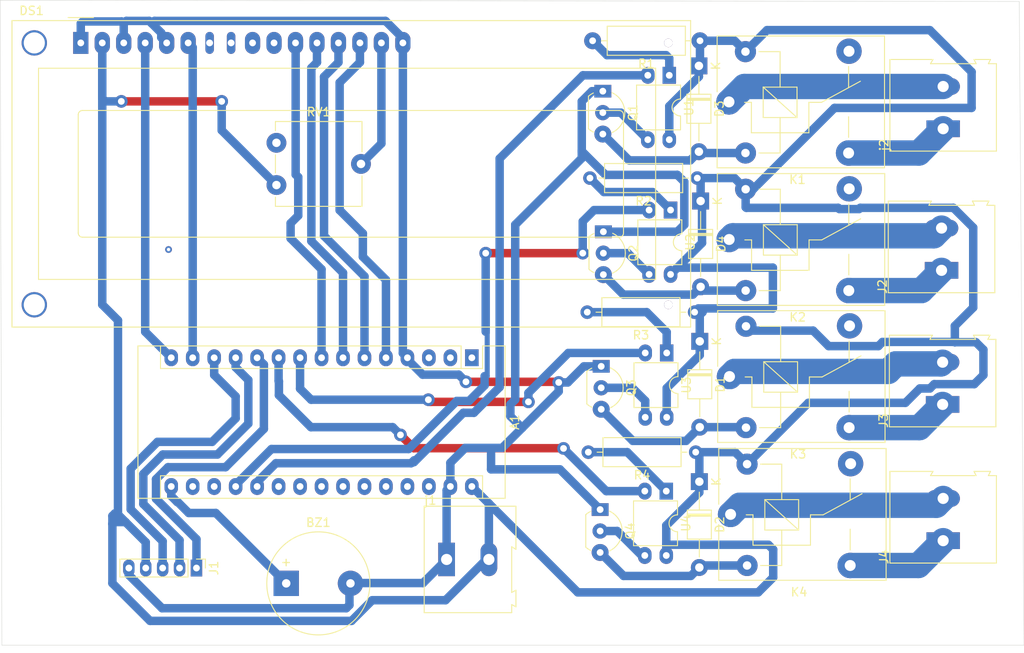
<source format=kicad_pcb>
(kicad_pcb (version 20171130) (host pcbnew "(5.1.6)-1")

  (general
    (thickness 1.6)
    (drawings 4)
    (tracks 356)
    (zones 0)
    (modules 30)
    (nets 60)
  )

  (page A4)
  (layers
    (0 F.Cu signal)
    (31 B.Cu signal)
    (32 B.Adhes user)
    (33 F.Adhes user)
    (34 B.Paste user)
    (35 F.Paste user)
    (36 B.SilkS user)
    (37 F.SilkS user)
    (38 B.Mask user)
    (39 F.Mask user)
    (40 Dwgs.User user)
    (41 Cmts.User user)
    (42 Eco1.User user)
    (43 Eco2.User user)
    (44 Edge.Cuts user)
    (45 Margin user)
    (46 B.CrtYd user)
    (47 F.CrtYd user)
    (48 B.Fab user)
    (49 F.Fab user)
  )

  (setup
    (last_trace_width 1)
    (user_trace_width 0.6)
    (user_trace_width 1)
    (user_trace_width 2)
    (trace_clearance 0.2)
    (zone_clearance 0.6)
    (zone_45_only no)
    (trace_min 0.4)
    (via_size 0.8)
    (via_drill 0.4)
    (via_min_size 0.4)
    (via_min_drill 0.3)
    (user_via 1.5 0.8)
    (user_via 1.5 0.8)
    (user_via 1.5 0.8)
    (uvia_size 0.3)
    (uvia_drill 0.1)
    (uvias_allowed no)
    (uvia_min_size 0.2)
    (uvia_min_drill 0.1)
    (edge_width 0.05)
    (segment_width 0.2)
    (pcb_text_width 0.3)
    (pcb_text_size 1.5 1.5)
    (mod_edge_width 0.12)
    (mod_text_size 1 1)
    (mod_text_width 0.15)
    (pad_size 1 2.6)
    (pad_drill 0.8)
    (pad_to_mask_clearance 0.05)
    (aux_axis_origin 0 0)
    (visible_elements 7FFFFFFF)
    (pcbplotparams
      (layerselection 0x01080_ffffffff)
      (usegerberextensions false)
      (usegerberattributes true)
      (usegerberadvancedattributes true)
      (creategerberjobfile true)
      (excludeedgelayer true)
      (linewidth 0.100000)
      (plotframeref false)
      (viasonmask false)
      (mode 1)
      (useauxorigin false)
      (hpglpennumber 1)
      (hpglpenspeed 20)
      (hpglpendiameter 15.000000)
      (psnegative false)
      (psa4output false)
      (plotreference true)
      (plotvalue false)
      (plotinvisibletext false)
      (padsonsilk false)
      (subtractmaskfromsilk false)
      (outputformat 1)
      (mirror false)
      (drillshape 0)
      (scaleselection 1)
      (outputdirectory "grbl/"))
  )

  (net 0 "")
  (net 1 "Net-(A1-Pad16)")
  (net 2 D12)
  (net 3 +)
  (net 4 D11)
  (net 5 -)
  (net 6 sw)
  (net 7 "Net-(A1-Pad28)")
  (net 8 dt)
  (net 9 "Net-(A1-Pad27)")
  (net 10 clk)
  (net 11 "Net-(A1-Pad26)")
  (net 12 on2)
  (net 13 "Net-(A1-Pad25)")
  (net 14 on1)
  (net 15 "Net-(A1-Pad24)")
  (net 16 D5)
  (net 17 "Net-(A1-Pad23)")
  (net 18 D4)
  (net 19 "Net-(A1-Pad22)")
  (net 20 D3)
  (net 21 "Net-(A1-Pad21)")
  (net 22 D2)
  (net 23 on4)
  (net 24 on3)
  (net 25 "Net-(A1-Pad3)")
  (net 26 "Net-(A1-Pad18)")
  (net 27 "Net-(A1-Pad2)")
  (net 28 "Net-(A1-Pad17)")
  (net 29 "Net-(A1-Pad1)")
  (net 30 "Net-(DS1-Pad15)")
  (net 31 "Net-(DS1-Pad10)")
  (net 32 "Net-(DS1-Pad9)")
  (net 33 "Net-(DS1-Pad8)")
  (net 34 "Net-(DS1-Pad7)")
  (net 35 "Net-(J2-Pad2)")
  (net 36 "Net-(J2-Pad1)")
  (net 37 "Net-(K1-Pad1)")
  (net 38 "Net-(K1-Pad3)")
  (net 39 "Net-(J3-Pad2)")
  (net 40 "Net-(J3-Pad1)")
  (net 41 "Net-(J4-Pad2)")
  (net 42 "Net-(J4-Pad1)")
  (net 43 "Net-(K1-Pad4)")
  (net 44 "Net-(K2-Pad4)")
  (net 45 "Net-(K3-Pad4)")
  (net 46 "Net-(K4-Pad4)")
  (net 47 "Net-(R1-Pad2)")
  (net 48 "Net-(R2-Pad2)")
  (net 49 "Net-(R3-Pad2)")
  (net 50 "Net-(R4-Pad2)")
  (net 51 "Net-(RV1-Pad3)")
  (net 52 "Net-(D1-Pad2)")
  (net 53 "Net-(D2-Pad2)")
  (net 54 "Net-(D3-Pad2)")
  (net 55 "Net-(D4-Pad2)")
  (net 56 "Net-(Q1-Pad2)")
  (net 57 "Net-(Q2-Pad2)")
  (net 58 "Net-(Q3-Pad2)")
  (net 59 "Net-(Q4-Pad2)")

  (net_class Default "This is the default net class."
    (clearance 0.2)
    (trace_width 0.4)
    (via_dia 0.8)
    (via_drill 0.4)
    (uvia_dia 0.3)
    (uvia_drill 0.1)
    (diff_pair_width 0.4)
    (diff_pair_gap 0.25)
    (add_net +)
    (add_net -)
    (add_net D11)
    (add_net D12)
    (add_net D2)
    (add_net D3)
    (add_net D4)
    (add_net D5)
    (add_net "Net-(A1-Pad1)")
    (add_net "Net-(A1-Pad16)")
    (add_net "Net-(A1-Pad17)")
    (add_net "Net-(A1-Pad18)")
    (add_net "Net-(A1-Pad2)")
    (add_net "Net-(A1-Pad21)")
    (add_net "Net-(A1-Pad22)")
    (add_net "Net-(A1-Pad23)")
    (add_net "Net-(A1-Pad24)")
    (add_net "Net-(A1-Pad25)")
    (add_net "Net-(A1-Pad26)")
    (add_net "Net-(A1-Pad27)")
    (add_net "Net-(A1-Pad28)")
    (add_net "Net-(A1-Pad3)")
    (add_net "Net-(D1-Pad2)")
    (add_net "Net-(D2-Pad2)")
    (add_net "Net-(D3-Pad2)")
    (add_net "Net-(D4-Pad2)")
    (add_net "Net-(DS1-Pad10)")
    (add_net "Net-(DS1-Pad15)")
    (add_net "Net-(DS1-Pad7)")
    (add_net "Net-(DS1-Pad8)")
    (add_net "Net-(DS1-Pad9)")
    (add_net "Net-(J2-Pad1)")
    (add_net "Net-(J2-Pad2)")
    (add_net "Net-(J3-Pad1)")
    (add_net "Net-(J3-Pad2)")
    (add_net "Net-(J4-Pad1)")
    (add_net "Net-(J4-Pad2)")
    (add_net "Net-(K1-Pad1)")
    (add_net "Net-(K1-Pad3)")
    (add_net "Net-(K1-Pad4)")
    (add_net "Net-(K2-Pad4)")
    (add_net "Net-(K3-Pad4)")
    (add_net "Net-(K4-Pad4)")
    (add_net "Net-(Q1-Pad2)")
    (add_net "Net-(Q2-Pad2)")
    (add_net "Net-(Q3-Pad2)")
    (add_net "Net-(Q4-Pad2)")
    (add_net "Net-(R1-Pad2)")
    (add_net "Net-(R2-Pad2)")
    (add_net "Net-(R3-Pad2)")
    (add_net "Net-(R4-Pad2)")
    (add_net "Net-(RV1-Pad3)")
    (add_net clk)
    (add_net dt)
    (add_net on1)
    (add_net on2)
    (add_net on3)
    (add_net on4)
    (add_net sw)
  )

  (module Diode_THT:D_T-1_P10.16mm_Horizontal (layer F.Cu) (tedit 5AE50CD5) (tstamp 60097013)
    (at 150.0124 95.8088 270)
    (descr "Diode, T-1 series, Axial, Horizontal, pin pitch=10.16mm, , length*diameter=3.2*2.6mm^2, , http://www.diodes.com/_files/packages/T-1.pdf")
    (tags "Diode T-1 series Axial Horizontal pin pitch 10.16mm  length 3.2mm diameter 2.6mm")
    (path /6009A44D)
    (fp_text reference D4 (at 5.08 -2.42 90) (layer F.SilkS)
      (effects (font (size 1 1) (thickness 0.15)))
    )
    (fp_text value D (at 5.08 2.42 90) (layer F.Fab)
      (effects (font (size 1 1) (thickness 0.15)))
    )
    (fp_text user K (at 0 -2 90) (layer F.SilkS)
      (effects (font (size 1 1) (thickness 0.15)))
    )
    (fp_text user K (at 0 -2 90) (layer F.Fab)
      (effects (font (size 1 1) (thickness 0.15)))
    )
    (fp_text user %R (at 5.32 0 90) (layer F.Fab)
      (effects (font (size 0.64 0.64) (thickness 0.096)))
    )
    (fp_line (start 3.48 -1.3) (end 3.48 1.3) (layer F.Fab) (width 0.1))
    (fp_line (start 3.48 1.3) (end 6.68 1.3) (layer F.Fab) (width 0.1))
    (fp_line (start 6.68 1.3) (end 6.68 -1.3) (layer F.Fab) (width 0.1))
    (fp_line (start 6.68 -1.3) (end 3.48 -1.3) (layer F.Fab) (width 0.1))
    (fp_line (start 0 0) (end 3.48 0) (layer F.Fab) (width 0.1))
    (fp_line (start 10.16 0) (end 6.68 0) (layer F.Fab) (width 0.1))
    (fp_line (start 3.96 -1.3) (end 3.96 1.3) (layer F.Fab) (width 0.1))
    (fp_line (start 4.06 -1.3) (end 4.06 1.3) (layer F.Fab) (width 0.1))
    (fp_line (start 3.86 -1.3) (end 3.86 1.3) (layer F.Fab) (width 0.1))
    (fp_line (start 3.36 -1.42) (end 3.36 1.42) (layer F.SilkS) (width 0.12))
    (fp_line (start 3.36 1.42) (end 6.8 1.42) (layer F.SilkS) (width 0.12))
    (fp_line (start 6.8 1.42) (end 6.8 -1.42) (layer F.SilkS) (width 0.12))
    (fp_line (start 6.8 -1.42) (end 3.36 -1.42) (layer F.SilkS) (width 0.12))
    (fp_line (start 1.24 0) (end 3.36 0) (layer F.SilkS) (width 0.12))
    (fp_line (start 8.92 0) (end 6.8 0) (layer F.SilkS) (width 0.12))
    (fp_line (start 3.96 -1.42) (end 3.96 1.42) (layer F.SilkS) (width 0.12))
    (fp_line (start 4.08 -1.42) (end 4.08 1.42) (layer F.SilkS) (width 0.12))
    (fp_line (start 3.84 -1.42) (end 3.84 1.42) (layer F.SilkS) (width 0.12))
    (fp_line (start -1.25 -1.55) (end -1.25 1.55) (layer F.CrtYd) (width 0.05))
    (fp_line (start -1.25 1.55) (end 11.41 1.55) (layer F.CrtYd) (width 0.05))
    (fp_line (start 11.41 1.55) (end 11.41 -1.55) (layer F.CrtYd) (width 0.05))
    (fp_line (start 11.41 -1.55) (end -1.25 -1.55) (layer F.CrtYd) (width 0.05))
    (pad 2 thru_hole oval (at 10.16 0 270) (size 2 2) (drill 1) (layers *.Cu *.Mask)
      (net 55 "Net-(D4-Pad2)"))
    (pad 1 thru_hole rect (at 0 0 270) (size 2 2) (drill 1) (layers *.Cu *.Mask)
      (net 3 +))
    (model ${KISYS3DMOD}/Diode_THT.3dshapes/D_T-1_P10.16mm_Horizontal.wrl
      (at (xyz 0 0 0))
      (scale (xyz 1 1 1))
      (rotate (xyz 0 0 0))
    )
  )

  (module Diode_THT:D_T-1_P10.16mm_Horizontal (layer F.Cu) (tedit 5AE50CD5) (tstamp 60096FF4)
    (at 149.8092 79.8068 270)
    (descr "Diode, T-1 series, Axial, Horizontal, pin pitch=10.16mm, , length*diameter=3.2*2.6mm^2, , http://www.diodes.com/_files/packages/T-1.pdf")
    (tags "Diode T-1 series Axial Horizontal pin pitch 10.16mm  length 3.2mm diameter 2.6mm")
    (path /60098FD3)
    (fp_text reference D3 (at 5.08 -2.42 90) (layer F.SilkS)
      (effects (font (size 1 1) (thickness 0.15)))
    )
    (fp_text value D (at 5.08 2.42 90) (layer F.Fab)
      (effects (font (size 1 1) (thickness 0.15)))
    )
    (fp_text user K (at 0 -2 90) (layer F.SilkS)
      (effects (font (size 1 1) (thickness 0.15)))
    )
    (fp_text user K (at 0 -2 90) (layer F.Fab)
      (effects (font (size 1 1) (thickness 0.15)))
    )
    (fp_text user %R (at 5.32 0 90) (layer F.Fab)
      (effects (font (size 0.64 0.64) (thickness 0.096)))
    )
    (fp_line (start 3.48 -1.3) (end 3.48 1.3) (layer F.Fab) (width 0.1))
    (fp_line (start 3.48 1.3) (end 6.68 1.3) (layer F.Fab) (width 0.1))
    (fp_line (start 6.68 1.3) (end 6.68 -1.3) (layer F.Fab) (width 0.1))
    (fp_line (start 6.68 -1.3) (end 3.48 -1.3) (layer F.Fab) (width 0.1))
    (fp_line (start 0 0) (end 3.48 0) (layer F.Fab) (width 0.1))
    (fp_line (start 10.16 0) (end 6.68 0) (layer F.Fab) (width 0.1))
    (fp_line (start 3.96 -1.3) (end 3.96 1.3) (layer F.Fab) (width 0.1))
    (fp_line (start 4.06 -1.3) (end 4.06 1.3) (layer F.Fab) (width 0.1))
    (fp_line (start 3.86 -1.3) (end 3.86 1.3) (layer F.Fab) (width 0.1))
    (fp_line (start 3.36 -1.42) (end 3.36 1.42) (layer F.SilkS) (width 0.12))
    (fp_line (start 3.36 1.42) (end 6.8 1.42) (layer F.SilkS) (width 0.12))
    (fp_line (start 6.8 1.42) (end 6.8 -1.42) (layer F.SilkS) (width 0.12))
    (fp_line (start 6.8 -1.42) (end 3.36 -1.42) (layer F.SilkS) (width 0.12))
    (fp_line (start 1.24 0) (end 3.36 0) (layer F.SilkS) (width 0.12))
    (fp_line (start 8.92 0) (end 6.8 0) (layer F.SilkS) (width 0.12))
    (fp_line (start 3.96 -1.42) (end 3.96 1.42) (layer F.SilkS) (width 0.12))
    (fp_line (start 4.08 -1.42) (end 4.08 1.42) (layer F.SilkS) (width 0.12))
    (fp_line (start 3.84 -1.42) (end 3.84 1.42) (layer F.SilkS) (width 0.12))
    (fp_line (start -1.25 -1.55) (end -1.25 1.55) (layer F.CrtYd) (width 0.05))
    (fp_line (start -1.25 1.55) (end 11.41 1.55) (layer F.CrtYd) (width 0.05))
    (fp_line (start 11.41 1.55) (end 11.41 -1.55) (layer F.CrtYd) (width 0.05))
    (fp_line (start 11.41 -1.55) (end -1.25 -1.55) (layer F.CrtYd) (width 0.05))
    (pad 2 thru_hole oval (at 10.16 0 270) (size 2 2) (drill 1) (layers *.Cu *.Mask)
      (net 54 "Net-(D3-Pad2)"))
    (pad 1 thru_hole rect (at 0 0 270) (size 2 2) (drill 1) (layers *.Cu *.Mask)
      (net 3 +))
    (model ${KISYS3DMOD}/Diode_THT.3dshapes/D_T-1_P10.16mm_Horizontal.wrl
      (at (xyz 0 0 0))
      (scale (xyz 1 1 1))
      (rotate (xyz 0 0 0))
    )
  )

  (module Diode_THT:D_T-1_P10.16mm_Horizontal (layer F.Cu) (tedit 5AE50CD5) (tstamp 60096FD5)
    (at 149.86 129.032 270)
    (descr "Diode, T-1 series, Axial, Horizontal, pin pitch=10.16mm, , length*diameter=3.2*2.6mm^2, , http://www.diodes.com/_files/packages/T-1.pdf")
    (tags "Diode T-1 series Axial Horizontal pin pitch 10.16mm  length 3.2mm diameter 2.6mm")
    (path /6009ACF0)
    (fp_text reference D2 (at 5.08 -2.42 90) (layer F.SilkS)
      (effects (font (size 1 1) (thickness 0.15)))
    )
    (fp_text value D (at 5.08 2.42 90) (layer F.Fab)
      (effects (font (size 1 1) (thickness 0.15)))
    )
    (fp_text user K (at 0 -2 90) (layer F.SilkS)
      (effects (font (size 1 1) (thickness 0.15)))
    )
    (fp_text user K (at 0 -2 90) (layer F.Fab)
      (effects (font (size 1 1) (thickness 0.15)))
    )
    (fp_text user %R (at 5.32 0 90) (layer F.Fab)
      (effects (font (size 0.64 0.64) (thickness 0.096)))
    )
    (fp_line (start 3.48 -1.3) (end 3.48 1.3) (layer F.Fab) (width 0.1))
    (fp_line (start 3.48 1.3) (end 6.68 1.3) (layer F.Fab) (width 0.1))
    (fp_line (start 6.68 1.3) (end 6.68 -1.3) (layer F.Fab) (width 0.1))
    (fp_line (start 6.68 -1.3) (end 3.48 -1.3) (layer F.Fab) (width 0.1))
    (fp_line (start 0 0) (end 3.48 0) (layer F.Fab) (width 0.1))
    (fp_line (start 10.16 0) (end 6.68 0) (layer F.Fab) (width 0.1))
    (fp_line (start 3.96 -1.3) (end 3.96 1.3) (layer F.Fab) (width 0.1))
    (fp_line (start 4.06 -1.3) (end 4.06 1.3) (layer F.Fab) (width 0.1))
    (fp_line (start 3.86 -1.3) (end 3.86 1.3) (layer F.Fab) (width 0.1))
    (fp_line (start 3.36 -1.42) (end 3.36 1.42) (layer F.SilkS) (width 0.12))
    (fp_line (start 3.36 1.42) (end 6.8 1.42) (layer F.SilkS) (width 0.12))
    (fp_line (start 6.8 1.42) (end 6.8 -1.42) (layer F.SilkS) (width 0.12))
    (fp_line (start 6.8 -1.42) (end 3.36 -1.42) (layer F.SilkS) (width 0.12))
    (fp_line (start 1.24 0) (end 3.36 0) (layer F.SilkS) (width 0.12))
    (fp_line (start 8.92 0) (end 6.8 0) (layer F.SilkS) (width 0.12))
    (fp_line (start 3.96 -1.42) (end 3.96 1.42) (layer F.SilkS) (width 0.12))
    (fp_line (start 4.08 -1.42) (end 4.08 1.42) (layer F.SilkS) (width 0.12))
    (fp_line (start 3.84 -1.42) (end 3.84 1.42) (layer F.SilkS) (width 0.12))
    (fp_line (start -1.25 -1.55) (end -1.25 1.55) (layer F.CrtYd) (width 0.05))
    (fp_line (start -1.25 1.55) (end 11.41 1.55) (layer F.CrtYd) (width 0.05))
    (fp_line (start 11.41 1.55) (end 11.41 -1.55) (layer F.CrtYd) (width 0.05))
    (fp_line (start 11.41 -1.55) (end -1.25 -1.55) (layer F.CrtYd) (width 0.05))
    (pad 2 thru_hole oval (at 10.16 0 270) (size 2 2) (drill 1) (layers *.Cu *.Mask)
      (net 53 "Net-(D2-Pad2)"))
    (pad 1 thru_hole rect (at 0 0 270) (size 2 2) (drill 1) (layers *.Cu *.Mask)
      (net 3 +))
    (model ${KISYS3DMOD}/Diode_THT.3dshapes/D_T-1_P10.16mm_Horizontal.wrl
      (at (xyz 0 0 0))
      (scale (xyz 1 1 1))
      (rotate (xyz 0 0 0))
    )
  )

  (module Diode_THT:D_T-1_P10.16mm_Horizontal (layer F.Cu) (tedit 5AE50CD5) (tstamp 60096FB6)
    (at 149.9108 112.4204 270)
    (descr "Diode, T-1 series, Axial, Horizontal, pin pitch=10.16mm, , length*diameter=3.2*2.6mm^2, , http://www.diodes.com/_files/packages/T-1.pdf")
    (tags "Diode T-1 series Axial Horizontal pin pitch 10.16mm  length 3.2mm diameter 2.6mm")
    (path /6009A88D)
    (fp_text reference D1 (at 5.08 -2.42 90) (layer F.SilkS)
      (effects (font (size 1 1) (thickness 0.15)))
    )
    (fp_text value D (at 5.08 2.42 90) (layer F.Fab)
      (effects (font (size 1 1) (thickness 0.15)))
    )
    (fp_text user K (at 0 -2 90) (layer F.SilkS)
      (effects (font (size 1 1) (thickness 0.15)))
    )
    (fp_text user K (at 0 -2 90) (layer F.Fab)
      (effects (font (size 1 1) (thickness 0.15)))
    )
    (fp_text user %R (at 5.1562 0.0889 90) (layer F.Fab)
      (effects (font (size 0.64 0.64) (thickness 0.096)))
    )
    (fp_line (start 3.48 -1.3) (end 3.48 1.3) (layer F.Fab) (width 0.1))
    (fp_line (start 3.48 1.3) (end 6.68 1.3) (layer F.Fab) (width 0.1))
    (fp_line (start 6.68 1.3) (end 6.68 -1.3) (layer F.Fab) (width 0.1))
    (fp_line (start 6.68 -1.3) (end 3.48 -1.3) (layer F.Fab) (width 0.1))
    (fp_line (start 0 0) (end 3.48 0) (layer F.Fab) (width 0.1))
    (fp_line (start 10.16 0) (end 6.68 0) (layer F.Fab) (width 0.1))
    (fp_line (start 3.96 -1.3) (end 3.96 1.3) (layer F.Fab) (width 0.1))
    (fp_line (start 4.06 -1.3) (end 4.06 1.3) (layer F.Fab) (width 0.1))
    (fp_line (start 3.86 -1.3) (end 3.86 1.3) (layer F.Fab) (width 0.1))
    (fp_line (start 3.36 -1.42) (end 3.36 1.42) (layer F.SilkS) (width 0.12))
    (fp_line (start 3.36 1.42) (end 6.8 1.42) (layer F.SilkS) (width 0.12))
    (fp_line (start 6.8 1.42) (end 6.8 -1.42) (layer F.SilkS) (width 0.12))
    (fp_line (start 6.8 -1.42) (end 3.36 -1.42) (layer F.SilkS) (width 0.12))
    (fp_line (start 1.24 0) (end 3.36 0) (layer F.SilkS) (width 0.12))
    (fp_line (start 8.92 0) (end 6.8 0) (layer F.SilkS) (width 0.12))
    (fp_line (start 3.96 -1.42) (end 3.96 1.42) (layer F.SilkS) (width 0.12))
    (fp_line (start 4.08 -1.42) (end 4.08 1.42) (layer F.SilkS) (width 0.12))
    (fp_line (start 3.84 -1.42) (end 3.84 1.42) (layer F.SilkS) (width 0.12))
    (fp_line (start -1.25 -1.55) (end -1.25 1.55) (layer F.CrtYd) (width 0.05))
    (fp_line (start -1.25 1.55) (end 11.41 1.55) (layer F.CrtYd) (width 0.05))
    (fp_line (start 11.41 1.55) (end 11.41 -1.55) (layer F.CrtYd) (width 0.05))
    (fp_line (start 11.41 -1.55) (end -1.25 -1.55) (layer F.CrtYd) (width 0.05))
    (pad 2 thru_hole oval (at 10.16 0 270) (size 2 2) (drill 1) (layers *.Cu *.Mask)
      (net 52 "Net-(D1-Pad2)"))
    (pad 1 thru_hole rect (at 0 0 270) (size 2 2) (drill 1) (layers *.Cu *.Mask)
      (net 3 +))
    (model ${KISYS3DMOD}/Diode_THT.3dshapes/D_T-1_P10.16mm_Horizontal.wrl
      (at (xyz 0 0 0))
      (scale (xyz 1 1 1))
      (rotate (xyz 0 0 0))
    )
  )

  (module Connector_PinHeader_2.00mm:PinHeader_1x05_P2.00mm_Vertical (layer F.Cu) (tedit 6015A105) (tstamp 6009684B)
    (at 90.3732 139.2555 270)
    (descr "Through hole straight pin header, 1x05, 2.00mm pitch, single row")
    (tags "Through hole pin header THT 1x05 2.00mm single row")
    (path /600AFFB0)
    (fp_text reference J1 (at 0 -2.06 90) (layer F.SilkS)
      (effects (font (size 1 1) (thickness 0.15)))
    )
    (fp_text value Conn_01x05_Female (at 0 10.06 90) (layer F.Fab)
      (effects (font (size 1 1) (thickness 0.15)))
    )
    (fp_line (start -0.5 -1) (end 1 -1) (layer F.Fab) (width 0.1))
    (fp_line (start 1 -1) (end 1 9) (layer F.Fab) (width 0.1))
    (fp_line (start 1 9) (end -1 9) (layer F.Fab) (width 0.1))
    (fp_line (start -1 9) (end -1 -0.5) (layer F.Fab) (width 0.1))
    (fp_line (start -1 -0.5) (end -0.5 -1) (layer F.Fab) (width 0.1))
    (fp_line (start -1.06 9.06) (end 1.06 9.06) (layer F.SilkS) (width 0.12))
    (fp_line (start -1.06 1) (end -1.06 9.06) (layer F.SilkS) (width 0.12))
    (fp_line (start 1.06 1) (end 1.06 9.06) (layer F.SilkS) (width 0.12))
    (fp_line (start -1.06 1) (end 1.06 1) (layer F.SilkS) (width 0.12))
    (fp_line (start -1.06 0) (end -1.06 -1.06) (layer F.SilkS) (width 0.12))
    (fp_line (start -1.06 -1.06) (end 0 -1.06) (layer F.SilkS) (width 0.12))
    (fp_line (start -1.5 -1.5) (end -1.5 9.5) (layer F.CrtYd) (width 0.05))
    (fp_line (start -1.5 9.5) (end 1.5 9.5) (layer F.CrtYd) (width 0.05))
    (fp_line (start 1.5 9.5) (end 1.5 -1.5) (layer F.CrtYd) (width 0.05))
    (fp_line (start 1.5 -1.5) (end -1.5 -1.5) (layer F.CrtYd) (width 0.05))
    (fp_text user %R (at 0 4) (layer F.Fab)
      (effects (font (size 1 1) (thickness 0.15)))
    )
    (pad 5 thru_hole oval (at 0 8 270) (size 2 1.35) (drill 0.8) (layers *.Cu *.Mask)
      (net 5 -))
    (pad 4 thru_hole oval (at 0 6 270) (size 2 1.35) (drill 0.8) (layers *.Cu *.Mask)
      (net 3 +))
    (pad 3 thru_hole oval (at 0 4 270) (size 2 1.35) (drill 0.8) (layers *.Cu *.Mask)
      (net 6 sw))
    (pad 2 thru_hole oval (at 0 2 270) (size 2 1.35) (drill 0.8) (layers *.Cu *.Mask)
      (net 8 dt))
    (pad 1 thru_hole rect (at 0 0 270) (size 2 1.35) (drill 0.8) (layers *.Cu *.Mask)
      (net 10 clk))
    (model ${KISYS3DMOD}/Connector_PinHeader_2.00mm.3dshapes/PinHeader_1x05_P2.00mm_Vertical.wrl
      (at (xyz 0 0 0))
      (scale (xyz 1 1 1))
      (rotate (xyz 0 0 0))
    )
  )

  (module Buzzer_Beeper:Buzzer_12x9.5RM7.6 (layer F.Cu) (tedit 6015A396) (tstamp 600B696A)
    (at 100.9904 141.0716)
    (descr "Generic Buzzer, D12mm height 9.5mm with RM7.6mm")
    (tags buzzer)
    (path /601280E7)
    (fp_text reference BZ1 (at 3.8 -7.2) (layer F.SilkS)
      (effects (font (size 1 1) (thickness 0.15)))
    )
    (fp_text value Buzzer (at 3.8 7.4) (layer F.Fab)
      (effects (font (size 1 1) (thickness 0.15)))
    )
    (fp_circle (center 3.8 0) (end 10.05 0) (layer F.CrtYd) (width 0.05))
    (fp_circle (center 3.8 0) (end 9.8 0) (layer F.Fab) (width 0.1))
    (fp_circle (center 3.8 0) (end 4.8 0) (layer F.Fab) (width 0.1))
    (fp_circle (center 3.8 0) (end 9.9 0) (layer F.SilkS) (width 0.12))
    (fp_text user %R (at 3.8 -4) (layer F.Fab)
      (effects (font (size 1 1) (thickness 0.15)))
    )
    (fp_text user + (at -0.01 -2.54) (layer F.SilkS)
      (effects (font (size 1 1) (thickness 0.15)))
    )
    (fp_text user + (at -0.01 -2.54) (layer F.Fab)
      (effects (font (size 1 1) (thickness 0.15)))
    )
    (pad 2 thru_hole circle (at 7.6 0) (size 3 3) (drill 1) (layers *.Cu *.Mask)
      (net 5 -))
    (pad 1 thru_hole rect (at 0 0) (size 3 3) (drill 1) (layers *.Cu *.Mask)
      (net 1 "Net-(A1-Pad16)"))
    (model ${KISYS3DMOD}/Buzzer_Beeper.3dshapes/Buzzer_12x9.5RM7.6.wrl
      (at (xyz 0 0 0))
      (scale (xyz 1 1 1))
      (rotate (xyz 0 0 0))
    )
  )

  (module Package_TO_SOT_THT:TO-92L_Inline_Wide (layer F.Cu) (tedit 6015A332) (tstamp 60096BA1)
    (at 138.1252 132.334 270)
    (descr "TO-92L leads in-line (large body variant of TO-92), also known as TO-226, wide, drill 0.75mm (see https://www.diodes.com/assets/Package-Files/TO92L.pdf and http://www.ti.com/lit/an/snoa059/snoa059.pdf)")
    (tags "TO-92L Inline Wide transistor")
    (path /600CC51F)
    (fp_text reference Q4 (at 2.54 -3.56 90) (layer F.SilkS)
      (effects (font (size 1 1) (thickness 0.15)))
    )
    (fp_text value 2N3904 (at 2.54 2.79 90) (layer F.Fab)
      (effects (font (size 1 1) (thickness 0.15)))
    )
    (fp_line (start 0.6 1.7) (end 4.45 1.7) (layer F.SilkS) (width 0.12))
    (fp_line (start 0.65 1.6) (end 4.4 1.6) (layer F.Fab) (width 0.1))
    (fp_line (start -1 -2.75) (end 6.1 -2.75) (layer F.CrtYd) (width 0.05))
    (fp_line (start -1 -2.75) (end -1 1.85) (layer F.CrtYd) (width 0.05))
    (fp_line (start 6.1 1.85) (end 6.1 -2.75) (layer F.CrtYd) (width 0.05))
    (fp_line (start 6.1 1.85) (end -1 1.85) (layer F.CrtYd) (width 0.05))
    (fp_arc (start 2.54 0) (end 4.45 1.7) (angle -15.88591585) (layer F.SilkS) (width 0.12))
    (fp_arc (start 2.54 0) (end 2.54 -2.48) (angle -130.2499344) (layer F.Fab) (width 0.1))
    (fp_arc (start 2.54 0) (end 2.54 -2.48) (angle 129.9527847) (layer F.Fab) (width 0.1))
    (fp_arc (start 2.54 0) (end 2.54 -2.6) (angle 65) (layer F.SilkS) (width 0.12))
    (fp_arc (start 2.54 0) (end 2.54 -2.6) (angle -65) (layer F.SilkS) (width 0.12))
    (fp_arc (start 2.54 0) (end 0.6 1.7) (angle 15.44288892) (layer F.SilkS) (width 0.12))
    (fp_text user %R (at 2.54 -3.56 90) (layer F.Fab)
      (effects (font (size 1 1) (thickness 0.15)))
    )
    (pad 1 thru_hole rect (at 0 0) (size 2 1.5) (drill 0.8) (layers *.Cu *.Mask)
      (net 5 -))
    (pad 3 thru_hole circle (at 5.08 0) (size 2 2) (drill 0.8) (layers *.Cu *.Mask)
      (net 53 "Net-(D2-Pad2)"))
    (pad 2 thru_hole circle (at 2.54 0) (size 1.8 1.8) (drill 0.8) (layers *.Cu *.Mask)
      (net 59 "Net-(Q4-Pad2)"))
    (model ${KISYS3DMOD}/Package_TO_SOT_THT.3dshapes/TO-92L_Inline_Wide.wrl
      (at (xyz 0 0 0))
      (scale (xyz 1 1 1))
      (rotate (xyz 0 0 0))
    )
  )

  (module Package_TO_SOT_THT:TO-92L_Inline_Wide (layer F.Cu) (tedit 6015A349) (tstamp 60096B8F)
    (at 138.2522 115.3795 270)
    (descr "TO-92L leads in-line (large body variant of TO-92), also known as TO-226, wide, drill 0.75mm (see https://www.diodes.com/assets/Package-Files/TO92L.pdf and http://www.ti.com/lit/an/snoa059/snoa059.pdf)")
    (tags "TO-92L Inline Wide transistor")
    (path /60090CA6)
    (fp_text reference Q3 (at 2.54 -3.56 90) (layer F.SilkS)
      (effects (font (size 1 1) (thickness 0.15)))
    )
    (fp_text value 2N3904 (at 2.54 2.79 90) (layer F.Fab)
      (effects (font (size 1 1) (thickness 0.15)))
    )
    (fp_line (start 0.6 1.7) (end 4.45 1.7) (layer F.SilkS) (width 0.12))
    (fp_line (start 0.65 1.6) (end 4.4 1.6) (layer F.Fab) (width 0.1))
    (fp_line (start -1 -2.75) (end 6.1 -2.75) (layer F.CrtYd) (width 0.05))
    (fp_line (start -1 -2.75) (end -1 1.85) (layer F.CrtYd) (width 0.05))
    (fp_line (start 6.1 1.85) (end 6.1 -2.75) (layer F.CrtYd) (width 0.05))
    (fp_line (start 6.1 1.85) (end -1 1.85) (layer F.CrtYd) (width 0.05))
    (fp_arc (start 2.54 0) (end 4.45 1.7) (angle -15.88591585) (layer F.SilkS) (width 0.12))
    (fp_arc (start 2.54 0) (end 2.54 -2.48) (angle -130.2499344) (layer F.Fab) (width 0.1))
    (fp_arc (start 2.54 0) (end 2.54 -2.48) (angle 129.9527847) (layer F.Fab) (width 0.1))
    (fp_arc (start 2.54 0) (end 2.54 -2.6) (angle 65) (layer F.SilkS) (width 0.12))
    (fp_arc (start 2.54 0) (end 2.54 -2.6) (angle -65) (layer F.SilkS) (width 0.12))
    (fp_arc (start 2.54 0) (end 0.6 1.7) (angle 15.44288892) (layer F.SilkS) (width 0.12))
    (fp_text user %R (at 2.54 -3.56 90) (layer F.Fab)
      (effects (font (size 1 1) (thickness 0.15)))
    )
    (pad 1 thru_hole rect (at 0 0) (size 2 1.5) (drill 0.8) (layers *.Cu *.Mask)
      (net 5 -))
    (pad 3 thru_hole circle (at 5.08 0) (size 2 2) (drill 0.8) (layers *.Cu *.Mask)
      (net 52 "Net-(D1-Pad2)"))
    (pad 2 thru_hole circle (at 2.54 0) (size 1.8 1.8) (drill 0.8) (layers *.Cu *.Mask)
      (net 58 "Net-(Q3-Pad2)"))
    (model ${KISYS3DMOD}/Package_TO_SOT_THT.3dshapes/TO-92L_Inline_Wide.wrl
      (at (xyz 0 0 0))
      (scale (xyz 1 1 1))
      (rotate (xyz 0 0 0))
    )
  )

  (module Package_TO_SOT_THT:TO-92L_Inline_Wide (layer F.Cu) (tedit 6015A35D) (tstamp 60096B7D)
    (at 138.5062 99.441 270)
    (descr "TO-92L leads in-line (large body variant of TO-92), also known as TO-226, wide, drill 0.75mm (see https://www.diodes.com/assets/Package-Files/TO92L.pdf and http://www.ti.com/lit/an/snoa059/snoa059.pdf)")
    (tags "TO-92L Inline Wide transistor")
    (path /600F407C)
    (fp_text reference Q2 (at 2.54 -3.56 90) (layer F.SilkS)
      (effects (font (size 1 1) (thickness 0.15)))
    )
    (fp_text value 2N3904 (at 2.54 2.79 90) (layer F.Fab)
      (effects (font (size 1 1) (thickness 0.15)))
    )
    (fp_line (start 0.6 1.7) (end 4.45 1.7) (layer F.SilkS) (width 0.12))
    (fp_line (start 0.65 1.6) (end 4.4 1.6) (layer F.Fab) (width 0.1))
    (fp_line (start -1 -2.75) (end 6.1 -2.75) (layer F.CrtYd) (width 0.05))
    (fp_line (start -1 -2.75) (end -1 1.85) (layer F.CrtYd) (width 0.05))
    (fp_line (start 6.1 1.85) (end 6.1 -2.75) (layer F.CrtYd) (width 0.05))
    (fp_line (start 6.1 1.85) (end -1 1.85) (layer F.CrtYd) (width 0.05))
    (fp_arc (start 2.54 0) (end 4.45 1.7) (angle -15.88591585) (layer F.SilkS) (width 0.12))
    (fp_arc (start 2.54 0) (end 2.54 -2.48) (angle -130.2499344) (layer F.Fab) (width 0.1))
    (fp_arc (start 2.54 0) (end 2.54 -2.48) (angle 129.9527847) (layer F.Fab) (width 0.1))
    (fp_arc (start 2.54 0) (end 2.54 -2.6) (angle 65) (layer F.SilkS) (width 0.12))
    (fp_arc (start 2.54 0) (end 2.54 -2.6) (angle -65) (layer F.SilkS) (width 0.12))
    (fp_arc (start 2.54 0) (end 0.6 1.7) (angle 15.44288892) (layer F.SilkS) (width 0.12))
    (fp_text user %R (at 2.54 -3.56 90) (layer F.Fab)
      (effects (font (size 1 1) (thickness 0.15)))
    )
    (pad 1 thru_hole rect (at 0 0) (size 2 1.5) (drill 0.8) (layers *.Cu *.Mask)
      (net 5 -))
    (pad 3 thru_hole circle (at 5.08 0) (size 2 2) (drill 0.8) (layers *.Cu *.Mask)
      (net 55 "Net-(D4-Pad2)"))
    (pad 2 thru_hole circle (at 2.54 0) (size 1.8 1.8) (drill 0.8) (layers *.Cu *.Mask)
      (net 57 "Net-(Q2-Pad2)"))
    (model ${KISYS3DMOD}/Package_TO_SOT_THT.3dshapes/TO-92L_Inline_Wide.wrl
      (at (xyz 0 0 0))
      (scale (xyz 1 1 1))
      (rotate (xyz 0 0 0))
    )
  )

  (module Package_TO_SOT_THT:TO-92L_Inline_Wide (layer F.Cu) (tedit 6015A372) (tstamp 60096B6B)
    (at 138.4427 82.804 270)
    (descr "TO-92L leads in-line (large body variant of TO-92), also known as TO-226, wide, drill 0.75mm (see https://www.diodes.com/assets/Package-Files/TO92L.pdf and http://www.ti.com/lit/an/snoa059/snoa059.pdf)")
    (tags "TO-92L Inline Wide transistor")
    (path /600F4033)
    (fp_text reference Q1 (at 2.54 -3.56 90) (layer F.SilkS)
      (effects (font (size 1 1) (thickness 0.15)))
    )
    (fp_text value 2N3904 (at 2.54 2.79 90) (layer F.Fab)
      (effects (font (size 1 1) (thickness 0.15)))
    )
    (fp_line (start 0.6 1.7) (end 4.45 1.7) (layer F.SilkS) (width 0.12))
    (fp_line (start 0.65 1.6) (end 4.4 1.6) (layer F.Fab) (width 0.1))
    (fp_line (start -1 -2.75) (end 6.1 -2.75) (layer F.CrtYd) (width 0.05))
    (fp_line (start -1 -2.75) (end -1 1.85) (layer F.CrtYd) (width 0.05))
    (fp_line (start 6.1 1.85) (end 6.1 -2.75) (layer F.CrtYd) (width 0.05))
    (fp_line (start 6.1 1.85) (end -1 1.85) (layer F.CrtYd) (width 0.05))
    (fp_arc (start 2.54 0) (end 4.45 1.7) (angle -15.88591585) (layer F.SilkS) (width 0.12))
    (fp_arc (start 2.54 0) (end 2.54 -2.48) (angle -130.2499344) (layer F.Fab) (width 0.1))
    (fp_arc (start 2.54 0) (end 2.54 -2.48) (angle 129.9527847) (layer F.Fab) (width 0.1))
    (fp_arc (start 2.54 0) (end 2.54 -2.6) (angle 65) (layer F.SilkS) (width 0.12))
    (fp_arc (start 2.54 0) (end 2.54 -2.6) (angle -65) (layer F.SilkS) (width 0.12))
    (fp_arc (start 2.54 0) (end 0.6 1.7) (angle 15.44288892) (layer F.SilkS) (width 0.12))
    (fp_text user %R (at 2.54 -3.56 90) (layer F.Fab)
      (effects (font (size 1 1) (thickness 0.15)))
    )
    (pad 1 thru_hole rect (at 0 0) (size 2 1.5) (drill 0.8) (layers *.Cu *.Mask)
      (net 5 -))
    (pad 3 thru_hole circle (at 5.08 0) (size 2 2) (drill 0.8) (layers *.Cu *.Mask)
      (net 54 "Net-(D3-Pad2)"))
    (pad 2 thru_hole circle (at 2.54 0) (size 1.8 1.8) (drill 0.8) (layers *.Cu *.Mask)
      (net 56 "Net-(Q1-Pad2)"))
    (model ${KISYS3DMOD}/Package_TO_SOT_THT.3dshapes/TO-92L_Inline_Wide.wrl
      (at (xyz 0 0 0))
      (scale (xyz 1 1 1))
      (rotate (xyz 0 0 0))
    )
  )

  (module Display:WC1602A (layer F.Cu) (tedit 6018FEC5) (tstamp 600967F2)
    (at 76.6897 77.089)
    (descr "LCD 16x2 http://www.wincomlcd.com/pdf/WC1602A-SFYLYHTC06.pdf")
    (tags "LCD 16x2 Alphanumeric 16pin")
    (path /6012556F)
    (fp_text reference DS1 (at -5.82 -3.81) (layer F.SilkS)
      (effects (font (size 1 1) (thickness 0.15)))
    )
    (fp_text value WC1602A (at -4.31 34.66) (layer F.Fab)
      (effects (font (size 1 1) (thickness 0.15)))
    )
    (fp_line (start -8 33.5) (end -8 -2.5) (layer F.Fab) (width 0.1))
    (fp_line (start 72 33.5) (end -8 33.5) (layer F.Fab) (width 0.1))
    (fp_line (start 72 -2.5) (end 72 33.5) (layer F.Fab) (width 0.1))
    (fp_line (start 1 -2.5) (end 72 -2.5) (layer F.Fab) (width 0.1))
    (fp_line (start -5 28) (end -5 3) (layer F.SilkS) (width 0.12))
    (fp_line (start 68 28) (end -5 28) (layer F.SilkS) (width 0.12))
    (fp_line (start 68 3) (end 68 28) (layer F.SilkS) (width 0.12))
    (fp_line (start -5 3) (end 68 3) (layer F.SilkS) (width 0.12))
    (fp_line (start 64.2 8.5) (end 64.2 22.5) (layer F.SilkS) (width 0.12))
    (fp_line (start 63.70066 23) (end 0.2 23) (layer F.SilkS) (width 0.12))
    (fp_line (start -0.29972 22.49932) (end -0.29972 8.5) (layer F.SilkS) (width 0.12))
    (fp_line (start 0.2 8) (end 63.7 8) (layer F.SilkS) (width 0.12))
    (fp_line (start -1 -2.5) (end -8 -2.5) (layer F.Fab) (width 0.1))
    (fp_line (start 0 -1.5) (end -1 -2.5) (layer F.Fab) (width 0.1))
    (fp_line (start 1 -2.5) (end 0 -1.5) (layer F.Fab) (width 0.1))
    (fp_line (start -8.25 -2.75) (end 72.25 -2.75) (layer F.CrtYd) (width 0.05))
    (fp_line (start -1.5 -3) (end 1.5 -3) (layer F.SilkS) (width 0.12))
    (fp_line (start 72.25 -2.75) (end 72.25 33.75) (layer F.CrtYd) (width 0.05))
    (fp_line (start -8.25 33.75) (end 72.25 33.75) (layer F.CrtYd) (width 0.05))
    (fp_line (start -8.25 -2.75) (end -8.25 33.75) (layer F.CrtYd) (width 0.05))
    (fp_line (start -8.13 -2.64) (end -7.34 -2.64) (layer F.SilkS) (width 0.12))
    (fp_line (start -8.14 -2.64) (end -8.14 33.64) (layer F.SilkS) (width 0.12))
    (fp_line (start 72.14 -2.64) (end -7.34 -2.64) (layer F.SilkS) (width 0.12))
    (fp_line (start 72.14 33.64) (end 72.14 -2.64) (layer F.SilkS) (width 0.12))
    (fp_line (start -8.14 33.64) (end 72.14 33.64) (layer F.SilkS) (width 0.12))
    (fp_arc (start 0.20066 8.49884) (end -0.29972 8.49884) (angle 90) (layer F.SilkS) (width 0.12))
    (fp_arc (start 0.20066 22.49932) (end 0.20066 22.9997) (angle 90) (layer F.SilkS) (width 0.12))
    (fp_arc (start 63.70066 22.49932) (end 64.20104 22.49932) (angle 90) (layer F.SilkS) (width 0.12))
    (fp_arc (start 63.7 8.5) (end 63.7 8) (angle 90) (layer F.SilkS) (width 0.12))
    (fp_text user %R (at 30.37 14.74) (layer F.Fab)
      (effects (font (size 1 1) (thickness 0.1)))
    )
    (pad "" thru_hole circle (at 69.5 0) (size 1 1) (drill 1) (layers *.Cu *.Mask))
    (pad "" thru_hole circle (at 69.49948 31.0007) (size 1 1) (drill 1) (layers *.Cu *.Mask))
    (pad "" thru_hole circle (at -5.4991 31.0007) (size 3 3) (drill 2.5) (layers *.Cu *.Mask))
    (pad "" thru_hole circle (at -5.4991 0) (size 3 3) (drill 2.5) (layers *.Cu *.Mask)
      (clearance 1))
    (pad 16 thru_hole oval (at 38.1 0) (size 1.8 2.6) (drill 0.8) (layers *.Cu *.Mask)
      (net 5 -))
    (pad 15 thru_hole oval (at 35.56 0) (size 1.8 2.6) (drill 0.8) (layers *.Cu *.Mask)
      (net 30 "Net-(DS1-Pad15)"))
    (pad 14 thru_hole oval (at 33.02 0) (size 1.8 2.6) (drill 0.8) (layers *.Cu *.Mask)
      (net 22 D2))
    (pad 13 thru_hole oval (at 30.48 0) (size 1.8 2.6) (drill 0.8) (layers *.Cu *.Mask)
      (net 20 D3))
    (pad 12 thru_hole oval (at 27.94 0) (size 1.8 2.6) (drill 0.8) (layers *.Cu *.Mask)
      (net 18 D4))
    (pad 11 thru_hole oval (at 25.4 0) (size 1.8 2.6) (drill 0.8) (layers *.Cu *.Mask)
      (net 16 D5))
    (pad 10 thru_hole oval (at 22.86 0) (size 1.8 2.6) (drill 0.8) (layers *.Cu *.Mask)
      (net 31 "Net-(DS1-Pad10)"))
    (pad 9 thru_hole oval (at 20.32 0) (size 1.8 2.6) (drill 0.8) (layers *.Cu *.Mask)
      (net 32 "Net-(DS1-Pad9)"))
    (pad 8 thru_hole oval (at 17.78 0) (size 1 2.6) (drill 0.8) (layers *.Cu *.Mask)
      (net 33 "Net-(DS1-Pad8)"))
    (pad 7 thru_hole oval (at 15.24 0) (size 1 2.6) (drill 0.8) (layers *.Cu *.Mask)
      (net 34 "Net-(DS1-Pad7)"))
    (pad 6 thru_hole oval (at 12.7 0) (size 1.8 2.6) (drill 0.8) (layers *.Cu *.Mask)
      (net 4 D11))
    (pad 5 thru_hole oval (at 10.16 0) (size 1.8 2.6) (drill 0.8) (layers *.Cu *.Mask)
      (net 5 -))
    (pad 4 thru_hole oval (at 7.62 0) (size 1.8 2.6) (drill 0.8) (layers *.Cu *.Mask)
      (net 2 D12))
    (pad 3 thru_hole oval (at 5.08 0) (size 1.8 2.6) (drill 0.8) (layers *.Cu *.Mask)
      (net 5 -))
    (pad 2 thru_hole oval (at 2.54 0) (size 1.8 2.6) (drill 0.8) (layers *.Cu *.Mask)
      (net 3 +))
    (pad 1 thru_hole rect (at 0 0) (size 1.8 2.6) (drill 0.8) (layers *.Cu *.Mask)
      (net 5 -))
    (model ${KISYS3DMOD}/Display.3dshapes/WC1602A.wrl
      (at (xyz 0 0 0))
      (scale (xyz 1 1 1))
      (rotate (xyz 0 0 0))
    )
  )

  (module Resistor_THT:R_Axial_DIN0309_L9.0mm_D3.2mm_P12.70mm_Horizontal (layer F.Cu) (tedit 5AE5139B) (tstamp 60096BFD)
    (at 149.4282 125.5395 180)
    (descr "Resistor, Axial_DIN0309 series, Axial, Horizontal, pin pitch=12.7mm, 0.5W = 1/2W, length*diameter=9*3.2mm^2, http://cdn-reichelt.de/documents/datenblatt/B400/1_4W%23YAG.pdf")
    (tags "Resistor Axial_DIN0309 series Axial Horizontal pin pitch 12.7mm 0.5W = 1/2W length 9mm diameter 3.2mm")
    (path /600CC535)
    (fp_text reference R4 (at 6.35 -2.72) (layer F.SilkS)
      (effects (font (size 1 1) (thickness 0.15)))
    )
    (fp_text value 1k (at 6.35 2.72) (layer F.Fab)
      (effects (font (size 1 1) (thickness 0.15)))
    )
    (fp_line (start 1.85 -1.6) (end 1.85 1.6) (layer F.Fab) (width 0.1))
    (fp_line (start 1.85 1.6) (end 10.85 1.6) (layer F.Fab) (width 0.1))
    (fp_line (start 10.85 1.6) (end 10.85 -1.6) (layer F.Fab) (width 0.1))
    (fp_line (start 10.85 -1.6) (end 1.85 -1.6) (layer F.Fab) (width 0.1))
    (fp_line (start 0 0) (end 1.85 0) (layer F.Fab) (width 0.1))
    (fp_line (start 12.7 0) (end 10.85 0) (layer F.Fab) (width 0.1))
    (fp_line (start 1.73 -1.72) (end 1.73 1.72) (layer F.SilkS) (width 0.12))
    (fp_line (start 1.73 1.72) (end 10.97 1.72) (layer F.SilkS) (width 0.12))
    (fp_line (start 10.97 1.72) (end 10.97 -1.72) (layer F.SilkS) (width 0.12))
    (fp_line (start 10.97 -1.72) (end 1.73 -1.72) (layer F.SilkS) (width 0.12))
    (fp_line (start 1.04 0) (end 1.73 0) (layer F.SilkS) (width 0.12))
    (fp_line (start 11.66 0) (end 10.97 0) (layer F.SilkS) (width 0.12))
    (fp_line (start -1.05 -1.85) (end -1.05 1.85) (layer F.CrtYd) (width 0.05))
    (fp_line (start -1.05 1.85) (end 13.75 1.85) (layer F.CrtYd) (width 0.05))
    (fp_line (start 13.75 1.85) (end 13.75 -1.85) (layer F.CrtYd) (width 0.05))
    (fp_line (start 13.75 -1.85) (end -1.05 -1.85) (layer F.CrtYd) (width 0.05))
    (fp_text user %R (at 6.35 0) (layer F.Fab)
      (effects (font (size 1 1) (thickness 0.15)))
    )
    (pad 2 thru_hole oval (at 12.7 0 180) (size 1.6 1.6) (drill 0.8) (layers *.Cu *.Mask)
      (net 50 "Net-(R4-Pad2)"))
    (pad 1 thru_hole circle (at 0 0 180) (size 1.6 1.6) (drill 0.8) (layers *.Cu *.Mask)
      (net 3 +))
    (model ${KISYS3DMOD}/Resistor_THT.3dshapes/R_Axial_DIN0309_L9.0mm_D3.2mm_P12.70mm_Horizontal.wrl
      (at (xyz 0 0 0))
      (scale (xyz 1 1 1))
      (rotate (xyz 0 0 0))
    )
  )

  (module Resistor_THT:R_Axial_DIN0309_L9.0mm_D3.2mm_P12.70mm_Horizontal (layer F.Cu) (tedit 5AE5139B) (tstamp 60096BE6)
    (at 149.3012 108.966 180)
    (descr "Resistor, Axial_DIN0309 series, Axial, Horizontal, pin pitch=12.7mm, 0.5W = 1/2W, length*diameter=9*3.2mm^2, http://cdn-reichelt.de/documents/datenblatt/B400/1_4W%23YAG.pdf")
    (tags "Resistor Axial_DIN0309 series Axial Horizontal pin pitch 12.7mm 0.5W = 1/2W length 9mm diameter 3.2mm")
    (path /600A0261)
    (fp_text reference R3 (at 6.35 -2.72) (layer F.SilkS)
      (effects (font (size 1 1) (thickness 0.15)))
    )
    (fp_text value 1k (at 6.35 2.72) (layer F.Fab)
      (effects (font (size 1 1) (thickness 0.15)))
    )
    (fp_line (start 1.85 -1.6) (end 1.85 1.6) (layer F.Fab) (width 0.1))
    (fp_line (start 1.85 1.6) (end 10.85 1.6) (layer F.Fab) (width 0.1))
    (fp_line (start 10.85 1.6) (end 10.85 -1.6) (layer F.Fab) (width 0.1))
    (fp_line (start 10.85 -1.6) (end 1.85 -1.6) (layer F.Fab) (width 0.1))
    (fp_line (start 0 0) (end 1.85 0) (layer F.Fab) (width 0.1))
    (fp_line (start 12.7 0) (end 10.85 0) (layer F.Fab) (width 0.1))
    (fp_line (start 1.73 -1.72) (end 1.73 1.72) (layer F.SilkS) (width 0.12))
    (fp_line (start 1.73 1.72) (end 10.97 1.72) (layer F.SilkS) (width 0.12))
    (fp_line (start 10.97 1.72) (end 10.97 -1.72) (layer F.SilkS) (width 0.12))
    (fp_line (start 10.97 -1.72) (end 1.73 -1.72) (layer F.SilkS) (width 0.12))
    (fp_line (start 1.04 0) (end 1.73 0) (layer F.SilkS) (width 0.12))
    (fp_line (start 11.66 0) (end 10.97 0) (layer F.SilkS) (width 0.12))
    (fp_line (start -1.05 -1.85) (end -1.05 1.85) (layer F.CrtYd) (width 0.05))
    (fp_line (start -1.05 1.85) (end 13.75 1.85) (layer F.CrtYd) (width 0.05))
    (fp_line (start 13.75 1.85) (end 13.75 -1.85) (layer F.CrtYd) (width 0.05))
    (fp_line (start 13.75 -1.85) (end -1.05 -1.85) (layer F.CrtYd) (width 0.05))
    (fp_text user %R (at 6.35 0) (layer F.Fab)
      (effects (font (size 1 1) (thickness 0.15)))
    )
    (pad 2 thru_hole oval (at 12.7 0 180) (size 1.6 1.6) (drill 0.8) (layers *.Cu *.Mask)
      (net 49 "Net-(R3-Pad2)"))
    (pad 1 thru_hole circle (at 0 0 180) (size 1.6 1.6) (drill 0.8) (layers *.Cu *.Mask)
      (net 3 +))
    (model ${KISYS3DMOD}/Resistor_THT.3dshapes/R_Axial_DIN0309_L9.0mm_D3.2mm_P12.70mm_Horizontal.wrl
      (at (xyz 0 0 0))
      (scale (xyz 1 1 1))
      (rotate (xyz 0 0 0))
    )
  )

  (module Resistor_THT:R_Axial_DIN0309_L9.0mm_D3.2mm_P12.70mm_Horizontal (layer F.Cu) (tedit 5AE5139B) (tstamp 60096BCF)
    (at 149.6187 93.091 180)
    (descr "Resistor, Axial_DIN0309 series, Axial, Horizontal, pin pitch=12.7mm, 0.5W = 1/2W, length*diameter=9*3.2mm^2, http://cdn-reichelt.de/documents/datenblatt/B400/1_4W%23YAG.pdf")
    (tags "Resistor Axial_DIN0309 series Axial Horizontal pin pitch 12.7mm 0.5W = 1/2W length 9mm diameter 3.2mm")
    (path /600F4092)
    (fp_text reference R2 (at 6.35 -2.72) (layer F.SilkS)
      (effects (font (size 1 1) (thickness 0.15)))
    )
    (fp_text value 1k (at 6.35 2.72) (layer F.Fab)
      (effects (font (size 1 1) (thickness 0.15)))
    )
    (fp_line (start 1.85 -1.6) (end 1.85 1.6) (layer F.Fab) (width 0.1))
    (fp_line (start 1.85 1.6) (end 10.85 1.6) (layer F.Fab) (width 0.1))
    (fp_line (start 10.85 1.6) (end 10.85 -1.6) (layer F.Fab) (width 0.1))
    (fp_line (start 10.85 -1.6) (end 1.85 -1.6) (layer F.Fab) (width 0.1))
    (fp_line (start 0 0) (end 1.85 0) (layer F.Fab) (width 0.1))
    (fp_line (start 12.7 0) (end 10.85 0) (layer F.Fab) (width 0.1))
    (fp_line (start 1.73 -1.72) (end 1.73 1.72) (layer F.SilkS) (width 0.12))
    (fp_line (start 1.73 1.72) (end 10.97 1.72) (layer F.SilkS) (width 0.12))
    (fp_line (start 10.97 1.72) (end 10.97 -1.72) (layer F.SilkS) (width 0.12))
    (fp_line (start 10.97 -1.72) (end 1.73 -1.72) (layer F.SilkS) (width 0.12))
    (fp_line (start 1.04 0) (end 1.73 0) (layer F.SilkS) (width 0.12))
    (fp_line (start 11.66 0) (end 10.97 0) (layer F.SilkS) (width 0.12))
    (fp_line (start -1.05 -1.85) (end -1.05 1.85) (layer F.CrtYd) (width 0.05))
    (fp_line (start -1.05 1.85) (end 13.75 1.85) (layer F.CrtYd) (width 0.05))
    (fp_line (start 13.75 1.85) (end 13.75 -1.85) (layer F.CrtYd) (width 0.05))
    (fp_line (start 13.75 -1.85) (end -1.05 -1.85) (layer F.CrtYd) (width 0.05))
    (fp_text user %R (at 6.35 0) (layer F.Fab)
      (effects (font (size 1 1) (thickness 0.15)))
    )
    (pad 2 thru_hole oval (at 12.7 0 180) (size 1.6 1.6) (drill 0.8) (layers *.Cu *.Mask)
      (net 48 "Net-(R2-Pad2)"))
    (pad 1 thru_hole circle (at 0 0 180) (size 1.6 1.6) (drill 0.8) (layers *.Cu *.Mask)
      (net 3 +))
    (model ${KISYS3DMOD}/Resistor_THT.3dshapes/R_Axial_DIN0309_L9.0mm_D3.2mm_P12.70mm_Horizontal.wrl
      (at (xyz 0 0 0))
      (scale (xyz 1 1 1))
      (rotate (xyz 0 0 0))
    )
  )

  (module Resistor_THT:R_Axial_DIN0309_L9.0mm_D3.2mm_P12.70mm_Horizontal (layer F.Cu) (tedit 6015A178) (tstamp 60096BB8)
    (at 149.9362 76.835 180)
    (descr "Resistor, Axial_DIN0309 series, Axial, Horizontal, pin pitch=12.7mm, 0.5W = 1/2W, length*diameter=9*3.2mm^2, http://cdn-reichelt.de/documents/datenblatt/B400/1_4W%23YAG.pdf")
    (tags "Resistor Axial_DIN0309 series Axial Horizontal pin pitch 12.7mm 0.5W = 1/2W length 9mm diameter 3.2mm")
    (path /600F4049)
    (fp_text reference R1 (at 6.35 -2.72) (layer F.SilkS)
      (effects (font (size 1 1) (thickness 0.15)))
    )
    (fp_text value 1k (at 6.35 2.72) (layer F.Fab)
      (effects (font (size 1 1) (thickness 0.15)))
    )
    (fp_line (start 1.85 -1.6) (end 1.85 1.6) (layer F.Fab) (width 0.1))
    (fp_line (start 1.85 1.6) (end 10.85 1.6) (layer F.Fab) (width 0.1))
    (fp_line (start 10.85 1.6) (end 10.85 -1.6) (layer F.Fab) (width 0.1))
    (fp_line (start 10.85 -1.6) (end 1.85 -1.6) (layer F.Fab) (width 0.1))
    (fp_line (start 0 0) (end 1.85 0) (layer F.Fab) (width 0.1))
    (fp_line (start 12.7 0) (end 10.85 0) (layer F.Fab) (width 0.1))
    (fp_line (start 1.73 -1.72) (end 1.73 1.72) (layer F.SilkS) (width 0.12))
    (fp_line (start 1.73 1.72) (end 10.97 1.72) (layer F.SilkS) (width 0.12))
    (fp_line (start 10.97 1.72) (end 10.97 -1.72) (layer F.SilkS) (width 0.12))
    (fp_line (start 10.97 -1.72) (end 1.73 -1.72) (layer F.SilkS) (width 0.12))
    (fp_line (start 1.04 0) (end 1.73 0) (layer F.SilkS) (width 0.12))
    (fp_line (start 11.66 0) (end 10.97 0) (layer F.SilkS) (width 0.12))
    (fp_line (start -1.05 -1.85) (end -1.05 1.85) (layer F.CrtYd) (width 0.05))
    (fp_line (start -1.05 1.85) (end 13.75 1.85) (layer F.CrtYd) (width 0.05))
    (fp_line (start 13.75 1.85) (end 13.75 -1.85) (layer F.CrtYd) (width 0.05))
    (fp_line (start 13.75 -1.85) (end -1.05 -1.85) (layer F.CrtYd) (width 0.05))
    (fp_text user %R (at 6.35 0) (layer F.Fab)
      (effects (font (size 1 1) (thickness 0.15)))
    )
    (pad 2 thru_hole oval (at 12.7 0 180) (size 2 2) (drill 0.8) (layers *.Cu *.Mask)
      (net 47 "Net-(R1-Pad2)"))
    (pad 1 thru_hole circle (at 0 0 180) (size 2 2) (drill 0.8) (layers *.Cu *.Mask)
      (net 3 +))
    (model ${KISYS3DMOD}/Resistor_THT.3dshapes/R_Axial_DIN0309_L9.0mm_D3.2mm_P12.70mm_Horizontal.wrl
      (at (xyz 0 0 0))
      (scale (xyz 1 1 1))
      (rotate (xyz 0 0 0))
    )
  )

  (module Module:Arduino_Nano (layer F.Cu) (tedit 60159E74) (tstamp 600967BC)
    (at 122.9487 114.3635 270)
    (descr "Arduino Nano, http://www.mouser.com/pdfdocs/Gravitech_Arduino_Nano3_0.pdf")
    (tags "Arduino Nano")
    (path /6008A353)
    (fp_text reference A1 (at 7.62 -5.08 90) (layer F.SilkS)
      (effects (font (size 1 1) (thickness 0.15)))
    )
    (fp_text value Arduino_Nano_v3.x (at 17.8181 18.8595) (layer F.Fab)
      (effects (font (size 1 1) (thickness 0.15)))
    )
    (fp_line (start 16.75 42.16) (end -1.53 42.16) (layer F.CrtYd) (width 0.05))
    (fp_line (start 16.75 42.16) (end 16.75 -4.06) (layer F.CrtYd) (width 0.05))
    (fp_line (start -1.53 -4.06) (end -1.53 42.16) (layer F.CrtYd) (width 0.05))
    (fp_line (start -1.53 -4.06) (end 16.75 -4.06) (layer F.CrtYd) (width 0.05))
    (fp_line (start 16.51 -3.81) (end 16.51 39.37) (layer F.Fab) (width 0.1))
    (fp_line (start 0 -3.81) (end 16.51 -3.81) (layer F.Fab) (width 0.1))
    (fp_line (start -1.27 -2.54) (end 0 -3.81) (layer F.Fab) (width 0.1))
    (fp_line (start -1.27 39.37) (end -1.27 -2.54) (layer F.Fab) (width 0.1))
    (fp_line (start 16.51 39.37) (end -1.27 39.37) (layer F.Fab) (width 0.1))
    (fp_line (start 16.64 -3.94) (end -1.4 -3.94) (layer F.SilkS) (width 0.12))
    (fp_line (start 16.64 39.5) (end 16.64 -3.94) (layer F.SilkS) (width 0.12))
    (fp_line (start -1.4 39.5) (end 16.64 39.5) (layer F.SilkS) (width 0.12))
    (fp_line (start 3.81 41.91) (end 3.81 31.75) (layer F.Fab) (width 0.1))
    (fp_line (start 11.43 41.91) (end 3.81 41.91) (layer F.Fab) (width 0.1))
    (fp_line (start 11.43 31.75) (end 11.43 41.91) (layer F.Fab) (width 0.1))
    (fp_line (start 3.81 31.75) (end 11.43 31.75) (layer F.Fab) (width 0.1))
    (fp_line (start 1.27 36.83) (end -1.4 36.83) (layer F.SilkS) (width 0.12))
    (fp_line (start 1.27 1.27) (end 1.27 36.83) (layer F.SilkS) (width 0.12))
    (fp_line (start 1.27 1.27) (end -1.4 1.27) (layer F.SilkS) (width 0.12))
    (fp_line (start 13.97 36.83) (end 16.64 36.83) (layer F.SilkS) (width 0.12))
    (fp_line (start 13.97 -1.27) (end 13.97 36.83) (layer F.SilkS) (width 0.12))
    (fp_line (start 13.97 -1.27) (end 16.64 -1.27) (layer F.SilkS) (width 0.12))
    (fp_line (start -1.4 -3.94) (end -1.4 -1.27) (layer F.SilkS) (width 0.12))
    (fp_line (start -1.4 1.27) (end -1.4 39.5) (layer F.SilkS) (width 0.12))
    (fp_line (start 1.27 -1.27) (end -1.4 -1.27) (layer F.SilkS) (width 0.12))
    (fp_line (start 1.27 1.27) (end 1.27 -1.27) (layer F.SilkS) (width 0.12))
    (fp_text user %R (at 6.35 19.05) (layer F.Fab)
      (effects (font (size 1 1) (thickness 0.15)))
    )
    (pad 16 thru_hole oval (at 15.24 35.56 270) (size 2 1.6) (drill 0.8) (layers *.Cu *.Mask)
      (net 1 "Net-(A1-Pad16)"))
    (pad 15 thru_hole oval (at 0 35.56 270) (size 2 1.6) (drill 0.8) (layers *.Cu *.Mask)
      (net 2 D12))
    (pad 30 thru_hole oval (at 15.24 0 270) (size 2 1.6) (drill 0.8) (layers *.Cu *.Mask)
      (net 3 +))
    (pad 14 thru_hole oval (at 0 33.02 270) (size 2 1.6) (drill 0.8) (layers *.Cu *.Mask)
      (net 4 D11))
    (pad 29 thru_hole oval (at 15.24 2.54 270) (size 2 1.6) (drill 0.8) (layers *.Cu *.Mask)
      (net 5 -))
    (pad 13 thru_hole oval (at 0 30.48 270) (size 2 1.6) (drill 0.8) (layers *.Cu *.Mask)
      (net 6 sw))
    (pad 28 thru_hole oval (at 15.24 5.08 270) (size 2 1.6) (drill 0.8) (layers *.Cu *.Mask)
      (net 7 "Net-(A1-Pad28)"))
    (pad 12 thru_hole oval (at 0 27.94 270) (size 2 1.6) (drill 0.8) (layers *.Cu *.Mask)
      (net 8 dt))
    (pad 27 thru_hole oval (at 15.24 7.62 270) (size 2 1.6) (drill 0.8) (layers *.Cu *.Mask)
      (net 9 "Net-(A1-Pad27)"))
    (pad 11 thru_hole oval (at 0 25.4 270) (size 2 1.6) (drill 0.8) (layers *.Cu *.Mask)
      (net 10 clk))
    (pad 26 thru_hole oval (at 15.24 10.16 270) (size 2 1.6) (drill 0.8) (layers *.Cu *.Mask)
      (net 11 "Net-(A1-Pad26)"))
    (pad 10 thru_hole oval (at 0 22.86 270) (size 2 1.6) (drill 0.8) (layers *.Cu *.Mask)
      (net 12 on2))
    (pad 25 thru_hole oval (at 15.24 12.7 270) (size 2 1.6) (drill 0.8) (layers *.Cu *.Mask)
      (net 13 "Net-(A1-Pad25)"))
    (pad 9 thru_hole oval (at 0 20.32 270) (size 2 1.6) (drill 0.8) (layers *.Cu *.Mask)
      (net 14 on1))
    (pad 24 thru_hole oval (at 15.24 15.24 270) (size 2 1.6) (drill 0.8) (layers *.Cu *.Mask)
      (net 15 "Net-(A1-Pad24)"))
    (pad 8 thru_hole oval (at 0 17.78 270) (size 2 1.6) (drill 0.8) (layers *.Cu *.Mask)
      (net 16 D5))
    (pad 23 thru_hole oval (at 15.24 17.78 270) (size 2 1.6) (drill 0.8) (layers *.Cu *.Mask)
      (net 17 "Net-(A1-Pad23)"))
    (pad 7 thru_hole oval (at 0 15.24 270) (size 2 1.6) (drill 0.8) (layers *.Cu *.Mask)
      (net 18 D4))
    (pad 22 thru_hole oval (at 15.24 20.32 270) (size 2 1.6) (drill 0.8) (layers *.Cu *.Mask)
      (net 19 "Net-(A1-Pad22)"))
    (pad 6 thru_hole oval (at 0 12.7 270) (size 2 1.6) (drill 0.8) (layers *.Cu *.Mask)
      (net 20 D3))
    (pad 21 thru_hole oval (at 15.24 22.86 270) (size 2 1.6) (drill 0.8) (layers *.Cu *.Mask)
      (net 21 "Net-(A1-Pad21)"))
    (pad 5 thru_hole oval (at 0 10.16 270) (size 2 1.6) (drill 0.8) (layers *.Cu *.Mask)
      (net 22 D2))
    (pad 20 thru_hole oval (at 15.24 25.4 270) (size 2 1.6) (drill 0.8) (layers *.Cu *.Mask)
      (net 24 on3))
    (pad 4 thru_hole oval (at 0 7.62 270) (size 2 1.6) (drill 0.8) (layers *.Cu *.Mask)
      (net 5 -))
    (pad 19 thru_hole oval (at 15.24 27.94 270) (size 2 1.6) (drill 0.8) (layers *.Cu *.Mask)
      (net 23 on4))
    (pad 3 thru_hole oval (at 0 5.08 270) (size 2 1.6) (drill 0.8) (layers *.Cu *.Mask)
      (net 25 "Net-(A1-Pad3)"))
    (pad 18 thru_hole oval (at 15.24 30.48 270) (size 2 1.6) (drill 0.8) (layers *.Cu *.Mask)
      (net 26 "Net-(A1-Pad18)"))
    (pad 2 thru_hole oval (at 0 2.54 270) (size 2 1.6) (drill 0.8) (layers *.Cu *.Mask)
      (net 27 "Net-(A1-Pad2)"))
    (pad 17 thru_hole oval (at 15.24 33.02 270) (size 2 1.6) (drill 0.8) (layers *.Cu *.Mask)
      (net 28 "Net-(A1-Pad17)"))
    (pad 1 thru_hole rect (at 0 0 270) (size 2 1.6) (drill 0.8) (layers *.Cu *.Mask)
      (net 29 "Net-(A1-Pad1)"))
    (model ${KISYS3DMOD}/Module.3dshapes/Arduino_Nano_WithMountingHoles.wrl
      (at (xyz 0 0 0))
      (scale (xyz 1 1 1))
      (rotate (xyz 0 0 0))
    )
    (model "${KIPRJMOD}/arduino nano.STEP"
      (offset (xyz 0 0 2.5))
      (scale (xyz 1 1 1))
      (rotate (xyz 90 180 -90))
    )
  )

  (module Package_DIP:DIP-4_W7.62mm (layer F.Cu) (tedit 6015A30B) (tstamp 60096C75)
    (at 145.9484 130.1496 270)
    (descr "4-lead though-hole mounted DIP package, row spacing 7.62 mm (300 mils)")
    (tags "THT DIP DIL PDIP 2.54mm 7.62mm 300mil")
    (path /600CC519)
    (fp_text reference U4 (at 3.81 -2.33 90) (layer F.SilkS)
      (effects (font (size 1 1) (thickness 0.15)))
    )
    (fp_text value PC817 (at 3.81 4.87 90) (layer F.Fab)
      (effects (font (size 1 1) (thickness 0.15)))
    )
    (fp_line (start 8.7 -1.55) (end -1.1 -1.55) (layer F.CrtYd) (width 0.05))
    (fp_line (start 8.7 4.1) (end 8.7 -1.55) (layer F.CrtYd) (width 0.05))
    (fp_line (start -1.1 4.1) (end 8.7 4.1) (layer F.CrtYd) (width 0.05))
    (fp_line (start -1.1 -1.55) (end -1.1 4.1) (layer F.CrtYd) (width 0.05))
    (fp_line (start 6.46 -1.33) (end 4.81 -1.33) (layer F.SilkS) (width 0.12))
    (fp_line (start 6.46 3.87) (end 6.46 -1.33) (layer F.SilkS) (width 0.12))
    (fp_line (start 1.16 3.87) (end 6.46 3.87) (layer F.SilkS) (width 0.12))
    (fp_line (start 1.16 -1.33) (end 1.16 3.87) (layer F.SilkS) (width 0.12))
    (fp_line (start 2.81 -1.33) (end 1.16 -1.33) (layer F.SilkS) (width 0.12))
    (fp_line (start 0.635 -0.27) (end 1.635 -1.27) (layer F.Fab) (width 0.1))
    (fp_line (start 0.635 3.81) (end 0.635 -0.27) (layer F.Fab) (width 0.1))
    (fp_line (start 6.985 3.81) (end 0.635 3.81) (layer F.Fab) (width 0.1))
    (fp_line (start 6.985 -1.27) (end 6.985 3.81) (layer F.Fab) (width 0.1))
    (fp_line (start 1.635 -1.27) (end 6.985 -1.27) (layer F.Fab) (width 0.1))
    (fp_text user %R (at 3.81 1.27 90) (layer F.Fab)
      (effects (font (size 1 1) (thickness 0.15)))
    )
    (fp_arc (start 3.81 -1.33) (end 2.81 -1.33) (angle -180) (layer F.SilkS) (width 0.12))
    (pad 4 thru_hole oval (at 7.62 0 270) (size 2 1.6) (drill 0.8) (layers *.Cu *.Mask)
      (net 3 +))
    (pad 2 thru_hole oval (at 0 2.54 270) (size 2 1.6) (drill 0.8) (layers *.Cu *.Mask)
      (net 12 on2))
    (pad 3 thru_hole oval (at 7.62 2.54 270) (size 2 1.6) (drill 0.8) (layers *.Cu *.Mask)
      (net 59 "Net-(Q4-Pad2)"))
    (pad 1 thru_hole rect (at 0 0 270) (size 2 1.6) (drill 0.8) (layers *.Cu *.Mask)
      (net 50 "Net-(R4-Pad2)"))
    (model ${KISYS3DMOD}/Package_DIP.3dshapes/DIP-4_W7.62mm.wrl
      (at (xyz 0 0 0))
      (scale (xyz 1 1 1))
      (rotate (xyz 0 0 0))
    )
  )

  (module Package_DIP:DIP-4_W7.62mm (layer F.Cu) (tedit 6015A2F6) (tstamp 60096C5D)
    (at 145.9992 113.792 270)
    (descr "4-lead though-hole mounted DIP package, row spacing 7.62 mm (300 mils)")
    (tags "THT DIP DIL PDIP 2.54mm 7.62mm 300mil")
    (path /6008FF86)
    (fp_text reference U3 (at 3.81 -2.33 90) (layer F.SilkS)
      (effects (font (size 1 1) (thickness 0.15)))
    )
    (fp_text value PC817 (at 3.81 4.87 90) (layer F.Fab)
      (effects (font (size 1 1) (thickness 0.15)))
    )
    (fp_line (start 8.7 -1.55) (end -1.1 -1.55) (layer F.CrtYd) (width 0.05))
    (fp_line (start 8.7 4.1) (end 8.7 -1.55) (layer F.CrtYd) (width 0.05))
    (fp_line (start -1.1 4.1) (end 8.7 4.1) (layer F.CrtYd) (width 0.05))
    (fp_line (start -1.1 -1.55) (end -1.1 4.1) (layer F.CrtYd) (width 0.05))
    (fp_line (start 6.46 -1.33) (end 4.81 -1.33) (layer F.SilkS) (width 0.12))
    (fp_line (start 6.46 3.87) (end 6.46 -1.33) (layer F.SilkS) (width 0.12))
    (fp_line (start 1.16 3.87) (end 6.46 3.87) (layer F.SilkS) (width 0.12))
    (fp_line (start 1.16 -1.33) (end 1.16 3.87) (layer F.SilkS) (width 0.12))
    (fp_line (start 2.81 -1.33) (end 1.16 -1.33) (layer F.SilkS) (width 0.12))
    (fp_line (start 0.635 -0.27) (end 1.635 -1.27) (layer F.Fab) (width 0.1))
    (fp_line (start 0.635 3.81) (end 0.635 -0.27) (layer F.Fab) (width 0.1))
    (fp_line (start 6.985 3.81) (end 0.635 3.81) (layer F.Fab) (width 0.1))
    (fp_line (start 6.985 -1.27) (end 6.985 3.81) (layer F.Fab) (width 0.1))
    (fp_line (start 1.635 -1.27) (end 6.985 -1.27) (layer F.Fab) (width 0.1))
    (fp_text user %R (at 3.556 0.635 90) (layer F.Fab)
      (effects (font (size 1 1) (thickness 0.15)))
    )
    (fp_arc (start 3.81 -1.33) (end 2.81 -1.33) (angle -180) (layer F.SilkS) (width 0.12))
    (pad 4 thru_hole oval (at 7.62 0 270) (size 2 1.6) (drill 0.8) (layers *.Cu *.Mask)
      (net 3 +))
    (pad 2 thru_hole oval (at 0 2.54 270) (size 2 1.6) (drill 0.8) (layers *.Cu *.Mask)
      (net 14 on1))
    (pad 3 thru_hole oval (at 7.62 2.54 270) (size 2 1.6) (drill 0.8) (layers *.Cu *.Mask)
      (net 58 "Net-(Q3-Pad2)"))
    (pad 1 thru_hole rect (at 0 0 270) (size 2 1.6) (drill 0.8) (layers *.Cu *.Mask)
      (net 49 "Net-(R3-Pad2)"))
    (model ${KISYS3DMOD}/Package_DIP.3dshapes/DIP-4_W7.62mm.wrl
      (at (xyz 0 0 0))
      (scale (xyz 1 1 1))
      (rotate (xyz 0 0 0))
    )
  )

  (module Package_DIP:DIP-4_W7.62mm (layer F.Cu) (tedit 6015A2DE) (tstamp 60096C45)
    (at 146.4564 96.8756 270)
    (descr "4-lead though-hole mounted DIP package, row spacing 7.62 mm (300 mils)")
    (tags "THT DIP DIL PDIP 2.54mm 7.62mm 300mil")
    (path /600F4076)
    (fp_text reference U2 (at 3.81 -2.33 90) (layer F.SilkS)
      (effects (font (size 1 1) (thickness 0.15)))
    )
    (fp_text value PC817 (at 3.81 4.87 90) (layer F.Fab)
      (effects (font (size 1 1) (thickness 0.15)))
    )
    (fp_line (start 8.7 -1.55) (end -1.1 -1.55) (layer F.CrtYd) (width 0.05))
    (fp_line (start 8.7 4.1) (end 8.7 -1.55) (layer F.CrtYd) (width 0.05))
    (fp_line (start -1.1 4.1) (end 8.7 4.1) (layer F.CrtYd) (width 0.05))
    (fp_line (start -1.1 -1.55) (end -1.1 4.1) (layer F.CrtYd) (width 0.05))
    (fp_line (start 6.46 -1.33) (end 4.81 -1.33) (layer F.SilkS) (width 0.12))
    (fp_line (start 6.46 3.87) (end 6.46 -1.33) (layer F.SilkS) (width 0.12))
    (fp_line (start 1.16 3.87) (end 6.46 3.87) (layer F.SilkS) (width 0.12))
    (fp_line (start 1.16 -1.33) (end 1.16 3.87) (layer F.SilkS) (width 0.12))
    (fp_line (start 2.81 -1.33) (end 1.16 -1.33) (layer F.SilkS) (width 0.12))
    (fp_line (start 0.635 -0.27) (end 1.635 -1.27) (layer F.Fab) (width 0.1))
    (fp_line (start 0.635 3.81) (end 0.635 -0.27) (layer F.Fab) (width 0.1))
    (fp_line (start 6.985 3.81) (end 0.635 3.81) (layer F.Fab) (width 0.1))
    (fp_line (start 6.985 -1.27) (end 6.985 3.81) (layer F.Fab) (width 0.1))
    (fp_line (start 1.635 -1.27) (end 6.985 -1.27) (layer F.Fab) (width 0.1))
    (fp_text user %R (at 3.81 1.27 90) (layer F.Fab)
      (effects (font (size 1 1) (thickness 0.15)))
    )
    (fp_arc (start 3.81 -1.33) (end 2.81 -1.33) (angle -180) (layer F.SilkS) (width 0.12))
    (pad 4 thru_hole oval (at 7.62 0 270) (size 2 1.6) (drill 0.8) (layers *.Cu *.Mask)
      (net 3 +))
    (pad 2 thru_hole oval (at 0 2.54 270) (size 2 1.6) (drill 0.8) (layers *.Cu *.Mask)
      (net 23 on4))
    (pad 3 thru_hole oval (at 7.62 2.54 270) (size 2 1.6) (drill 0.8) (layers *.Cu *.Mask)
      (net 57 "Net-(Q2-Pad2)"))
    (pad 1 thru_hole rect (at 0 0 270) (size 2 1.6) (drill 0.8) (layers *.Cu *.Mask)
      (net 48 "Net-(R2-Pad2)"))
    (model ${KISYS3DMOD}/Package_DIP.3dshapes/DIP-4_W7.62mm.wrl
      (at (xyz 0 0 0))
      (scale (xyz 1 1 1))
      (rotate (xyz 0 0 0))
    )
  )

  (module Package_DIP:DIP-4_W7.62mm (layer F.Cu) (tedit 6015A2C1) (tstamp 60096C2D)
    (at 146.304 80.9244 270)
    (descr "4-lead though-hole mounted DIP package, row spacing 7.62 mm (300 mils)")
    (tags "THT DIP DIL PDIP 2.54mm 7.62mm 300mil")
    (path /600F402D)
    (fp_text reference U1 (at 3.81 -2.33 90) (layer F.SilkS)
      (effects (font (size 1 1) (thickness 0.15)))
    )
    (fp_text value PC817 (at 3.81 4.87 90) (layer F.Fab)
      (effects (font (size 1 1) (thickness 0.15)))
    )
    (fp_line (start 8.7 -1.55) (end -1.1 -1.55) (layer F.CrtYd) (width 0.05))
    (fp_line (start 8.7 4.1) (end 8.7 -1.55) (layer F.CrtYd) (width 0.05))
    (fp_line (start -1.1 4.1) (end 8.7 4.1) (layer F.CrtYd) (width 0.05))
    (fp_line (start -1.1 -1.55) (end -1.1 4.1) (layer F.CrtYd) (width 0.05))
    (fp_line (start 6.46 -1.33) (end 4.81 -1.33) (layer F.SilkS) (width 0.12))
    (fp_line (start 6.46 3.87) (end 6.46 -1.33) (layer F.SilkS) (width 0.12))
    (fp_line (start 1.16 3.87) (end 6.46 3.87) (layer F.SilkS) (width 0.12))
    (fp_line (start 1.16 -1.33) (end 1.16 3.87) (layer F.SilkS) (width 0.12))
    (fp_line (start 2.81 -1.33) (end 1.16 -1.33) (layer F.SilkS) (width 0.12))
    (fp_line (start 0.635 -0.27) (end 1.635 -1.27) (layer F.Fab) (width 0.1))
    (fp_line (start 0.635 3.81) (end 0.635 -0.27) (layer F.Fab) (width 0.1))
    (fp_line (start 6.985 3.81) (end 0.635 3.81) (layer F.Fab) (width 0.1))
    (fp_line (start 6.985 -1.27) (end 6.985 3.81) (layer F.Fab) (width 0.1))
    (fp_line (start 1.635 -1.27) (end 6.985 -1.27) (layer F.Fab) (width 0.1))
    (fp_text user %R (at -1.4478 -2.159 90) (layer F.Fab)
      (effects (font (size 1 1) (thickness 0.15)))
    )
    (fp_arc (start 3.81 -1.33) (end 2.81 -1.33) (angle -180) (layer F.SilkS) (width 0.12))
    (pad 4 thru_hole oval (at 7.62 0 270) (size 2 1.6) (drill 0.8) (layers *.Cu *.Mask)
      (net 3 +))
    (pad 2 thru_hole oval (at 0 2.54 270) (size 2 1.6) (drill 0.8) (layers *.Cu *.Mask)
      (net 24 on3))
    (pad 3 thru_hole oval (at 7.62 2.54 270) (size 2 1.6) (drill 0.8) (layers *.Cu *.Mask)
      (net 56 "Net-(Q1-Pad2)"))
    (pad 1 thru_hole rect (at 0 0 270) (size 2 1.6) (drill 0.8) (layers *.Cu *.Mask)
      (net 47 "Net-(R1-Pad2)"))
    (model ${KISYS3DMOD}/Package_DIP.3dshapes/DIP-4_W7.62mm.wrl
      (at (xyz 0 0 0))
      (scale (xyz 1 1 1))
      (rotate (xyz 0 0 0))
    )
  )

  (module Potentiometer_THT:Potentiometer_ACP_CA9-V10_Vertical (layer F.Cu) (tedit 6015A142) (tstamp 60096C15)
    (at 99.8347 93.9165)
    (descr "Potentiometer, vertical, ACP CA9-V10, http://www.acptechnologies.com/wp-content/uploads/2017/05/02-ACP-CA9-CE9.pdf")
    (tags "Potentiometer vertical ACP CA9-V10")
    (path /600AB51F)
    (fp_text reference RV1 (at 5 -8.65) (layer F.SilkS)
      (effects (font (size 1 1) (thickness 0.15)))
    )
    (fp_text value R_POT (at 5 3.65) (layer F.Fab)
      (effects (font (size 1 1) (thickness 0.15)))
    )
    (fp_line (start 11.45 -7.65) (end -1.45 -7.65) (layer F.CrtYd) (width 0.05))
    (fp_line (start 11.45 2.7) (end 11.45 -7.65) (layer F.CrtYd) (width 0.05))
    (fp_line (start -1.45 2.7) (end 11.45 2.7) (layer F.CrtYd) (width 0.05))
    (fp_line (start -1.45 -7.65) (end -1.45 2.7) (layer F.CrtYd) (width 0.05))
    (fp_line (start 10.12 -1.075) (end 10.12 2.52) (layer F.SilkS) (width 0.12))
    (fp_line (start 10.12 -7.521) (end 10.12 -3.925) (layer F.SilkS) (width 0.12))
    (fp_line (start -0.12 1.425) (end -0.12 2.52) (layer F.SilkS) (width 0.12))
    (fp_line (start -0.12 -3.574) (end -0.12 -1.425) (layer F.SilkS) (width 0.12))
    (fp_line (start -0.12 -7.521) (end -0.12 -6.426) (layer F.SilkS) (width 0.12))
    (fp_line (start -0.12 2.52) (end 10.12 2.52) (layer F.SilkS) (width 0.12))
    (fp_line (start -0.12 -7.521) (end 10.12 -7.521) (layer F.SilkS) (width 0.12))
    (fp_line (start 10 -7.4) (end 0 -7.4) (layer F.Fab) (width 0.1))
    (fp_line (start 10 2.4) (end 10 -7.4) (layer F.Fab) (width 0.1))
    (fp_line (start 0 2.4) (end 10 2.4) (layer F.Fab) (width 0.1))
    (fp_line (start 0 -7.4) (end 0 2.4) (layer F.Fab) (width 0.1))
    (fp_circle (center 5 -2.5) (end 6.05 -2.5) (layer F.Fab) (width 0.1))
    (fp_text user %R (at 1 -2.5 90) (layer F.Fab)
      (effects (font (size 1 1) (thickness 0.15)))
    )
    (pad 1 thru_hole circle (at 0 0) (size 2.34 2.34) (drill 1) (layers *.Cu *.Mask)
      (net 3 +))
    (pad 2 thru_hole circle (at 10 -2.5) (size 2.34 2.34) (drill 1) (layers *.Cu *.Mask)
      (net 30 "Net-(DS1-Pad15)"))
    (pad 3 thru_hole circle (at 0 -5) (size 2.34 2.34) (drill 1) (layers *.Cu *.Mask)
      (net 51 "Net-(RV1-Pad3)"))
    (model ${KISYS3DMOD}/Potentiometer_THT.3dshapes/Potentiometer_ACP_CA9-V10_Vertical.wrl
      (at (xyz 0 0 0))
      (scale (xyz 1 1 1))
      (rotate (xyz 0 0 0))
    )
  )

  (module Relay_THT:Relay_SPDT_SANYOU_SRD_Series_Form_C (layer F.Cu) (tedit 58FA3148) (tstamp 60096B59)
    (at 153.5557 132.9055)
    (descr "relay Sanyou SRD series Form C http://www.sanyourelay.ca/public/products/pdf/SRD.pdf")
    (tags "relay Sanyu SRD form C")
    (path /600CC513)
    (fp_text reference K4 (at 8.1 9.2) (layer F.SilkS)
      (effects (font (size 1 1) (thickness 0.15)))
    )
    (fp_text value SANYOU_SRD_Form_C (at 8 -9.6) (layer F.Fab)
      (effects (font (size 1 1) (thickness 0.15)))
    )
    (fp_line (start 8.05 1.85) (end 4.05 1.85) (layer F.SilkS) (width 0.12))
    (fp_line (start 8.05 -1.75) (end 8.05 1.85) (layer F.SilkS) (width 0.12))
    (fp_line (start 4.05 -1.75) (end 8.05 -1.75) (layer F.SilkS) (width 0.12))
    (fp_line (start 4.05 1.85) (end 4.05 -1.75) (layer F.SilkS) (width 0.12))
    (fp_line (start 8.05 1.85) (end 4.05 -1.75) (layer F.SilkS) (width 0.12))
    (fp_line (start 6.05 1.85) (end 6.05 6.05) (layer F.SilkS) (width 0.12))
    (fp_line (start 6.05 -5.95) (end 6.05 -1.75) (layer F.SilkS) (width 0.12))
    (fp_line (start 2.65 0.05) (end 2.65 3.65) (layer F.SilkS) (width 0.12))
    (fp_line (start 9.45 0.05) (end 9.45 3.65) (layer F.SilkS) (width 0.12))
    (fp_line (start 9.45 3.65) (end 2.65 3.65) (layer F.SilkS) (width 0.12))
    (fp_line (start 10.95 0.05) (end 15.55 -2.45) (layer F.SilkS) (width 0.12))
    (fp_line (start 9.45 0.05) (end 10.95 0.05) (layer F.SilkS) (width 0.12))
    (fp_line (start 6.05 -5.95) (end 3.55 -5.95) (layer F.SilkS) (width 0.12))
    (fp_line (start 2.65 0.05) (end 1.85 0.05) (layer F.SilkS) (width 0.12))
    (fp_line (start 3.55 6.05) (end 6.05 6.05) (layer F.SilkS) (width 0.12))
    (fp_line (start 14.15 -4.2) (end 14.15 -1.7) (layer F.SilkS) (width 0.12))
    (fp_line (start 14.15 4.2) (end 14.15 1.75) (layer F.SilkS) (width 0.12))
    (fp_line (start -1.55 7.95) (end 18.55 7.95) (layer F.CrtYd) (width 0.05))
    (fp_line (start 18.55 -7.95) (end 18.55 7.95) (layer F.CrtYd) (width 0.05))
    (fp_line (start -1.55 7.95) (end -1.55 -7.95) (layer F.CrtYd) (width 0.05))
    (fp_line (start 18.55 -7.95) (end -1.55 -7.95) (layer F.CrtYd) (width 0.05))
    (fp_line (start -1.3 7.7) (end -1.3 -7.7) (layer F.Fab) (width 0.12))
    (fp_line (start 18.3 7.7) (end -1.3 7.7) (layer F.Fab) (width 0.12))
    (fp_line (start 18.3 -7.7) (end 18.3 7.7) (layer F.Fab) (width 0.12))
    (fp_line (start -1.3 -7.7) (end 18.3 -7.7) (layer F.Fab) (width 0.12))
    (fp_line (start 18.4 7.8) (end -1.4 7.8) (layer F.SilkS) (width 0.12))
    (fp_line (start 18.4 -7.8) (end 18.4 7.8) (layer F.SilkS) (width 0.12))
    (fp_line (start -1.4 -7.8) (end 18.4 -7.8) (layer F.SilkS) (width 0.12))
    (fp_line (start -1.4 -7.8) (end -1.4 -1.2) (layer F.SilkS) (width 0.12))
    (fp_line (start -1.4 1.2) (end -1.4 7.8) (layer F.SilkS) (width 0.12))
    (fp_text user %R (at 7.1 0.025) (layer F.Fab)
      (effects (font (size 1 1) (thickness 0.15)))
    )
    (fp_text user 1 (at 0 -2.3) (layer F.Fab)
      (effects (font (size 1 1) (thickness 0.15)))
    )
    (pad 1 thru_hole circle (at 0 0 90) (size 3 3) (drill 1.3) (layers *.Cu *.Mask)
      (net 41 "Net-(J4-Pad2)"))
    (pad 5 thru_hole circle (at 1.95 -5.95 90) (size 2.5 2.5) (drill 1) (layers *.Cu *.Mask)
      (net 3 +))
    (pad 4 thru_hole circle (at 14.2 -6 90) (size 3 3) (drill 1.3) (layers *.Cu *.Mask)
      (net 46 "Net-(K4-Pad4)"))
    (pad 3 thru_hole circle (at 14.15 6.05 90) (size 3 3) (drill 1.3) (layers *.Cu *.Mask)
      (net 42 "Net-(J4-Pad1)"))
    (pad 2 thru_hole circle (at 1.95 6.05 90) (size 2.5 2.5) (drill 1) (layers *.Cu *.Mask)
      (net 53 "Net-(D2-Pad2)"))
    (model ${KISYS3DMOD}/Relay_THT.3dshapes/Relay_SPDT_SANYOU_SRD_Series_Form_C.wrl
      (at (xyz 0 0 0))
      (scale (xyz 1 1 1))
      (rotate (xyz 0 0 0))
    )
  )

  (module Relay_THT:Relay_SPDT_SANYOU_SRD_Series_Form_C (layer F.Cu) (tedit 58FA3148) (tstamp 60096B30)
    (at 153.4287 116.586)
    (descr "relay Sanyou SRD series Form C http://www.sanyourelay.ca/public/products/pdf/SRD.pdf")
    (tags "relay Sanyu SRD form C")
    (path /60088878)
    (fp_text reference K3 (at 8.1 9.2) (layer F.SilkS)
      (effects (font (size 1 1) (thickness 0.15)))
    )
    (fp_text value SANYOU_SRD_Form_C (at 8 -9.6) (layer F.Fab)
      (effects (font (size 1 1) (thickness 0.15)))
    )
    (fp_line (start 8.05 1.85) (end 4.05 1.85) (layer F.SilkS) (width 0.12))
    (fp_line (start 8.05 -1.75) (end 8.05 1.85) (layer F.SilkS) (width 0.12))
    (fp_line (start 4.05 -1.75) (end 8.05 -1.75) (layer F.SilkS) (width 0.12))
    (fp_line (start 4.05 1.85) (end 4.05 -1.75) (layer F.SilkS) (width 0.12))
    (fp_line (start 8.05 1.85) (end 4.05 -1.75) (layer F.SilkS) (width 0.12))
    (fp_line (start 6.05 1.85) (end 6.05 6.05) (layer F.SilkS) (width 0.12))
    (fp_line (start 6.05 -5.95) (end 6.05 -1.75) (layer F.SilkS) (width 0.12))
    (fp_line (start 2.65 0.05) (end 2.65 3.65) (layer F.SilkS) (width 0.12))
    (fp_line (start 9.45 0.05) (end 9.45 3.65) (layer F.SilkS) (width 0.12))
    (fp_line (start 9.45 3.65) (end 2.65 3.65) (layer F.SilkS) (width 0.12))
    (fp_line (start 10.95 0.05) (end 15.55 -2.45) (layer F.SilkS) (width 0.12))
    (fp_line (start 9.45 0.05) (end 10.95 0.05) (layer F.SilkS) (width 0.12))
    (fp_line (start 6.05 -5.95) (end 3.55 -5.95) (layer F.SilkS) (width 0.12))
    (fp_line (start 2.65 0.05) (end 1.85 0.05) (layer F.SilkS) (width 0.12))
    (fp_line (start 3.55 6.05) (end 6.05 6.05) (layer F.SilkS) (width 0.12))
    (fp_line (start 14.15 -4.2) (end 14.15 -1.7) (layer F.SilkS) (width 0.12))
    (fp_line (start 14.15 4.2) (end 14.15 1.75) (layer F.SilkS) (width 0.12))
    (fp_line (start -1.55 7.95) (end 18.55 7.95) (layer F.CrtYd) (width 0.05))
    (fp_line (start 18.55 -7.95) (end 18.55 7.95) (layer F.CrtYd) (width 0.05))
    (fp_line (start -1.55 7.95) (end -1.55 -7.95) (layer F.CrtYd) (width 0.05))
    (fp_line (start 18.55 -7.95) (end -1.55 -7.95) (layer F.CrtYd) (width 0.05))
    (fp_line (start -1.3 7.7) (end -1.3 -7.7) (layer F.Fab) (width 0.12))
    (fp_line (start 18.3 7.7) (end -1.3 7.7) (layer F.Fab) (width 0.12))
    (fp_line (start 18.3 -7.7) (end 18.3 7.7) (layer F.Fab) (width 0.12))
    (fp_line (start -1.3 -7.7) (end 18.3 -7.7) (layer F.Fab) (width 0.12))
    (fp_line (start 18.4 7.8) (end -1.4 7.8) (layer F.SilkS) (width 0.12))
    (fp_line (start 18.4 -7.8) (end 18.4 7.8) (layer F.SilkS) (width 0.12))
    (fp_line (start -1.4 -7.8) (end 18.4 -7.8) (layer F.SilkS) (width 0.12))
    (fp_line (start -1.4 -7.8) (end -1.4 -1.2) (layer F.SilkS) (width 0.12))
    (fp_line (start -1.4 1.2) (end -1.4 7.8) (layer F.SilkS) (width 0.12))
    (fp_text user %R (at 7.1 0.025) (layer F.Fab)
      (effects (font (size 1 1) (thickness 0.15)))
    )
    (fp_text user 1 (at 0 -2.3) (layer F.Fab)
      (effects (font (size 1 1) (thickness 0.15)))
    )
    (pad 1 thru_hole circle (at 0 0 90) (size 3 3) (drill 1.3) (layers *.Cu *.Mask)
      (net 39 "Net-(J3-Pad2)"))
    (pad 5 thru_hole circle (at 1.95 -5.95 90) (size 2.5 2.5) (drill 1) (layers *.Cu *.Mask)
      (net 3 +))
    (pad 4 thru_hole circle (at 14.2 -6 90) (size 3 3) (drill 1.3) (layers *.Cu *.Mask)
      (net 45 "Net-(K3-Pad4)"))
    (pad 3 thru_hole circle (at 14.15 6.05 90) (size 3 3) (drill 1.3) (layers *.Cu *.Mask)
      (net 40 "Net-(J3-Pad1)"))
    (pad 2 thru_hole circle (at 1.95 6.05 90) (size 2.5 2.5) (drill 1) (layers *.Cu *.Mask)
      (net 52 "Net-(D1-Pad2)"))
    (model ${KISYS3DMOD}/Relay_THT.3dshapes/Relay_SPDT_SANYOU_SRD_Series_Form_C.wrl
      (at (xyz 0 0 0))
      (scale (xyz 1 1 1))
      (rotate (xyz 0 0 0))
    )
  )

  (module Relay_THT:Relay_SPDT_SANYOU_SRD_Series_Form_C (layer F.Cu) (tedit 58FA3148) (tstamp 60096B07)
    (at 153.3892 100.361)
    (descr "relay Sanyou SRD series Form C http://www.sanyourelay.ca/public/products/pdf/SRD.pdf")
    (tags "relay Sanyu SRD form C")
    (path /600F4070)
    (fp_text reference K2 (at 8.1 9.2) (layer F.SilkS)
      (effects (font (size 1 1) (thickness 0.15)))
    )
    (fp_text value SANYOU_SRD_Form_C (at 8 -9.6) (layer F.Fab)
      (effects (font (size 1 1) (thickness 0.15)))
    )
    (fp_line (start 8.05 1.85) (end 4.05 1.85) (layer F.SilkS) (width 0.12))
    (fp_line (start 8.05 -1.75) (end 8.05 1.85) (layer F.SilkS) (width 0.12))
    (fp_line (start 4.05 -1.75) (end 8.05 -1.75) (layer F.SilkS) (width 0.12))
    (fp_line (start 4.05 1.85) (end 4.05 -1.75) (layer F.SilkS) (width 0.12))
    (fp_line (start 8.05 1.85) (end 4.05 -1.75) (layer F.SilkS) (width 0.12))
    (fp_line (start 6.05 1.85) (end 6.05 6.05) (layer F.SilkS) (width 0.12))
    (fp_line (start 6.05 -5.95) (end 6.05 -1.75) (layer F.SilkS) (width 0.12))
    (fp_line (start 2.65 0.05) (end 2.65 3.65) (layer F.SilkS) (width 0.12))
    (fp_line (start 9.45 0.05) (end 9.45 3.65) (layer F.SilkS) (width 0.12))
    (fp_line (start 9.45 3.65) (end 2.65 3.65) (layer F.SilkS) (width 0.12))
    (fp_line (start 10.95 0.05) (end 15.55 -2.45) (layer F.SilkS) (width 0.12))
    (fp_line (start 9.45 0.05) (end 10.95 0.05) (layer F.SilkS) (width 0.12))
    (fp_line (start 6.05 -5.95) (end 3.55 -5.95) (layer F.SilkS) (width 0.12))
    (fp_line (start 2.65 0.05) (end 1.85 0.05) (layer F.SilkS) (width 0.12))
    (fp_line (start 3.55 6.05) (end 6.05 6.05) (layer F.SilkS) (width 0.12))
    (fp_line (start 14.15 -4.2) (end 14.15 -1.7) (layer F.SilkS) (width 0.12))
    (fp_line (start 14.15 4.2) (end 14.15 1.75) (layer F.SilkS) (width 0.12))
    (fp_line (start -1.55 7.95) (end 18.55 7.95) (layer F.CrtYd) (width 0.05))
    (fp_line (start 18.55 -7.95) (end 18.55 7.95) (layer F.CrtYd) (width 0.05))
    (fp_line (start -1.55 7.95) (end -1.55 -7.95) (layer F.CrtYd) (width 0.05))
    (fp_line (start 18.55 -7.95) (end -1.55 -7.95) (layer F.CrtYd) (width 0.05))
    (fp_line (start -1.3 7.7) (end -1.3 -7.7) (layer F.Fab) (width 0.12))
    (fp_line (start 18.3 7.7) (end -1.3 7.7) (layer F.Fab) (width 0.12))
    (fp_line (start 18.3 -7.7) (end 18.3 7.7) (layer F.Fab) (width 0.12))
    (fp_line (start -1.3 -7.7) (end 18.3 -7.7) (layer F.Fab) (width 0.12))
    (fp_line (start 18.4 7.8) (end -1.4 7.8) (layer F.SilkS) (width 0.12))
    (fp_line (start 18.4 -7.8) (end 18.4 7.8) (layer F.SilkS) (width 0.12))
    (fp_line (start -1.4 -7.8) (end 18.4 -7.8) (layer F.SilkS) (width 0.12))
    (fp_line (start -1.4 -7.8) (end -1.4 -1.2) (layer F.SilkS) (width 0.12))
    (fp_line (start -1.4 1.2) (end -1.4 7.8) (layer F.SilkS) (width 0.12))
    (fp_text user %R (at 1.27 -2.54) (layer F.Fab)
      (effects (font (size 1 1) (thickness 0.15)))
    )
    (fp_text user 1 (at 0 -2.3) (layer F.Fab)
      (effects (font (size 1 1) (thickness 0.15)))
    )
    (pad 1 thru_hole circle (at 0 0 90) (size 3 3) (drill 1.3) (layers *.Cu *.Mask)
      (net 35 "Net-(J2-Pad2)"))
    (pad 5 thru_hole circle (at 1.95 -5.95 90) (size 2.5 2.5) (drill 1) (layers *.Cu *.Mask)
      (net 3 +))
    (pad 4 thru_hole circle (at 14.2 -6 90) (size 3 3) (drill 1.3) (layers *.Cu *.Mask)
      (net 44 "Net-(K2-Pad4)"))
    (pad 3 thru_hole circle (at 14.15 6.05 90) (size 3 3) (drill 1.3) (layers *.Cu *.Mask)
      (net 36 "Net-(J2-Pad1)"))
    (pad 2 thru_hole circle (at 1.95 6.05 90) (size 2.5 2.5) (drill 1) (layers *.Cu *.Mask)
      (net 55 "Net-(D4-Pad2)"))
    (model ${KISYS3DMOD}/Relay_THT.3dshapes/Relay_SPDT_SANYOU_SRD_Series_Form_C.wrl
      (at (xyz 0 0 0))
      (scale (xyz 1 1 1))
      (rotate (xyz 0 0 0))
    )
  )

  (module Relay_THT:Relay_SPDT_SANYOU_SRD_Series_Form_C (layer F.Cu) (tedit 58FA3148) (tstamp 60096ADE)
    (at 153.3652 84.074)
    (descr "relay Sanyou SRD series Form C http://www.sanyourelay.ca/public/products/pdf/SRD.pdf")
    (tags "relay Sanyu SRD form C")
    (path /600F4027)
    (fp_text reference K1 (at 8.1 9.2) (layer F.SilkS)
      (effects (font (size 1 1) (thickness 0.15)))
    )
    (fp_text value SANYOU_SRD_Form_C (at 8 -9.6) (layer F.Fab)
      (effects (font (size 1 1) (thickness 0.15)))
    )
    (fp_line (start 8.05 1.85) (end 4.05 1.85) (layer F.SilkS) (width 0.12))
    (fp_line (start 8.05 -1.75) (end 8.05 1.85) (layer F.SilkS) (width 0.12))
    (fp_line (start 4.05 -1.75) (end 8.05 -1.75) (layer F.SilkS) (width 0.12))
    (fp_line (start 4.05 1.85) (end 4.05 -1.75) (layer F.SilkS) (width 0.12))
    (fp_line (start 8.05 1.85) (end 4.05 -1.75) (layer F.SilkS) (width 0.12))
    (fp_line (start 6.05 1.85) (end 6.05 6.05) (layer F.SilkS) (width 0.12))
    (fp_line (start 6.05 -5.95) (end 6.05 -1.75) (layer F.SilkS) (width 0.12))
    (fp_line (start 2.65 0.05) (end 2.65 3.65) (layer F.SilkS) (width 0.12))
    (fp_line (start 9.45 0.05) (end 9.45 3.65) (layer F.SilkS) (width 0.12))
    (fp_line (start 9.45 3.65) (end 2.65 3.65) (layer F.SilkS) (width 0.12))
    (fp_line (start 10.95 0.05) (end 15.55 -2.45) (layer F.SilkS) (width 0.12))
    (fp_line (start 9.45 0.05) (end 10.95 0.05) (layer F.SilkS) (width 0.12))
    (fp_line (start 6.05 -5.95) (end 3.55 -5.95) (layer F.SilkS) (width 0.12))
    (fp_line (start 2.65 0.05) (end 1.85 0.05) (layer F.SilkS) (width 0.12))
    (fp_line (start 3.55 6.05) (end 6.05 6.05) (layer F.SilkS) (width 0.12))
    (fp_line (start 14.15 -4.2) (end 14.15 -1.7) (layer F.SilkS) (width 0.12))
    (fp_line (start 14.15 4.2) (end 14.15 1.75) (layer F.SilkS) (width 0.12))
    (fp_line (start -1.55 7.95) (end 18.55 7.95) (layer F.CrtYd) (width 0.05))
    (fp_line (start 18.55 -7.95) (end 18.55 7.95) (layer F.CrtYd) (width 0.05))
    (fp_line (start -1.55 7.95) (end -1.55 -7.95) (layer F.CrtYd) (width 0.05))
    (fp_line (start 18.55 -7.95) (end -1.55 -7.95) (layer F.CrtYd) (width 0.05))
    (fp_line (start -1.3 7.7) (end -1.3 -7.7) (layer F.Fab) (width 0.12))
    (fp_line (start 18.3 7.7) (end -1.3 7.7) (layer F.Fab) (width 0.12))
    (fp_line (start 18.3 -7.7) (end 18.3 7.7) (layer F.Fab) (width 0.12))
    (fp_line (start -1.3 -7.7) (end 18.3 -7.7) (layer F.Fab) (width 0.12))
    (fp_line (start 18.4 7.8) (end -1.4 7.8) (layer F.SilkS) (width 0.12))
    (fp_line (start 18.4 -7.8) (end 18.4 7.8) (layer F.SilkS) (width 0.12))
    (fp_line (start -1.4 -7.8) (end 18.4 -7.8) (layer F.SilkS) (width 0.12))
    (fp_line (start -1.4 -7.8) (end -1.4 -1.2) (layer F.SilkS) (width 0.12))
    (fp_line (start -1.4 1.2) (end -1.4 7.8) (layer F.SilkS) (width 0.12))
    (fp_text user %R (at 7.1 0.025) (layer F.Fab)
      (effects (font (size 1 1) (thickness 0.15)))
    )
    (fp_text user 1 (at 0 -2.3) (layer F.Fab)
      (effects (font (size 1 1) (thickness 0.15)))
    )
    (pad 1 thru_hole circle (at 0 0 90) (size 3 3) (drill 1.3) (layers *.Cu *.Mask)
      (net 37 "Net-(K1-Pad1)"))
    (pad 5 thru_hole circle (at 1.95 -5.95 90) (size 2.5 2.5) (drill 1) (layers *.Cu *.Mask)
      (net 3 +))
    (pad 4 thru_hole circle (at 14.2 -6 90) (size 3 3) (drill 1.3) (layers *.Cu *.Mask)
      (net 43 "Net-(K1-Pad4)"))
    (pad 3 thru_hole circle (at 14.15 6.05 90) (size 3 3) (drill 1.3) (layers *.Cu *.Mask)
      (net 38 "Net-(K1-Pad3)"))
    (pad 2 thru_hole circle (at 1.95 6.05 90) (size 2.5 2.5) (drill 1) (layers *.Cu *.Mask)
      (net 54 "Net-(D3-Pad2)"))
    (model ${KISYS3DMOD}/Relay_THT.3dshapes/Relay_SPDT_SANYOU_SRD_Series_Form_C.wrl
      (at (xyz 0 0 0))
      (scale (xyz 1 1 1))
      (rotate (xyz 0 0 0))
    )
  )

  (module TerminalBlock:TerminalBlock_Altech_AK300-2_P5.00mm (layer F.Cu) (tedit 59FF0306) (tstamp 60096A4E)
    (at 178.7017 136.017 90)
    (descr "Altech AK300 terminal block, pitch 5.0mm, 45 degree angled, see http://www.mouser.com/ds/2/16/PCBMETRC-24178.pdf")
    (tags "Altech AK300 terminal block pitch 5.0mm")
    (path /600CC54F)
    (fp_text reference J4 (at -1.92 -6.99 90) (layer F.SilkS)
      (effects (font (size 1 1) (thickness 0.15)))
    )
    (fp_text value Screw_Terminal_01x02 (at 2.78 7.75 90) (layer F.Fab)
      (effects (font (size 1 1) (thickness 0.15)))
    )
    (fp_line (start 8.36 6.47) (end -2.83 6.47) (layer F.CrtYd) (width 0.05))
    (fp_line (start 8.36 6.47) (end 8.36 -6.47) (layer F.CrtYd) (width 0.05))
    (fp_line (start -2.83 -6.47) (end -2.83 6.47) (layer F.CrtYd) (width 0.05))
    (fp_line (start -2.83 -6.47) (end 8.36 -6.47) (layer F.CrtYd) (width 0.05))
    (fp_line (start 3.36 -0.25) (end 6.67 -0.25) (layer F.Fab) (width 0.1))
    (fp_line (start 2.98 -0.25) (end 3.36 -0.25) (layer F.Fab) (width 0.1))
    (fp_line (start 7.05 -0.25) (end 6.67 -0.25) (layer F.Fab) (width 0.1))
    (fp_line (start 6.67 -0.64) (end 3.36 -0.64) (layer F.Fab) (width 0.1))
    (fp_line (start 7.61 -0.64) (end 6.67 -0.64) (layer F.Fab) (width 0.1))
    (fp_line (start 1.66 -0.64) (end 3.36 -0.64) (layer F.Fab) (width 0.1))
    (fp_line (start -1.64 -0.64) (end 1.66 -0.64) (layer F.Fab) (width 0.1))
    (fp_line (start -2.58 -0.64) (end -1.64 -0.64) (layer F.Fab) (width 0.1))
    (fp_line (start 1.66 -0.25) (end -1.64 -0.25) (layer F.Fab) (width 0.1))
    (fp_line (start 2.04 -0.25) (end 1.66 -0.25) (layer F.Fab) (width 0.1))
    (fp_line (start -2.02 -0.25) (end -1.64 -0.25) (layer F.Fab) (width 0.1))
    (fp_line (start -1.49 -4.32) (end 1.56 -4.95) (layer F.Fab) (width 0.1))
    (fp_line (start -1.62 -4.45) (end 1.44 -5.08) (layer F.Fab) (width 0.1))
    (fp_line (start 3.52 -4.32) (end 6.56 -4.95) (layer F.Fab) (width 0.1))
    (fp_line (start 3.39 -4.45) (end 6.44 -5.08) (layer F.Fab) (width 0.1))
    (fp_line (start 2.04 -5.97) (end -2.02 -5.97) (layer F.Fab) (width 0.1))
    (fp_line (start -2.02 -3.43) (end -2.02 -5.97) (layer F.Fab) (width 0.1))
    (fp_line (start 2.04 -3.43) (end -2.02 -3.43) (layer F.Fab) (width 0.1))
    (fp_line (start 2.04 -3.43) (end 2.04 -5.97) (layer F.Fab) (width 0.1))
    (fp_line (start 7.05 -3.43) (end 2.98 -3.43) (layer F.Fab) (width 0.1))
    (fp_line (start 7.05 -5.97) (end 7.05 -3.43) (layer F.Fab) (width 0.1))
    (fp_line (start 2.98 -5.97) (end 7.05 -5.97) (layer F.Fab) (width 0.1))
    (fp_line (start 2.98 -3.43) (end 2.98 -5.97) (layer F.Fab) (width 0.1))
    (fp_line (start 7.61 -3.17) (end 7.61 -1.65) (layer F.Fab) (width 0.1))
    (fp_line (start -2.58 -3.17) (end -2.58 -6.22) (layer F.Fab) (width 0.1))
    (fp_line (start -2.58 -3.17) (end 7.61 -3.17) (layer F.Fab) (width 0.1))
    (fp_line (start 7.61 -0.64) (end 7.61 4.06) (layer F.Fab) (width 0.1))
    (fp_line (start 7.61 -1.65) (end 7.61 -0.64) (layer F.Fab) (width 0.1))
    (fp_line (start -2.58 -0.64) (end -2.58 -3.17) (layer F.Fab) (width 0.1))
    (fp_line (start -2.58 6.22) (end -2.58 -0.64) (layer F.Fab) (width 0.1))
    (fp_line (start 6.67 0.51) (end 6.28 0.51) (layer F.Fab) (width 0.1))
    (fp_line (start 3.36 0.51) (end 3.74 0.51) (layer F.Fab) (width 0.1))
    (fp_line (start 1.66 0.51) (end 1.28 0.51) (layer F.Fab) (width 0.1))
    (fp_line (start -1.64 0.51) (end -1.26 0.51) (layer F.Fab) (width 0.1))
    (fp_line (start -1.64 3.68) (end -1.64 0.51) (layer F.Fab) (width 0.1))
    (fp_line (start 1.66 3.68) (end -1.64 3.68) (layer F.Fab) (width 0.1))
    (fp_line (start 1.66 3.68) (end 1.66 0.51) (layer F.Fab) (width 0.1))
    (fp_line (start 3.36 3.68) (end 3.36 0.51) (layer F.Fab) (width 0.1))
    (fp_line (start 6.67 3.68) (end 3.36 3.68) (layer F.Fab) (width 0.1))
    (fp_line (start 6.67 3.68) (end 6.67 0.51) (layer F.Fab) (width 0.1))
    (fp_line (start -2.02 4.32) (end -2.02 6.22) (layer F.Fab) (width 0.1))
    (fp_line (start 2.04 4.32) (end 2.04 -0.25) (layer F.Fab) (width 0.1))
    (fp_line (start 2.04 4.32) (end -2.02 4.32) (layer F.Fab) (width 0.1))
    (fp_line (start 7.05 4.32) (end 7.05 6.22) (layer F.Fab) (width 0.1))
    (fp_line (start 2.98 4.32) (end 2.98 -0.25) (layer F.Fab) (width 0.1))
    (fp_line (start 2.98 4.32) (end 7.05 4.32) (layer F.Fab) (width 0.1))
    (fp_line (start -2.02 6.22) (end 2.04 6.22) (layer F.Fab) (width 0.1))
    (fp_line (start -2.58 6.22) (end -2.02 6.22) (layer F.Fab) (width 0.1))
    (fp_line (start -2.02 -0.25) (end -2.02 4.32) (layer F.Fab) (width 0.1))
    (fp_line (start 2.04 6.22) (end 2.98 6.22) (layer F.Fab) (width 0.1))
    (fp_line (start 2.04 6.22) (end 2.04 4.32) (layer F.Fab) (width 0.1))
    (fp_line (start 7.05 6.22) (end 7.61 6.22) (layer F.Fab) (width 0.1))
    (fp_line (start 2.98 6.22) (end 7.05 6.22) (layer F.Fab) (width 0.1))
    (fp_line (start 7.05 -0.25) (end 7.05 4.32) (layer F.Fab) (width 0.1))
    (fp_line (start 2.98 6.22) (end 2.98 4.32) (layer F.Fab) (width 0.1))
    (fp_line (start 8.11 3.81) (end 8.11 5.46) (layer F.Fab) (width 0.1))
    (fp_line (start 7.61 4.06) (end 7.61 5.21) (layer F.Fab) (width 0.1))
    (fp_line (start 8.11 3.81) (end 7.61 4.06) (layer F.Fab) (width 0.1))
    (fp_line (start 7.61 5.21) (end 7.61 6.22) (layer F.Fab) (width 0.1))
    (fp_line (start 8.11 5.46) (end 7.61 5.21) (layer F.Fab) (width 0.1))
    (fp_line (start 8.11 -1.4) (end 7.61 -1.65) (layer F.Fab) (width 0.1))
    (fp_line (start 8.11 -6.22) (end 8.11 -1.4) (layer F.Fab) (width 0.1))
    (fp_line (start 7.61 -6.22) (end 8.11 -6.22) (layer F.Fab) (width 0.1))
    (fp_line (start 7.61 -6.22) (end -2.58 -6.22) (layer F.Fab) (width 0.1))
    (fp_line (start 7.61 -6.22) (end 7.61 -3.17) (layer F.Fab) (width 0.1))
    (fp_line (start 3.74 2.54) (end 3.74 -0.25) (layer F.Fab) (width 0.1))
    (fp_line (start 3.74 -0.25) (end 6.28 -0.25) (layer F.Fab) (width 0.1))
    (fp_line (start 6.28 2.54) (end 6.28 -0.25) (layer F.Fab) (width 0.1))
    (fp_line (start 3.74 2.54) (end 6.28 2.54) (layer F.Fab) (width 0.1))
    (fp_line (start -1.26 2.54) (end -1.26 -0.25) (layer F.Fab) (width 0.1))
    (fp_line (start -1.26 -0.25) (end 1.28 -0.25) (layer F.Fab) (width 0.1))
    (fp_line (start 1.28 2.54) (end 1.28 -0.25) (layer F.Fab) (width 0.1))
    (fp_line (start -1.26 2.54) (end 1.28 2.54) (layer F.Fab) (width 0.1))
    (fp_line (start 8.2 -6.3) (end -2.65 -6.3) (layer F.SilkS) (width 0.12))
    (fp_line (start 8.2 -1.2) (end 8.2 -6.3) (layer F.SilkS) (width 0.12))
    (fp_line (start 7.7 -1.5) (end 8.2 -1.2) (layer F.SilkS) (width 0.12))
    (fp_line (start 7.7 3.9) (end 7.7 -1.5) (layer F.SilkS) (width 0.12))
    (fp_line (start 8.2 3.65) (end 7.7 3.9) (layer F.SilkS) (width 0.12))
    (fp_line (start 8.2 3.7) (end 8.2 3.65) (layer F.SilkS) (width 0.12))
    (fp_line (start 8.2 5.6) (end 8.2 3.7) (layer F.SilkS) (width 0.12))
    (fp_line (start 7.7 5.35) (end 8.2 5.6) (layer F.SilkS) (width 0.12))
    (fp_line (start 7.7 6.3) (end 7.7 5.35) (layer F.SilkS) (width 0.12))
    (fp_line (start -2.65 6.3) (end 7.7 6.3) (layer F.SilkS) (width 0.12))
    (fp_line (start -2.65 -6.3) (end -2.65 6.3) (layer F.SilkS) (width 0.12))
    (fp_arc (start -1.13 -4.65) (end -1.42 -4.13) (angle 104.2) (layer F.Fab) (width 0.1))
    (fp_arc (start -0.01 -3.71) (end -1.62 -5) (angle 100) (layer F.Fab) (width 0.1))
    (fp_arc (start 0.06 -6.07) (end 1.53 -4.12) (angle 75.5) (layer F.Fab) (width 0.1))
    (fp_arc (start 1.03 -4.59) (end 1.53 -5.05) (angle 90.5) (layer F.Fab) (width 0.1))
    (fp_arc (start 3.87 -4.65) (end 3.58 -4.13) (angle 104.2) (layer F.Fab) (width 0.1))
    (fp_arc (start 4.99 -3.71) (end 3.39 -5) (angle 100) (layer F.Fab) (width 0.1))
    (fp_arc (start 5.07 -6.07) (end 6.53 -4.12) (angle 75.5) (layer F.Fab) (width 0.1))
    (fp_arc (start 6.03 -4.59) (end 6.54 -5.05) (angle 90.5) (layer F.Fab) (width 0.1))
    (fp_text user %R (at 2.5 -2 90) (layer F.Fab)
      (effects (font (size 1 1) (thickness 0.15)))
    )
    (pad 2 thru_hole oval (at 5 0 90) (size 1.98 3.96) (drill 1.32) (layers *.Cu *.Mask)
      (net 41 "Net-(J4-Pad2)"))
    (pad 1 thru_hole rect (at 0 0 90) (size 1.98 3.96) (drill 1.32) (layers *.Cu *.Mask)
      (net 42 "Net-(J4-Pad1)"))
    (model ${KISYS3DMOD}/TerminalBlock.3dshapes/TerminalBlock_Altech_AK300-2_P5.00mm.wrl
      (at (xyz 0 0 0))
      (scale (xyz 1 1 1))
      (rotate (xyz 0 0 0))
    )
    (model "${KIPRJMOD}/DG301-5.0mm/STEP/DG301-5.0-xxP (pitch 5.0mm)/DG301-5.0-02P-12-00AH.STEP"
      (offset (xyz -2.5 4.5 0))
      (scale (xyz 1 1 1))
      (rotate (xyz -90 0 0))
    )
  )

  (module TerminalBlock:TerminalBlock_Altech_AK300-2_P5.00mm (layer F.Cu) (tedit 59FF0306) (tstamp 600969E7)
    (at 178.6382 119.888 90)
    (descr "Altech AK300 terminal block, pitch 5.0mm, 45 degree angled, see http://www.mouser.com/ds/2/16/PCBMETRC-24178.pdf")
    (tags "Altech AK300 terminal block pitch 5.0mm")
    (path /601193E5)
    (fp_text reference J3 (at -1.92 -6.99 90) (layer F.SilkS)
      (effects (font (size 1 1) (thickness 0.15)))
    )
    (fp_text value Screw_Terminal_01x02 (at 2.78 7.75 90) (layer F.Fab)
      (effects (font (size 1 1) (thickness 0.15)))
    )
    (fp_line (start 8.36 6.47) (end -2.83 6.47) (layer F.CrtYd) (width 0.05))
    (fp_line (start 8.36 6.47) (end 8.36 -6.47) (layer F.CrtYd) (width 0.05))
    (fp_line (start -2.83 -6.47) (end -2.83 6.47) (layer F.CrtYd) (width 0.05))
    (fp_line (start -2.83 -6.47) (end 8.36 -6.47) (layer F.CrtYd) (width 0.05))
    (fp_line (start 3.36 -0.25) (end 6.67 -0.25) (layer F.Fab) (width 0.1))
    (fp_line (start 2.98 -0.25) (end 3.36 -0.25) (layer F.Fab) (width 0.1))
    (fp_line (start 7.05 -0.25) (end 6.67 -0.25) (layer F.Fab) (width 0.1))
    (fp_line (start 6.67 -0.64) (end 3.36 -0.64) (layer F.Fab) (width 0.1))
    (fp_line (start 7.61 -0.64) (end 6.67 -0.64) (layer F.Fab) (width 0.1))
    (fp_line (start 1.66 -0.64) (end 3.36 -0.64) (layer F.Fab) (width 0.1))
    (fp_line (start -1.64 -0.64) (end 1.66 -0.64) (layer F.Fab) (width 0.1))
    (fp_line (start -2.58 -0.64) (end -1.64 -0.64) (layer F.Fab) (width 0.1))
    (fp_line (start 1.66 -0.25) (end -1.64 -0.25) (layer F.Fab) (width 0.1))
    (fp_line (start 2.04 -0.25) (end 1.66 -0.25) (layer F.Fab) (width 0.1))
    (fp_line (start -2.02 -0.25) (end -1.64 -0.25) (layer F.Fab) (width 0.1))
    (fp_line (start -1.49 -4.32) (end 1.56 -4.95) (layer F.Fab) (width 0.1))
    (fp_line (start -1.62 -4.45) (end 1.44 -5.08) (layer F.Fab) (width 0.1))
    (fp_line (start 3.52 -4.32) (end 6.56 -4.95) (layer F.Fab) (width 0.1))
    (fp_line (start 3.39 -4.45) (end 6.44 -5.08) (layer F.Fab) (width 0.1))
    (fp_line (start 2.04 -5.97) (end -2.02 -5.97) (layer F.Fab) (width 0.1))
    (fp_line (start -2.02 -3.43) (end -2.02 -5.97) (layer F.Fab) (width 0.1))
    (fp_line (start 2.04 -3.43) (end -2.02 -3.43) (layer F.Fab) (width 0.1))
    (fp_line (start 2.04 -3.43) (end 2.04 -5.97) (layer F.Fab) (width 0.1))
    (fp_line (start 7.05 -3.43) (end 2.98 -3.43) (layer F.Fab) (width 0.1))
    (fp_line (start 7.05 -5.97) (end 7.05 -3.43) (layer F.Fab) (width 0.1))
    (fp_line (start 2.98 -5.97) (end 7.05 -5.97) (layer F.Fab) (width 0.1))
    (fp_line (start 2.98 -3.43) (end 2.98 -5.97) (layer F.Fab) (width 0.1))
    (fp_line (start 7.61 -3.17) (end 7.61 -1.65) (layer F.Fab) (width 0.1))
    (fp_line (start -2.58 -3.17) (end -2.58 -6.22) (layer F.Fab) (width 0.1))
    (fp_line (start -2.58 -3.17) (end 7.61 -3.17) (layer F.Fab) (width 0.1))
    (fp_line (start 7.61 -0.64) (end 7.61 4.06) (layer F.Fab) (width 0.1))
    (fp_line (start 7.61 -1.65) (end 7.61 -0.64) (layer F.Fab) (width 0.1))
    (fp_line (start -2.58 -0.64) (end -2.58 -3.17) (layer F.Fab) (width 0.1))
    (fp_line (start -2.58 6.22) (end -2.58 -0.64) (layer F.Fab) (width 0.1))
    (fp_line (start 6.67 0.51) (end 6.28 0.51) (layer F.Fab) (width 0.1))
    (fp_line (start 3.36 0.51) (end 3.74 0.51) (layer F.Fab) (width 0.1))
    (fp_line (start 1.66 0.51) (end 1.28 0.51) (layer F.Fab) (width 0.1))
    (fp_line (start -1.64 0.51) (end -1.26 0.51) (layer F.Fab) (width 0.1))
    (fp_line (start -1.64 3.68) (end -1.64 0.51) (layer F.Fab) (width 0.1))
    (fp_line (start 1.66 3.68) (end -1.64 3.68) (layer F.Fab) (width 0.1))
    (fp_line (start 1.66 3.68) (end 1.66 0.51) (layer F.Fab) (width 0.1))
    (fp_line (start 3.36 3.68) (end 3.36 0.51) (layer F.Fab) (width 0.1))
    (fp_line (start 6.67 3.68) (end 3.36 3.68) (layer F.Fab) (width 0.1))
    (fp_line (start 6.67 3.68) (end 6.67 0.51) (layer F.Fab) (width 0.1))
    (fp_line (start -2.02 4.32) (end -2.02 6.22) (layer F.Fab) (width 0.1))
    (fp_line (start 2.04 4.32) (end 2.04 -0.25) (layer F.Fab) (width 0.1))
    (fp_line (start 2.04 4.32) (end -2.02 4.32) (layer F.Fab) (width 0.1))
    (fp_line (start 7.05 4.32) (end 7.05 6.22) (layer F.Fab) (width 0.1))
    (fp_line (start 2.98 4.32) (end 2.98 -0.25) (layer F.Fab) (width 0.1))
    (fp_line (start 2.98 4.32) (end 7.05 4.32) (layer F.Fab) (width 0.1))
    (fp_line (start -2.02 6.22) (end 2.04 6.22) (layer F.Fab) (width 0.1))
    (fp_line (start -2.58 6.22) (end -2.02 6.22) (layer F.Fab) (width 0.1))
    (fp_line (start -2.02 -0.25) (end -2.02 4.32) (layer F.Fab) (width 0.1))
    (fp_line (start 2.04 6.22) (end 2.98 6.22) (layer F.Fab) (width 0.1))
    (fp_line (start 2.04 6.22) (end 2.04 4.32) (layer F.Fab) (width 0.1))
    (fp_line (start 7.05 6.22) (end 7.61 6.22) (layer F.Fab) (width 0.1))
    (fp_line (start 2.98 6.22) (end 7.05 6.22) (layer F.Fab) (width 0.1))
    (fp_line (start 7.05 -0.25) (end 7.05 4.32) (layer F.Fab) (width 0.1))
    (fp_line (start 2.98 6.22) (end 2.98 4.32) (layer F.Fab) (width 0.1))
    (fp_line (start 8.11 3.81) (end 8.11 5.46) (layer F.Fab) (width 0.1))
    (fp_line (start 7.61 4.06) (end 7.61 5.21) (layer F.Fab) (width 0.1))
    (fp_line (start 8.11 3.81) (end 7.61 4.06) (layer F.Fab) (width 0.1))
    (fp_line (start 7.61 5.21) (end 7.61 6.22) (layer F.Fab) (width 0.1))
    (fp_line (start 8.11 5.46) (end 7.61 5.21) (layer F.Fab) (width 0.1))
    (fp_line (start 8.11 -1.4) (end 7.61 -1.65) (layer F.Fab) (width 0.1))
    (fp_line (start 8.11 -6.22) (end 8.11 -1.4) (layer F.Fab) (width 0.1))
    (fp_line (start 7.61 -6.22) (end 8.11 -6.22) (layer F.Fab) (width 0.1))
    (fp_line (start 7.61 -6.22) (end -2.58 -6.22) (layer F.Fab) (width 0.1))
    (fp_line (start 7.61 -6.22) (end 7.61 -3.17) (layer F.Fab) (width 0.1))
    (fp_line (start 3.74 2.54) (end 3.74 -0.25) (layer F.Fab) (width 0.1))
    (fp_line (start 3.74 -0.25) (end 6.28 -0.25) (layer F.Fab) (width 0.1))
    (fp_line (start 6.28 2.54) (end 6.28 -0.25) (layer F.Fab) (width 0.1))
    (fp_line (start 3.74 2.54) (end 6.28 2.54) (layer F.Fab) (width 0.1))
    (fp_line (start -1.26 2.54) (end -1.26 -0.25) (layer F.Fab) (width 0.1))
    (fp_line (start -1.26 -0.25) (end 1.28 -0.25) (layer F.Fab) (width 0.1))
    (fp_line (start 1.28 2.54) (end 1.28 -0.25) (layer F.Fab) (width 0.1))
    (fp_line (start -1.26 2.54) (end 1.28 2.54) (layer F.Fab) (width 0.1))
    (fp_line (start 8.2 -6.3) (end -2.65 -6.3) (layer F.SilkS) (width 0.12))
    (fp_line (start 8.2 -1.2) (end 8.2 -6.3) (layer F.SilkS) (width 0.12))
    (fp_line (start 7.7 -1.5) (end 8.2 -1.2) (layer F.SilkS) (width 0.12))
    (fp_line (start 7.7 3.9) (end 7.7 -1.5) (layer F.SilkS) (width 0.12))
    (fp_line (start 8.2 3.65) (end 7.7 3.9) (layer F.SilkS) (width 0.12))
    (fp_line (start 8.2 3.7) (end 8.2 3.65) (layer F.SilkS) (width 0.12))
    (fp_line (start 8.2 5.6) (end 8.2 3.7) (layer F.SilkS) (width 0.12))
    (fp_line (start 7.7 5.35) (end 8.2 5.6) (layer F.SilkS) (width 0.12))
    (fp_line (start 7.7 6.3) (end 7.7 5.35) (layer F.SilkS) (width 0.12))
    (fp_line (start -2.65 6.3) (end 7.7 6.3) (layer F.SilkS) (width 0.12))
    (fp_line (start -2.65 -6.3) (end -2.65 6.3) (layer F.SilkS) (width 0.12))
    (fp_arc (start -1.13 -4.65) (end -1.42 -4.13) (angle 104.2) (layer F.Fab) (width 0.1))
    (fp_arc (start -0.01 -3.71) (end -1.62 -5) (angle 100) (layer F.Fab) (width 0.1))
    (fp_arc (start 0.06 -6.07) (end 1.53 -4.12) (angle 75.5) (layer F.Fab) (width 0.1))
    (fp_arc (start 1.03 -4.59) (end 1.53 -5.05) (angle 90.5) (layer F.Fab) (width 0.1))
    (fp_arc (start 3.87 -4.65) (end 3.58 -4.13) (angle 104.2) (layer F.Fab) (width 0.1))
    (fp_arc (start 4.99 -3.71) (end 3.39 -5) (angle 100) (layer F.Fab) (width 0.1))
    (fp_arc (start 5.07 -6.07) (end 6.53 -4.12) (angle 75.5) (layer F.Fab) (width 0.1))
    (fp_arc (start 6.03 -4.59) (end 6.54 -5.05) (angle 90.5) (layer F.Fab) (width 0.1))
    (fp_text user %R (at 2.5 -2 90) (layer F.Fab)
      (effects (font (size 1 1) (thickness 0.15)))
    )
    (pad 2 thru_hole oval (at 5 0 90) (size 1.98 3.96) (drill 1.32) (layers *.Cu *.Mask)
      (net 39 "Net-(J3-Pad2)"))
    (pad 1 thru_hole rect (at 0 0 90) (size 1.98 3.96) (drill 1.32) (layers *.Cu *.Mask)
      (net 40 "Net-(J3-Pad1)"))
    (model ${KISYS3DMOD}/TerminalBlock.3dshapes/TerminalBlock_Altech_AK300-2_P5.00mm.wrl
      (offset (xyz 0 4 0))
      (scale (xyz 1 1 1))
      (rotate (xyz 0 0 0))
    )
    (model "${KIPRJMOD}/DG301-5.0mm/STEP/DG301-5.0-xxP (pitch 5.0mm)/DG301-5.0-02P-12-00AH.STEP"
      (offset (xyz -2.5 4.5 0))
      (scale (xyz 1 1 1))
      (rotate (xyz -90 0 0))
    )
  )

  (module TerminalBlock:TerminalBlock_Altech_AK300-2_P5.00mm (layer F.Cu) (tedit 59FF0306) (tstamp 60096980)
    (at 178.7017 87.249 90)
    (descr "Altech AK300 terminal block, pitch 5.0mm, 45 degree angled, see http://www.mouser.com/ds/2/16/PCBMETRC-24178.pdf")
    (tags "Altech AK300 terminal block pitch 5.0mm")
    (path /600F4063)
    (fp_text reference j2 (at -1.92 -6.99 90) (layer F.SilkS)
      (effects (font (size 1 1) (thickness 0.15)))
    )
    (fp_text value Screw_Terminal_01x02 (at 2.78 7.75 90) (layer F.Fab)
      (effects (font (size 1 1) (thickness 0.15)))
    )
    (fp_line (start 8.36 6.47) (end -2.83 6.47) (layer F.CrtYd) (width 0.05))
    (fp_line (start 8.36 6.47) (end 8.36 -6.47) (layer F.CrtYd) (width 0.05))
    (fp_line (start -2.83 -6.47) (end -2.83 6.47) (layer F.CrtYd) (width 0.05))
    (fp_line (start -2.83 -6.47) (end 8.36 -6.47) (layer F.CrtYd) (width 0.05))
    (fp_line (start 3.36 -0.25) (end 6.67 -0.25) (layer F.Fab) (width 0.1))
    (fp_line (start 2.98 -0.25) (end 3.36 -0.25) (layer F.Fab) (width 0.1))
    (fp_line (start 7.05 -0.25) (end 6.67 -0.25) (layer F.Fab) (width 0.1))
    (fp_line (start 6.67 -0.64) (end 3.36 -0.64) (layer F.Fab) (width 0.1))
    (fp_line (start 7.61 -0.64) (end 6.67 -0.64) (layer F.Fab) (width 0.1))
    (fp_line (start 1.66 -0.64) (end 3.36 -0.64) (layer F.Fab) (width 0.1))
    (fp_line (start -1.64 -0.64) (end 1.66 -0.64) (layer F.Fab) (width 0.1))
    (fp_line (start -2.58 -0.64) (end -1.64 -0.64) (layer F.Fab) (width 0.1))
    (fp_line (start 1.66 -0.25) (end -1.64 -0.25) (layer F.Fab) (width 0.1))
    (fp_line (start 2.04 -0.25) (end 1.66 -0.25) (layer F.Fab) (width 0.1))
    (fp_line (start -2.02 -0.25) (end -1.64 -0.25) (layer F.Fab) (width 0.1))
    (fp_line (start -1.49 -4.32) (end 1.56 -4.95) (layer F.Fab) (width 0.1))
    (fp_line (start -1.62 -4.45) (end 1.44 -5.08) (layer F.Fab) (width 0.1))
    (fp_line (start 3.52 -4.32) (end 6.56 -4.95) (layer F.Fab) (width 0.1))
    (fp_line (start 3.39 -4.45) (end 6.44 -5.08) (layer F.Fab) (width 0.1))
    (fp_line (start 2.04 -5.97) (end -2.02 -5.97) (layer F.Fab) (width 0.1))
    (fp_line (start -2.02 -3.43) (end -2.02 -5.97) (layer F.Fab) (width 0.1))
    (fp_line (start 2.04 -3.43) (end -2.02 -3.43) (layer F.Fab) (width 0.1))
    (fp_line (start 2.04 -3.43) (end 2.04 -5.97) (layer F.Fab) (width 0.1))
    (fp_line (start 7.05 -3.43) (end 2.98 -3.43) (layer F.Fab) (width 0.1))
    (fp_line (start 7.05 -5.97) (end 7.05 -3.43) (layer F.Fab) (width 0.1))
    (fp_line (start 2.98 -5.97) (end 7.05 -5.97) (layer F.Fab) (width 0.1))
    (fp_line (start 2.98 -3.43) (end 2.98 -5.97) (layer F.Fab) (width 0.1))
    (fp_line (start 7.61 -3.17) (end 7.61 -1.65) (layer F.Fab) (width 0.1))
    (fp_line (start -2.58 -3.17) (end -2.58 -6.22) (layer F.Fab) (width 0.1))
    (fp_line (start -2.58 -3.17) (end 7.61 -3.17) (layer F.Fab) (width 0.1))
    (fp_line (start 7.61 -0.64) (end 7.61 4.06) (layer F.Fab) (width 0.1))
    (fp_line (start 7.61 -1.65) (end 7.61 -0.64) (layer F.Fab) (width 0.1))
    (fp_line (start -2.58 -0.64) (end -2.58 -3.17) (layer F.Fab) (width 0.1))
    (fp_line (start -2.58 6.22) (end -2.58 -0.64) (layer F.Fab) (width 0.1))
    (fp_line (start 6.67 0.51) (end 6.28 0.51) (layer F.Fab) (width 0.1))
    (fp_line (start 3.36 0.51) (end 3.74 0.51) (layer F.Fab) (width 0.1))
    (fp_line (start 1.66 0.51) (end 1.28 0.51) (layer F.Fab) (width 0.1))
    (fp_line (start -1.64 0.51) (end -1.26 0.51) (layer F.Fab) (width 0.1))
    (fp_line (start -1.64 3.68) (end -1.64 0.51) (layer F.Fab) (width 0.1))
    (fp_line (start 1.66 3.68) (end -1.64 3.68) (layer F.Fab) (width 0.1))
    (fp_line (start 1.66 3.68) (end 1.66 0.51) (layer F.Fab) (width 0.1))
    (fp_line (start 3.36 3.68) (end 3.36 0.51) (layer F.Fab) (width 0.1))
    (fp_line (start 6.67 3.68) (end 3.36 3.68) (layer F.Fab) (width 0.1))
    (fp_line (start 6.67 3.68) (end 6.67 0.51) (layer F.Fab) (width 0.1))
    (fp_line (start -2.02 4.32) (end -2.02 6.22) (layer F.Fab) (width 0.1))
    (fp_line (start 2.04 4.32) (end 2.04 -0.25) (layer F.Fab) (width 0.1))
    (fp_line (start 2.04 4.32) (end -2.02 4.32) (layer F.Fab) (width 0.1))
    (fp_line (start 7.05 4.32) (end 7.05 6.22) (layer F.Fab) (width 0.1))
    (fp_line (start 2.98 4.32) (end 2.98 -0.25) (layer F.Fab) (width 0.1))
    (fp_line (start 2.98 4.32) (end 7.05 4.32) (layer F.Fab) (width 0.1))
    (fp_line (start -2.02 6.22) (end 2.04 6.22) (layer F.Fab) (width 0.1))
    (fp_line (start -2.58 6.22) (end -2.02 6.22) (layer F.Fab) (width 0.1))
    (fp_line (start -2.02 -0.25) (end -2.02 4.32) (layer F.Fab) (width 0.1))
    (fp_line (start 2.04 6.22) (end 2.98 6.22) (layer F.Fab) (width 0.1))
    (fp_line (start 2.04 6.22) (end 2.04 4.32) (layer F.Fab) (width 0.1))
    (fp_line (start 7.05 6.22) (end 7.61 6.22) (layer F.Fab) (width 0.1))
    (fp_line (start 2.98 6.22) (end 7.05 6.22) (layer F.Fab) (width 0.1))
    (fp_line (start 7.05 -0.25) (end 7.05 4.32) (layer F.Fab) (width 0.1))
    (fp_line (start 2.98 6.22) (end 2.98 4.32) (layer F.Fab) (width 0.1))
    (fp_line (start 8.11 3.81) (end 8.11 5.46) (layer F.Fab) (width 0.1))
    (fp_line (start 7.61 4.06) (end 7.61 5.21) (layer F.Fab) (width 0.1))
    (fp_line (start 8.11 3.81) (end 7.61 4.06) (layer F.Fab) (width 0.1))
    (fp_line (start 7.61 5.21) (end 7.61 6.22) (layer F.Fab) (width 0.1))
    (fp_line (start 8.11 5.46) (end 7.61 5.21) (layer F.Fab) (width 0.1))
    (fp_line (start 8.11 -1.4) (end 7.61 -1.65) (layer F.Fab) (width 0.1))
    (fp_line (start 8.11 -6.22) (end 8.11 -1.4) (layer F.Fab) (width 0.1))
    (fp_line (start 7.61 -6.22) (end 8.11 -6.22) (layer F.Fab) (width 0.1))
    (fp_line (start 7.61 -6.22) (end -2.58 -6.22) (layer F.Fab) (width 0.1))
    (fp_line (start 7.61 -6.22) (end 7.61 -3.17) (layer F.Fab) (width 0.1))
    (fp_line (start 3.74 2.54) (end 3.74 -0.25) (layer F.Fab) (width 0.1))
    (fp_line (start 3.74 -0.25) (end 6.28 -0.25) (layer F.Fab) (width 0.1))
    (fp_line (start 6.28 2.54) (end 6.28 -0.25) (layer F.Fab) (width 0.1))
    (fp_line (start 3.74 2.54) (end 6.28 2.54) (layer F.Fab) (width 0.1))
    (fp_line (start -1.26 2.54) (end -1.26 -0.25) (layer F.Fab) (width 0.1))
    (fp_line (start -1.26 -0.25) (end 1.28 -0.25) (layer F.Fab) (width 0.1))
    (fp_line (start 1.28 2.54) (end 1.28 -0.25) (layer F.Fab) (width 0.1))
    (fp_line (start -1.26 2.54) (end 1.28 2.54) (layer F.Fab) (width 0.1))
    (fp_line (start 8.2 -6.3) (end -2.65 -6.3) (layer F.SilkS) (width 0.12))
    (fp_line (start 8.2 -1.2) (end 8.2 -6.3) (layer F.SilkS) (width 0.12))
    (fp_line (start 7.7 -1.5) (end 8.2 -1.2) (layer F.SilkS) (width 0.12))
    (fp_line (start 7.7 3.9) (end 7.7 -1.5) (layer F.SilkS) (width 0.12))
    (fp_line (start 8.2 3.65) (end 7.7 3.9) (layer F.SilkS) (width 0.12))
    (fp_line (start 8.2 3.7) (end 8.2 3.65) (layer F.SilkS) (width 0.12))
    (fp_line (start 8.2 5.6) (end 8.2 3.7) (layer F.SilkS) (width 0.12))
    (fp_line (start 7.7 5.35) (end 8.2 5.6) (layer F.SilkS) (width 0.12))
    (fp_line (start 7.7 6.3) (end 7.7 5.35) (layer F.SilkS) (width 0.12))
    (fp_line (start -2.65 6.3) (end 7.7 6.3) (layer F.SilkS) (width 0.12))
    (fp_line (start -2.65 -6.3) (end -2.65 6.3) (layer F.SilkS) (width 0.12))
    (fp_arc (start -1.13 -4.65) (end -1.42 -4.13) (angle 104.2) (layer F.Fab) (width 0.1))
    (fp_arc (start -0.01 -3.71) (end -1.62 -5) (angle 100) (layer F.Fab) (width 0.1))
    (fp_arc (start 0.06 -6.07) (end 1.53 -4.12) (angle 75.5) (layer F.Fab) (width 0.1))
    (fp_arc (start 1.03 -4.59) (end 1.53 -5.05) (angle 90.5) (layer F.Fab) (width 0.1))
    (fp_arc (start 3.87 -4.65) (end 3.58 -4.13) (angle 104.2) (layer F.Fab) (width 0.1))
    (fp_arc (start 4.99 -3.71) (end 3.39 -5) (angle 100) (layer F.Fab) (width 0.1))
    (fp_arc (start 5.07 -6.07) (end 6.53 -4.12) (angle 75.5) (layer F.Fab) (width 0.1))
    (fp_arc (start 6.03 -4.59) (end 6.54 -5.05) (angle 90.5) (layer F.Fab) (width 0.1))
    (fp_text user %R (at 2.5 -2 90) (layer F.Fab)
      (effects (font (size 1 1) (thickness 0.15)))
    )
    (pad 2 thru_hole oval (at 5 0 90) (size 1.98 3.96) (drill 1.32) (layers *.Cu *.Mask)
      (net 37 "Net-(K1-Pad1)"))
    (pad 1 thru_hole rect (at 0 0 90) (size 1.98 3.96) (drill 1.32) (layers *.Cu *.Mask)
      (net 38 "Net-(K1-Pad3)"))
    (model ${KISYS3DMOD}/TerminalBlock.3dshapes/TerminalBlock_Altech_AK300-2_P5.00mm.wrl
      (at (xyz 0 0 0))
      (scale (xyz 1 1 1))
      (rotate (xyz 0 0 0))
    )
    (model "${KIPRJMOD}/DG301-5.0mm/STEP/DG301-5.0-xxP (pitch 5.0mm)/DG301-5.0-02P-12-00AH.STEP"
      (offset (xyz -2.5 4.5 0))
      (scale (xyz 1 1 1))
      (rotate (xyz -90 0 0))
    )
  )

  (module TerminalBlock:TerminalBlock_Altech_AK300-2_P5.00mm (layer F.Cu) (tedit 59FF0306) (tstamp 60096919)
    (at 178.5112 104.013 90)
    (descr "Altech AK300 terminal block, pitch 5.0mm, 45 degree angled, see http://www.mouser.com/ds/2/16/PCBMETRC-24178.pdf")
    (tags "Altech AK300 terminal block pitch 5.0mm")
    (path /600F40AC)
    (fp_text reference J2 (at -1.92 -6.99 90) (layer F.SilkS)
      (effects (font (size 1 1) (thickness 0.15)))
    )
    (fp_text value Screw_Terminal_01x02 (at 2.78 7.75 90) (layer F.Fab)
      (effects (font (size 1 1) (thickness 0.15)))
    )
    (fp_line (start 8.36 6.47) (end -2.83 6.47) (layer F.CrtYd) (width 0.05))
    (fp_line (start 8.36 6.47) (end 8.36 -6.47) (layer F.CrtYd) (width 0.05))
    (fp_line (start -2.83 -6.47) (end -2.83 6.47) (layer F.CrtYd) (width 0.05))
    (fp_line (start -2.83 -6.47) (end 8.36 -6.47) (layer F.CrtYd) (width 0.05))
    (fp_line (start 3.36 -0.25) (end 6.67 -0.25) (layer F.Fab) (width 0.1))
    (fp_line (start 2.98 -0.25) (end 3.36 -0.25) (layer F.Fab) (width 0.1))
    (fp_line (start 7.05 -0.25) (end 6.67 -0.25) (layer F.Fab) (width 0.1))
    (fp_line (start 6.67 -0.64) (end 3.36 -0.64) (layer F.Fab) (width 0.1))
    (fp_line (start 7.61 -0.64) (end 6.67 -0.64) (layer F.Fab) (width 0.1))
    (fp_line (start 1.66 -0.64) (end 3.36 -0.64) (layer F.Fab) (width 0.1))
    (fp_line (start -1.64 -0.64) (end 1.66 -0.64) (layer F.Fab) (width 0.1))
    (fp_line (start -2.58 -0.64) (end -1.64 -0.64) (layer F.Fab) (width 0.1))
    (fp_line (start 1.66 -0.25) (end -1.64 -0.25) (layer F.Fab) (width 0.1))
    (fp_line (start 2.04 -0.25) (end 1.66 -0.25) (layer F.Fab) (width 0.1))
    (fp_line (start -2.02 -0.25) (end -1.64 -0.25) (layer F.Fab) (width 0.1))
    (fp_line (start -1.49 -4.32) (end 1.56 -4.95) (layer F.Fab) (width 0.1))
    (fp_line (start -1.62 -4.45) (end 1.44 -5.08) (layer F.Fab) (width 0.1))
    (fp_line (start 3.52 -4.32) (end 6.56 -4.95) (layer F.Fab) (width 0.1))
    (fp_line (start 3.39 -4.45) (end 6.44 -5.08) (layer F.Fab) (width 0.1))
    (fp_line (start 2.04 -5.97) (end -2.02 -5.97) (layer F.Fab) (width 0.1))
    (fp_line (start -2.02 -3.43) (end -2.02 -5.97) (layer F.Fab) (width 0.1))
    (fp_line (start 2.04 -3.43) (end -2.02 -3.43) (layer F.Fab) (width 0.1))
    (fp_line (start 2.04 -3.43) (end 2.04 -5.97) (layer F.Fab) (width 0.1))
    (fp_line (start 7.05 -3.43) (end 2.98 -3.43) (layer F.Fab) (width 0.1))
    (fp_line (start 7.05 -5.97) (end 7.05 -3.43) (layer F.Fab) (width 0.1))
    (fp_line (start 2.98 -5.97) (end 7.05 -5.97) (layer F.Fab) (width 0.1))
    (fp_line (start 2.98 -3.43) (end 2.98 -5.97) (layer F.Fab) (width 0.1))
    (fp_line (start 7.61 -3.17) (end 7.61 -1.65) (layer F.Fab) (width 0.1))
    (fp_line (start -2.58 -3.17) (end -2.58 -6.22) (layer F.Fab) (width 0.1))
    (fp_line (start -2.58 -3.17) (end 7.61 -3.17) (layer F.Fab) (width 0.1))
    (fp_line (start 7.61 -0.64) (end 7.61 4.06) (layer F.Fab) (width 0.1))
    (fp_line (start 7.61 -1.65) (end 7.61 -0.64) (layer F.Fab) (width 0.1))
    (fp_line (start -2.58 -0.64) (end -2.58 -3.17) (layer F.Fab) (width 0.1))
    (fp_line (start -2.58 6.22) (end -2.58 -0.64) (layer F.Fab) (width 0.1))
    (fp_line (start 6.67 0.51) (end 6.28 0.51) (layer F.Fab) (width 0.1))
    (fp_line (start 3.36 0.51) (end 3.74 0.51) (layer F.Fab) (width 0.1))
    (fp_line (start 1.66 0.51) (end 1.28 0.51) (layer F.Fab) (width 0.1))
    (fp_line (start -1.64 0.51) (end -1.26 0.51) (layer F.Fab) (width 0.1))
    (fp_line (start -1.64 3.68) (end -1.64 0.51) (layer F.Fab) (width 0.1))
    (fp_line (start 1.66 3.68) (end -1.64 3.68) (layer F.Fab) (width 0.1))
    (fp_line (start 1.66 3.68) (end 1.66 0.51) (layer F.Fab) (width 0.1))
    (fp_line (start 3.36 3.68) (end 3.36 0.51) (layer F.Fab) (width 0.1))
    (fp_line (start 6.67 3.68) (end 3.36 3.68) (layer F.Fab) (width 0.1))
    (fp_line (start 6.67 3.68) (end 6.67 0.51) (layer F.Fab) (width 0.1))
    (fp_line (start -2.02 4.32) (end -2.02 6.22) (layer F.Fab) (width 0.1))
    (fp_line (start 2.04 4.32) (end 2.04 -0.25) (layer F.Fab) (width 0.1))
    (fp_line (start 2.04 4.32) (end -2.02 4.32) (layer F.Fab) (width 0.1))
    (fp_line (start 7.05 4.32) (end 7.05 6.22) (layer F.Fab) (width 0.1))
    (fp_line (start 2.98 4.32) (end 2.98 -0.25) (layer F.Fab) (width 0.1))
    (fp_line (start 2.98 4.32) (end 7.05 4.32) (layer F.Fab) (width 0.1))
    (fp_line (start -2.02 6.22) (end 2.04 6.22) (layer F.Fab) (width 0.1))
    (fp_line (start -2.58 6.22) (end -2.02 6.22) (layer F.Fab) (width 0.1))
    (fp_line (start -2.02 -0.25) (end -2.02 4.32) (layer F.Fab) (width 0.1))
    (fp_line (start 2.04 6.22) (end 2.98 6.22) (layer F.Fab) (width 0.1))
    (fp_line (start 2.04 6.22) (end 2.04 4.32) (layer F.Fab) (width 0.1))
    (fp_line (start 7.05 6.22) (end 7.61 6.22) (layer F.Fab) (width 0.1))
    (fp_line (start 2.98 6.22) (end 7.05 6.22) (layer F.Fab) (width 0.1))
    (fp_line (start 7.05 -0.25) (end 7.05 4.32) (layer F.Fab) (width 0.1))
    (fp_line (start 2.98 6.22) (end 2.98 4.32) (layer F.Fab) (width 0.1))
    (fp_line (start 8.11 3.81) (end 8.11 5.46) (layer F.Fab) (width 0.1))
    (fp_line (start 7.61 4.06) (end 7.61 5.21) (layer F.Fab) (width 0.1))
    (fp_line (start 8.11 3.81) (end 7.61 4.06) (layer F.Fab) (width 0.1))
    (fp_line (start 7.61 5.21) (end 7.61 6.22) (layer F.Fab) (width 0.1))
    (fp_line (start 8.11 5.46) (end 7.61 5.21) (layer F.Fab) (width 0.1))
    (fp_line (start 8.11 -1.4) (end 7.61 -1.65) (layer F.Fab) (width 0.1))
    (fp_line (start 8.11 -6.22) (end 8.11 -1.4) (layer F.Fab) (width 0.1))
    (fp_line (start 7.61 -6.22) (end 8.11 -6.22) (layer F.Fab) (width 0.1))
    (fp_line (start 7.61 -6.22) (end -2.58 -6.22) (layer F.Fab) (width 0.1))
    (fp_line (start 7.61 -6.22) (end 7.61 -3.17) (layer F.Fab) (width 0.1))
    (fp_line (start 3.74 2.54) (end 3.74 -0.25) (layer F.Fab) (width 0.1))
    (fp_line (start 3.74 -0.25) (end 6.28 -0.25) (layer F.Fab) (width 0.1))
    (fp_line (start 6.28 2.54) (end 6.28 -0.25) (layer F.Fab) (width 0.1))
    (fp_line (start 3.74 2.54) (end 6.28 2.54) (layer F.Fab) (width 0.1))
    (fp_line (start -1.26 2.54) (end -1.26 -0.25) (layer F.Fab) (width 0.1))
    (fp_line (start -1.26 -0.25) (end 1.28 -0.25) (layer F.Fab) (width 0.1))
    (fp_line (start 1.28 2.54) (end 1.28 -0.25) (layer F.Fab) (width 0.1))
    (fp_line (start -1.26 2.54) (end 1.28 2.54) (layer F.Fab) (width 0.1))
    (fp_line (start 8.2 -6.3) (end -2.65 -6.3) (layer F.SilkS) (width 0.12))
    (fp_line (start 8.2 -1.2) (end 8.2 -6.3) (layer F.SilkS) (width 0.12))
    (fp_line (start 7.7 -1.5) (end 8.2 -1.2) (layer F.SilkS) (width 0.12))
    (fp_line (start 7.7 3.9) (end 7.7 -1.5) (layer F.SilkS) (width 0.12))
    (fp_line (start 8.2 3.65) (end 7.7 3.9) (layer F.SilkS) (width 0.12))
    (fp_line (start 8.2 3.7) (end 8.2 3.65) (layer F.SilkS) (width 0.12))
    (fp_line (start 8.2 5.6) (end 8.2 3.7) (layer F.SilkS) (width 0.12))
    (fp_line (start 7.7 5.35) (end 8.2 5.6) (layer F.SilkS) (width 0.12))
    (fp_line (start 7.7 6.3) (end 7.7 5.35) (layer F.SilkS) (width 0.12))
    (fp_line (start -2.65 6.3) (end 7.7 6.3) (layer F.SilkS) (width 0.12))
    (fp_line (start -2.65 -6.3) (end -2.65 6.3) (layer F.SilkS) (width 0.12))
    (fp_arc (start -1.13 -4.65) (end -1.42 -4.13) (angle 104.2) (layer F.Fab) (width 0.1))
    (fp_arc (start -0.01 -3.71) (end -1.62 -5) (angle 100) (layer F.Fab) (width 0.1))
    (fp_arc (start 0.06 -6.07) (end 1.53 -4.12) (angle 75.5) (layer F.Fab) (width 0.1))
    (fp_arc (start 1.03 -4.59) (end 1.53 -5.05) (angle 90.5) (layer F.Fab) (width 0.1))
    (fp_arc (start 3.87 -4.65) (end 3.58 -4.13) (angle 104.2) (layer F.Fab) (width 0.1))
    (fp_arc (start 4.99 -3.71) (end 3.39 -5) (angle 100) (layer F.Fab) (width 0.1))
    (fp_arc (start 5.07 -6.07) (end 6.53 -4.12) (angle 75.5) (layer F.Fab) (width 0.1))
    (fp_arc (start 6.03 -4.59) (end 6.54 -5.05) (angle 90.5) (layer F.Fab) (width 0.1))
    (fp_text user %R (at 2.5 -2 90) (layer F.Fab)
      (effects (font (size 1 1) (thickness 0.15)))
    )
    (pad 2 thru_hole oval (at 5 0 90) (size 1.98 3.96) (drill 1.32) (layers *.Cu *.Mask)
      (net 35 "Net-(J2-Pad2)"))
    (pad 1 thru_hole rect (at 0 0 90) (size 1.98 3.96) (drill 1.32) (layers *.Cu *.Mask)
      (net 36 "Net-(J2-Pad1)"))
    (model ${KISYS3DMOD}/TerminalBlock.3dshapes/TerminalBlock_Altech_AK300-2_P5.00mm.wrl
      (at (xyz 0 0 0))
      (scale (xyz 1 1 1))
      (rotate (xyz 0 0 0))
    )
    (model "${KIPRJMOD}/DG301-5.0mm/STEP/DG301-5.0-xxP (pitch 5.0mm)/DG301-5.0-02P-12-00AH.STEP"
      (offset (xyz -2.5 4.5 0))
      (scale (xyz 1 1 1))
      (rotate (xyz -90 0 0))
    )
  )

  (module TerminalBlock:TerminalBlock_Altech_AK300-2_P5.00mm (layer F.Cu) (tedit 59FF0306) (tstamp 600968B2)
    (at 119.9642 138.2395)
    (descr "Altech AK300 terminal block, pitch 5.0mm, 45 degree angled, see http://www.mouser.com/ds/2/16/PCBMETRC-24178.pdf")
    (tags "Altech AK300 terminal block pitch 5.0mm")
    (path /60107877)
    (fp_text reference j1 (at -1.92 -6.99) (layer F.SilkS)
      (effects (font (size 1 1) (thickness 0.15)))
    )
    (fp_text value Screw_Terminal_01x02 (at 2.78 7.75) (layer F.Fab)
      (effects (font (size 1 1) (thickness 0.15)))
    )
    (fp_line (start 8.36 6.47) (end -2.83 6.47) (layer F.CrtYd) (width 0.05))
    (fp_line (start 8.36 6.47) (end 8.36 -6.47) (layer F.CrtYd) (width 0.05))
    (fp_line (start -2.83 -6.47) (end -2.83 6.47) (layer F.CrtYd) (width 0.05))
    (fp_line (start -2.83 -6.47) (end 8.36 -6.47) (layer F.CrtYd) (width 0.05))
    (fp_line (start 3.36 -0.25) (end 6.67 -0.25) (layer F.Fab) (width 0.1))
    (fp_line (start 2.98 -0.25) (end 3.36 -0.25) (layer F.Fab) (width 0.1))
    (fp_line (start 7.05 -0.25) (end 6.67 -0.25) (layer F.Fab) (width 0.1))
    (fp_line (start 6.67 -0.64) (end 3.36 -0.64) (layer F.Fab) (width 0.1))
    (fp_line (start 7.61 -0.64) (end 6.67 -0.64) (layer F.Fab) (width 0.1))
    (fp_line (start 1.66 -0.64) (end 3.36 -0.64) (layer F.Fab) (width 0.1))
    (fp_line (start -1.64 -0.64) (end 1.66 -0.64) (layer F.Fab) (width 0.1))
    (fp_line (start -2.58 -0.64) (end -1.64 -0.64) (layer F.Fab) (width 0.1))
    (fp_line (start 1.66 -0.25) (end -1.64 -0.25) (layer F.Fab) (width 0.1))
    (fp_line (start 2.04 -0.25) (end 1.66 -0.25) (layer F.Fab) (width 0.1))
    (fp_line (start -2.02 -0.25) (end -1.64 -0.25) (layer F.Fab) (width 0.1))
    (fp_line (start -1.49 -4.32) (end 1.56 -4.95) (layer F.Fab) (width 0.1))
    (fp_line (start -1.62 -4.45) (end 1.44 -5.08) (layer F.Fab) (width 0.1))
    (fp_line (start 3.52 -4.32) (end 6.56 -4.95) (layer F.Fab) (width 0.1))
    (fp_line (start 3.39 -4.45) (end 6.44 -5.08) (layer F.Fab) (width 0.1))
    (fp_line (start 2.04 -5.97) (end -2.02 -5.97) (layer F.Fab) (width 0.1))
    (fp_line (start -2.02 -3.43) (end -2.02 -5.97) (layer F.Fab) (width 0.1))
    (fp_line (start 2.04 -3.43) (end -2.02 -3.43) (layer F.Fab) (width 0.1))
    (fp_line (start 2.04 -3.43) (end 2.04 -5.97) (layer F.Fab) (width 0.1))
    (fp_line (start 7.05 -3.43) (end 2.98 -3.43) (layer F.Fab) (width 0.1))
    (fp_line (start 7.05 -5.97) (end 7.05 -3.43) (layer F.Fab) (width 0.1))
    (fp_line (start 2.98 -5.97) (end 7.05 -5.97) (layer F.Fab) (width 0.1))
    (fp_line (start 2.98 -3.43) (end 2.98 -5.97) (layer F.Fab) (width 0.1))
    (fp_line (start 7.61 -3.17) (end 7.61 -1.65) (layer F.Fab) (width 0.1))
    (fp_line (start -2.58 -3.17) (end -2.58 -6.22) (layer F.Fab) (width 0.1))
    (fp_line (start -2.58 -3.17) (end 7.61 -3.17) (layer F.Fab) (width 0.1))
    (fp_line (start 7.61 -0.64) (end 7.61 4.06) (layer F.Fab) (width 0.1))
    (fp_line (start 7.61 -1.65) (end 7.61 -0.64) (layer F.Fab) (width 0.1))
    (fp_line (start -2.58 -0.64) (end -2.58 -3.17) (layer F.Fab) (width 0.1))
    (fp_line (start -2.58 6.22) (end -2.58 -0.64) (layer F.Fab) (width 0.1))
    (fp_line (start 6.67 0.51) (end 6.28 0.51) (layer F.Fab) (width 0.1))
    (fp_line (start 3.36 0.51) (end 3.74 0.51) (layer F.Fab) (width 0.1))
    (fp_line (start 1.66 0.51) (end 1.28 0.51) (layer F.Fab) (width 0.1))
    (fp_line (start -1.64 0.51) (end -1.26 0.51) (layer F.Fab) (width 0.1))
    (fp_line (start -1.64 3.68) (end -1.64 0.51) (layer F.Fab) (width 0.1))
    (fp_line (start 1.66 3.68) (end -1.64 3.68) (layer F.Fab) (width 0.1))
    (fp_line (start 1.66 3.68) (end 1.66 0.51) (layer F.Fab) (width 0.1))
    (fp_line (start 3.36 3.68) (end 3.36 0.51) (layer F.Fab) (width 0.1))
    (fp_line (start 6.67 3.68) (end 3.36 3.68) (layer F.Fab) (width 0.1))
    (fp_line (start 6.67 3.68) (end 6.67 0.51) (layer F.Fab) (width 0.1))
    (fp_line (start -2.02 4.32) (end -2.02 6.22) (layer F.Fab) (width 0.1))
    (fp_line (start 2.04 4.32) (end 2.04 -0.25) (layer F.Fab) (width 0.1))
    (fp_line (start 2.04 4.32) (end -2.02 4.32) (layer F.Fab) (width 0.1))
    (fp_line (start 7.05 4.32) (end 7.05 6.22) (layer F.Fab) (width 0.1))
    (fp_line (start 2.98 4.32) (end 2.98 -0.25) (layer F.Fab) (width 0.1))
    (fp_line (start 2.98 4.32) (end 7.05 4.32) (layer F.Fab) (width 0.1))
    (fp_line (start -2.02 6.22) (end 2.04 6.22) (layer F.Fab) (width 0.1))
    (fp_line (start -2.58 6.22) (end -2.02 6.22) (layer F.Fab) (width 0.1))
    (fp_line (start -2.02 -0.25) (end -2.02 4.32) (layer F.Fab) (width 0.1))
    (fp_line (start 2.04 6.22) (end 2.98 6.22) (layer F.Fab) (width 0.1))
    (fp_line (start 2.04 6.22) (end 2.04 4.32) (layer F.Fab) (width 0.1))
    (fp_line (start 7.05 6.22) (end 7.61 6.22) (layer F.Fab) (width 0.1))
    (fp_line (start 2.98 6.22) (end 7.05 6.22) (layer F.Fab) (width 0.1))
    (fp_line (start 7.05 -0.25) (end 7.05 4.32) (layer F.Fab) (width 0.1))
    (fp_line (start 2.98 6.22) (end 2.98 4.32) (layer F.Fab) (width 0.1))
    (fp_line (start 8.11 3.81) (end 8.11 5.46) (layer F.Fab) (width 0.1))
    (fp_line (start 7.61 4.06) (end 7.61 5.21) (layer F.Fab) (width 0.1))
    (fp_line (start 8.11 3.81) (end 7.61 4.06) (layer F.Fab) (width 0.1))
    (fp_line (start 7.61 5.21) (end 7.61 6.22) (layer F.Fab) (width 0.1))
    (fp_line (start 8.11 5.46) (end 7.61 5.21) (layer F.Fab) (width 0.1))
    (fp_line (start 8.11 -1.4) (end 7.61 -1.65) (layer F.Fab) (width 0.1))
    (fp_line (start 8.11 -6.22) (end 8.11 -1.4) (layer F.Fab) (width 0.1))
    (fp_line (start 7.61 -6.22) (end 8.11 -6.22) (layer F.Fab) (width 0.1))
    (fp_line (start 7.61 -6.22) (end -2.58 -6.22) (layer F.Fab) (width 0.1))
    (fp_line (start 7.61 -6.22) (end 7.61 -3.17) (layer F.Fab) (width 0.1))
    (fp_line (start 3.74 2.54) (end 3.74 -0.25) (layer F.Fab) (width 0.1))
    (fp_line (start 3.74 -0.25) (end 6.28 -0.25) (layer F.Fab) (width 0.1))
    (fp_line (start 6.28 2.54) (end 6.28 -0.25) (layer F.Fab) (width 0.1))
    (fp_line (start 3.74 2.54) (end 6.28 2.54) (layer F.Fab) (width 0.1))
    (fp_line (start -1.26 2.54) (end -1.26 -0.25) (layer F.Fab) (width 0.1))
    (fp_line (start -1.26 -0.25) (end 1.28 -0.25) (layer F.Fab) (width 0.1))
    (fp_line (start 1.28 2.54) (end 1.28 -0.25) (layer F.Fab) (width 0.1))
    (fp_line (start -1.26 2.54) (end 1.28 2.54) (layer F.Fab) (width 0.1))
    (fp_line (start 8.2 -6.3) (end -2.65 -6.3) (layer F.SilkS) (width 0.12))
    (fp_line (start 8.2 -1.2) (end 8.2 -6.3) (layer F.SilkS) (width 0.12))
    (fp_line (start 7.7 -1.5) (end 8.2 -1.2) (layer F.SilkS) (width 0.12))
    (fp_line (start 7.7 3.9) (end 7.7 -1.5) (layer F.SilkS) (width 0.12))
    (fp_line (start 8.2 3.65) (end 7.7 3.9) (layer F.SilkS) (width 0.12))
    (fp_line (start 8.2 3.7) (end 8.2 3.65) (layer F.SilkS) (width 0.12))
    (fp_line (start 8.2 5.6) (end 8.2 3.7) (layer F.SilkS) (width 0.12))
    (fp_line (start 7.7 5.35) (end 8.2 5.6) (layer F.SilkS) (width 0.12))
    (fp_line (start 7.7 6.3) (end 7.7 5.35) (layer F.SilkS) (width 0.12))
    (fp_line (start -2.65 6.3) (end 7.7 6.3) (layer F.SilkS) (width 0.12))
    (fp_line (start -2.65 -6.3) (end -2.65 6.3) (layer F.SilkS) (width 0.12))
    (fp_arc (start -1.13 -4.65) (end -1.42 -4.13) (angle 104.2) (layer F.Fab) (width 0.1))
    (fp_arc (start -0.01 -3.71) (end -1.62 -5) (angle 100) (layer F.Fab) (width 0.1))
    (fp_arc (start 0.06 -6.07) (end 1.53 -4.12) (angle 75.5) (layer F.Fab) (width 0.1))
    (fp_arc (start 1.03 -4.59) (end 1.53 -5.05) (angle 90.5) (layer F.Fab) (width 0.1))
    (fp_arc (start 3.87 -4.65) (end 3.58 -4.13) (angle 104.2) (layer F.Fab) (width 0.1))
    (fp_arc (start 4.99 -3.71) (end 3.39 -5) (angle 100) (layer F.Fab) (width 0.1))
    (fp_arc (start 5.07 -6.07) (end 6.53 -4.12) (angle 75.5) (layer F.Fab) (width 0.1))
    (fp_arc (start 6.03 -4.59) (end 6.54 -5.05) (angle 90.5) (layer F.Fab) (width 0.1))
    (fp_text user %R (at 2.5 -2) (layer F.Fab)
      (effects (font (size 1 1) (thickness 0.15)))
    )
    (pad 2 thru_hole oval (at 5 0) (size 1.98 3.96) (drill 1.32) (layers *.Cu *.Mask)
      (net 3 +))
    (pad 1 thru_hole rect (at 0 0) (size 1.98 3.96) (drill 1.32) (layers *.Cu *.Mask)
      (net 5 -))
    (model ${KISYS3DMOD}/TerminalBlock.3dshapes/TerminalBlock_Altech_AK300-2_P5.00mm.wrl
      (at (xyz 0 0 0))
      (scale (xyz 1 1 1))
      (rotate (xyz 0 0 0))
    )
    (model "${KIPRJMOD}/DG301-5.0mm/STEP/DG301-5.0-xxP (pitch 5.0mm)/DG301-5.0-02P-12-00AH.STEP"
      (offset (xyz -2.5 4.5 0))
      (scale (xyz 1 1 1))
      (rotate (xyz -90 0 0))
    )
  )

  (gr_line (start 188.2648 148.3868) (end 187.706 72.1868) (layer Edge.Cuts) (width 0.05) (tstamp 600B040A))
  (gr_line (start 67.3608 148.3868) (end 188.2648 148.3868) (layer Edge.Cuts) (width 0.05))
  (gr_line (start 67.1576 72.0344) (end 67.3608 148.3868) (layer Edge.Cuts) (width 0.05))
  (gr_line (start 187.706 72.1868) (end 67.1576 72.0344) (layer Edge.Cuts) (width 0.05))

  (via (at 87.0712 101.5492) (size 0.8) (drill 0.4) (layers F.Cu B.Cu) (net 0))
  (segment (start 101.0285 141.0335) (end 100.9904 141.0716) (width 1) (layer B.Cu) (net 1))
  (segment (start 100.9523 141.0335) (end 101.0285 141.0335) (width 1) (layer B.Cu) (net 1))
  (segment (start 92.6592 132.7404) (end 100.9523 141.0335) (width 1) (layer B.Cu) (net 1))
  (segment (start 87.3887 130.73487) (end 88.09883 131.445) (width 1) (layer B.Cu) (net 1))
  (segment (start 88.09883 131.445) (end 88.1634 131.445) (width 1) (layer B.Cu) (net 1))
  (segment (start 87.3887 129.6035) (end 87.3887 130.73487) (width 1) (layer B.Cu) (net 1))
  (segment (start 88.1634 131.445) (end 89.4588 132.7404) (width 1) (layer B.Cu) (net 1))
  (segment (start 89.4588 132.7404) (end 92.6592 132.7404) (width 1) (layer B.Cu) (net 1))
  (segment (start 84.3097 111.2845) (end 84.3097 77.089) (width 1) (layer B.Cu) (net 2))
  (segment (start 87.3887 114.3635) (end 84.3097 111.2845) (width 1) (layer B.Cu) (net 2))
  (segment (start 149.8727 76.8985) (end 149.9362 76.835) (width 1) (layer B.Cu) (net 3))
  (segment (start 81.088671 132.920173) (end 81.088671 109.932029) (width 1) (layer B.Cu) (net 3))
  (segment (start 84.3732 139.2555) (end 84.3732 136.204704) (width 1) (layer B.Cu) (net 3))
  (segment (start 79.2297 108.073058) (end 79.2297 77.089) (width 1) (layer B.Cu) (net 3))
  (segment (start 81.088671 109.932029) (end 79.2297 108.073058) (width 1) (layer B.Cu) (net 3))
  (segment (start 122.9487 129.6035) (end 124.9642 131.619) (width 1) (layer B.Cu) (net 3))
  (via (at 93.3577 84.0105) (size 1.5) (drill 0.8) (layers F.Cu B.Cu) (net 3))
  (segment (start 93.3577 84.0105) (end 81.4832 84.0105) (width 1) (layer F.Cu) (net 3))
  (via (at 81.4832 84.0105) (size 1.5) (drill 0.8) (layers F.Cu B.Cu) (net 3))
  (segment (start 79.2297 83.662) (end 79.2297 77.089) (width 1) (layer B.Cu) (net 3))
  (segment (start 81.4832 84.0105) (end 79.5782 84.0105) (width 1) (layer B.Cu) (net 3))
  (segment (start 79.5782 84.0105) (end 79.2297 83.662) (width 1) (layer B.Cu) (net 3))
  (segment (start 93.3577 84.6455) (end 93.3577 84.0105) (width 1) (layer B.Cu) (net 3))
  (segment (start 99.8347 93.9165) (end 93.3577 87.4395) (width 1) (layer B.Cu) (net 3))
  (segment (start 93.3577 87.4395) (end 93.3577 84.6455) (width 1) (layer B.Cu) (net 3))
  (segment (start 149.6187 93.091) (end 149.5933 93.1164) (width 1) (layer B.Cu) (net 3))
  (segment (start 80.959698 132.7912) (end 81.088671 132.920173) (width 1) (layer B.Cu) (net 3))
  (segment (start 80.7212 132.7912) (end 80.959698 132.7912) (width 1) (layer B.Cu) (net 3))
  (segment (start 80.427701 133.084699) (end 80.7212 132.7912) (width 1) (layer B.Cu) (net 3))
  (segment (start 84.88372 145.51352) (end 80.427701 141.057501) (width 1) (layer B.Cu) (net 3))
  (segment (start 124.9642 137.9385) (end 119.8372 143.0655) (width 1) (layer B.Cu) (net 3))
  (segment (start 124.9642 131.619) (end 124.9642 137.9385) (width 1) (layer B.Cu) (net 3))
  (segment (start 119.8372 143.0655) (end 111.163534 143.0655) (width 1) (layer B.Cu) (net 3))
  (segment (start 111.163534 143.0655) (end 108.715514 145.51352) (width 1) (layer B.Cu) (net 3))
  (segment (start 108.715514 145.51352) (end 84.88372 145.51352) (width 1) (layer B.Cu) (net 3))
  (segment (start 80.427701 134.021701) (end 80.427701 133.084699) (width 1) (layer B.Cu) (net 3))
  (segment (start 80.427701 141.057501) (end 80.427701 134.021701) (width 1) (layer B.Cu) (net 3))
  (segment (start 84.3732 136.204704) (end 81.983448 133.814952) (width 1) (layer B.Cu) (net 3))
  (segment (start 81.983448 133.814952) (end 81.088671 132.920173) (width 1) (layer B.Cu) (net 3))
  (segment (start 81.983448 133.814952) (end 81.881848 133.814952) (width 0.4) (layer B.Cu) (net 3))
  (segment (start 80.63445 133.814952) (end 80.427701 134.021701) (width 1) (layer B.Cu) (net 3))
  (segment (start 81.983448 133.814952) (end 80.63445 133.814952) (width 1) (layer B.Cu) (net 3))
  (segment (start 149.4282 125.5395) (end 149.2504 125.7173) (width 1) (layer B.Cu) (net 3))
  (segment (start 149.8092 79.8068) (end 149.8092 81.0768) (width 1) (layer B.Cu) (net 3))
  (segment (start 146.304 84.582) (end 146.304 88.5444) (width 1) (layer B.Cu) (net 3))
  (segment (start 149.8092 81.0768) (end 146.304 84.582) (width 1) (layer B.Cu) (net 3))
  (segment (start 149.9362 79.6798) (end 149.8092 79.8068) (width 1) (layer B.Cu) (net 3))
  (segment (start 149.9362 76.835) (end 149.9362 79.6798) (width 1) (layer B.Cu) (net 3))
  (segment (start 149.9108 112.4204) (end 149.9108 114.046) (width 1) (layer B.Cu) (net 3))
  (segment (start 145.9992 117.9576) (end 145.9992 121.412) (width 1) (layer B.Cu) (net 3))
  (segment (start 149.9108 114.046) (end 145.9992 117.9576) (width 1) (layer B.Cu) (net 3))
  (segment (start 89.9287 77.628) (end 89.3897 77.089) (width 1) (layer B.Cu) (net 4))
  (segment (start 89.9287 114.3635) (end 89.9287 77.628) (width 1) (layer B.Cu) (net 4))
  (segment (start 117.1702 141.0335) (end 119.9642 138.2395) (width 1) (layer B.Cu) (net 5))
  (segment (start 108.4707 141.0335) (end 117.1702 141.0335) (width 1) (layer B.Cu) (net 5))
  (segment (start 108.4707 141.0335) (end 108.4707 143.637) (width 1) (layer B.Cu) (net 5))
  (segment (start 108.09419 144.01351) (end 86.30471 144.01351) (width 1) (layer B.Cu) (net 5))
  (segment (start 108.4707 143.637) (end 108.09419 144.01351) (width 1) (layer B.Cu) (net 5))
  (segment (start 86.30471 144.01351) (end 82.3732 140.082) (width 1) (layer B.Cu) (net 5))
  (segment (start 119.9642 130.048) (end 120.4087 129.6035) (width 1) (layer B.Cu) (net 5))
  (segment (start 119.9642 138.2395) (end 119.9642 130.048) (width 1) (layer B.Cu) (net 5))
  (segment (start 81.7697 74.789) (end 81.7697 77.089) (width 1) (layer B.Cu) (net 5))
  (segment (start 86.20971 75.901991) (end 86.20971 76.44901) (width 1) (layer B.Cu) (net 5))
  (segment (start 86.20971 76.44901) (end 86.8497 77.089) (width 1) (layer B.Cu) (net 5))
  (segment (start 85.096719 74.789) (end 86.20971 75.901991) (width 1) (layer B.Cu) (net 5))
  (segment (start 114.7897 76.541981) (end 114.7897 77.089) (width 1) (layer B.Cu) (net 5))
  (segment (start 112.733219 74.4855) (end 114.7897 76.541981) (width 1) (layer B.Cu) (net 5))
  (segment (start 85.096719 74.789) (end 85.400219 74.4855) (width 1) (layer B.Cu) (net 5))
  (segment (start 85.400219 74.4855) (end 112.733219 74.4855) (width 1) (layer B.Cu) (net 5))
  (segment (start 81.5297 74.549) (end 81.7697 74.789) (width 1) (layer B.Cu) (net 5))
  (segment (start 76.9297 74.549) (end 81.5297 74.549) (width 1) (layer B.Cu) (net 5))
  (segment (start 76.6897 77.089) (end 76.6897 74.789) (width 1) (layer B.Cu) (net 5))
  (segment (start 76.6897 74.789) (end 76.9297 74.549) (width 1) (layer B.Cu) (net 5))
  (segment (start 84.793219 74.4855) (end 85.096719 74.789) (width 1) (layer B.Cu) (net 5))
  (segment (start 81.7697 74.789) (end 82.0732 74.4855) (width 1) (layer B.Cu) (net 5))
  (segment (start 82.0732 74.4855) (end 84.793219 74.4855) (width 1) (layer B.Cu) (net 5))
  (segment (start 138.1887 99.18599) (end 138.161856 99.18599) (width 1) (layer B.Cu) (net 5))
  (segment (start 82.3732 140.082) (end 82.3732 139.2555) (width 1) (layer B.Cu) (net 5))
  (segment (start 155.8931 111.1504) (end 155.3787 110.636) (width 1) (layer B.Cu) (net 3))
  (segment (start 180.042489 112.48799) (end 171.53481 112.48799) (width 1) (layer B.Cu) (net 3))
  (segment (start 180.076499 112.522) (end 180.042489 112.48799) (width 1) (layer B.Cu) (net 3))
  (segment (start 163.322 111.1504) (end 155.8931 111.1504) (width 1) (layer B.Cu) (net 3))
  (segment (start 171.53481 112.48799) (end 171.036799 112.986001) (width 1) (layer B.Cu) (net 3))
  (segment (start 171.036799 112.986001) (end 165.157601 112.986001) (width 1) (layer B.Cu) (net 3))
  (segment (start 165.157601 112.986001) (end 163.322 111.1504) (width 1) (layer B.Cu) (net 3))
  (segment (start 183.4642 113.411) (end 182.5752 112.522) (width 1) (layer B.Cu) (net 3))
  (segment (start 183.4642 116.40802) (end 183.4642 113.411) (width 1) (layer B.Cu) (net 3))
  (segment (start 182.384229 117.487991) (end 183.4642 116.40802) (width 1) (layer B.Cu) (net 3))
  (segment (start 182.5752 112.522) (end 180.076499 112.522) (width 1) (layer B.Cu) (net 3))
  (segment (start 162.763989 119.697211) (end 174.238987 119.697211) (width 1) (layer B.Cu) (net 3))
  (segment (start 175.938199 117.997999) (end 177.134075 117.997999) (width 1) (layer B.Cu) (net 3))
  (segment (start 177.134075 117.997999) (end 177.644083 117.487991) (width 1) (layer B.Cu) (net 3))
  (segment (start 155.5057 126.9555) (end 162.763989 119.697211) (width 1) (layer B.Cu) (net 3))
  (segment (start 177.644083 117.487991) (end 182.384229 117.487991) (width 1) (layer B.Cu) (net 3))
  (segment (start 174.238987 119.697211) (end 175.938199 117.997999) (width 1) (layer B.Cu) (net 3))
  (segment (start 115.3287 114.5635) (end 117.1287 116.3635) (width 1) (layer B.Cu) (net 5))
  (via (at 122.2504 117.209036) (size 1.5) (drill 0.8) (layers F.Cu B.Cu) (net 5))
  (segment (start 115.3287 114.3635) (end 115.3287 114.5635) (width 1) (layer B.Cu) (net 5))
  (segment (start 117.1287 116.3635) (end 121.404864 116.3635) (width 1) (layer B.Cu) (net 5))
  (segment (start 121.404864 116.3635) (end 122.2504 117.209036) (width 1) (layer B.Cu) (net 5))
  (segment (start 145.9484 137.7696) (end 145.9484 136.4996) (width 1) (layer B.Cu) (net 3))
  (segment (start 158.0261 136.4996) (end 145.9484 136.4996) (width 1) (layer B.Cu) (net 3))
  (segment (start 135.4836 142.1384) (end 156.8196 142.1384) (width 1) (layer B.Cu) (net 3))
  (segment (start 158.5976 140.3604) (end 158.5976 137.0711) (width 1) (layer B.Cu) (net 3))
  (segment (start 124.9642 131.619) (end 135.4836 142.1384) (width 1) (layer B.Cu) (net 3))
  (segment (start 156.8196 142.1384) (end 158.5976 140.3604) (width 1) (layer B.Cu) (net 3))
  (segment (start 158.5976 137.0711) (end 158.0261 136.4996) (width 1) (layer B.Cu) (net 3))
  (segment (start 149.86 125.9713) (end 149.4282 125.5395) (width 1) (layer B.Cu) (net 3))
  (segment (start 149.86 129.032) (end 149.86 125.9713) (width 1) (layer B.Cu) (net 3))
  (segment (start 150.0124 93.4847) (end 149.6187 93.091) (width 1) (layer B.Cu) (net 3))
  (segment (start 150.0124 95.8088) (end 150.0124 93.4847) (width 1) (layer B.Cu) (net 3))
  (segment (start 154.0897 125.5395) (end 155.5057 126.9555) (width 1) (layer B.Cu) (net 3))
  (segment (start 149.4282 125.5395) (end 154.0897 125.5395) (width 1) (layer B.Cu) (net 3))
  (segment (start 149.86 130.302) (end 149.86 129.032) (width 1) (layer B.Cu) (net 3))
  (segment (start 145.9484 136.4996) (end 145.9484 134.2136) (width 1) (layer B.Cu) (net 3))
  (segment (start 145.9484 134.2136) (end 149.86 130.302) (width 1) (layer B.Cu) (net 3))
  (segment (start 150.241 108.966) (end 149.3012 108.966) (width 1) (layer B.Cu) (net 3))
  (segment (start 149.9108 112.4204) (end 149.9108 109.2962) (width 1) (layer B.Cu) (net 3))
  (segment (start 149.9108 109.2962) (end 150.241 108.966) (width 1) (layer B.Cu) (net 3))
  (segment (start 149.7457 108.5215) (end 149.3012 108.966) (width 1) (layer B.Cu) (net 3))
  (segment (start 158.5595 108.5215) (end 149.7457 108.5215) (width 1) (layer B.Cu) (net 3))
  (segment (start 158.5595 103.6955) (end 158.5595 108.5215) (width 1) (layer B.Cu) (net 3))
  (segment (start 146.4564 104.4956) (end 147.2565 103.6955) (width 1) (layer B.Cu) (net 3))
  (segment (start 147.2565 103.6955) (end 158.5595 103.6955) (width 1) (layer B.Cu) (net 3))
  (segment (start 150.1775 100.7745) (end 147.5928 103.3592) (width 1) (layer B.Cu) (net 3))
  (segment (start 147.5928 103.3592) (end 146.4564 104.4956) (width 1) (layer B.Cu) (net 3))
  (segment (start 150.0124 95.8088) (end 150.1775 95.9739) (width 1) (layer B.Cu) (net 3))
  (segment (start 150.1775 95.9739) (end 150.1775 100.7745) (width 1) (layer B.Cu) (net 3))
  (segment (start 177.123199 75.573999) (end 157.865201 75.573999) (width 1) (layer B.Cu) (net 3))
  (segment (start 157.865201 75.573999) (end 155.3152 78.124) (width 1) (layer B.Cu) (net 3))
  (segment (start 156.2235 94.411) (end 165.8493 84.7852) (width 1) (layer B.Cu) (net 3))
  (segment (start 155.3392 94.411) (end 156.2235 94.411) (width 1) (layer B.Cu) (net 3))
  (segment (start 165.8493 84.7852) (end 182.0672 84.7852) (width 1) (layer B.Cu) (net 3))
  (segment (start 182.0672 84.7852) (end 182.0672 80.518) (width 1) (layer B.Cu) (net 3))
  (segment (start 182.0672 80.518) (end 177.123199 75.573999) (width 1) (layer B.Cu) (net 3))
  (segment (start 155.3392 96.5382) (end 155.3392 94.411) (width 1) (layer B.Cu) (net 3))
  (segment (start 182.2577 108.4199) (end 182.2577 98.955201) (width 1) (layer B.Cu) (net 3))
  (segment (start 179.915489 96.61299) (end 168.889212 96.61299) (width 1) (layer B.Cu) (net 3))
  (segment (start 180.086 110.5916) (end 182.2577 108.4199) (width 1) (layer B.Cu) (net 3))
  (segment (start 180.076499 112.522) (end 180.086 112.512499) (width 1) (layer B.Cu) (net 3))
  (segment (start 180.086 112.512499) (end 180.086 110.5916) (width 1) (layer B.Cu) (net 3))
  (segment (start 168.889212 96.61299) (end 168.741201 96.761001) (width 1) (layer B.Cu) (net 3))
  (segment (start 168.741201 96.761001) (end 166.437199 96.761001) (width 1) (layer B.Cu) (net 3))
  (segment (start 166.437199 96.761001) (end 166.289188 96.61299) (width 1) (layer B.Cu) (net 3))
  (segment (start 166.289188 96.61299) (end 155.41399 96.61299) (width 1) (layer B.Cu) (net 3))
  (segment (start 182.2577 98.955201) (end 179.915489 96.61299) (width 1) (layer B.Cu) (net 3))
  (segment (start 155.41399 96.61299) (end 155.3392 96.5382) (width 1) (layer B.Cu) (net 3))
  (segment (start 154.0192 93.091) (end 155.3392 94.411) (width 1) (layer B.Cu) (net 3))
  (segment (start 149.6187 93.091) (end 154.0192 93.091) (width 1) (layer B.Cu) (net 3))
  (segment (start 154.0262 76.835) (end 155.3152 78.124) (width 1) (layer B.Cu) (net 3))
  (segment (start 149.9362 76.835) (end 154.0262 76.835) (width 1) (layer B.Cu) (net 3))
  (segment (start 133.147538 117.209036) (end 133.223002 117.2845) (width 1) (layer F.Cu) (net 5))
  (via (at 133.223002 117.2845) (size 1.5) (drill 0.8) (layers F.Cu B.Cu) (net 5))
  (segment (start 122.2504 117.209036) (end 133.147538 117.209036) (width 1) (layer F.Cu) (net 5))
  (segment (start 133.223002 117.2845) (end 134.3025 117.2845) (width 1) (layer B.Cu) (net 5))
  (segment (start 136.2075 115.3795) (end 138.2522 115.3795) (width 1) (layer B.Cu) (net 5))
  (segment (start 134.3025 117.2845) (end 136.2075 115.3795) (width 1) (layer B.Cu) (net 5))
  (segment (start 114.7897 113.8245) (end 115.3287 114.3635) (width 1) (layer B.Cu) (net 5))
  (segment (start 114.7897 77.089) (end 114.7897 113.8245) (width 1) (layer B.Cu) (net 5))
  (segment (start 133.223002 117.2845) (end 133.223002 118.34516) (width 1) (layer B.Cu) (net 5))
  (segment (start 147.2565 99.441) (end 138.5062 99.441) (width 1) (layer B.Cu) (net 5))
  (segment (start 148.082 98.6155) (end 147.2565 99.441) (width 1) (layer B.Cu) (net 5))
  (segment (start 148.082 93.5355) (end 148.082 98.6155) (width 1) (layer B.Cu) (net 5))
  (segment (start 147.2565 92.71) (end 148.082 93.5355) (width 1) (layer B.Cu) (net 5))
  (segment (start 138.757702 92.71) (end 147.2565 92.71) (width 1) (layer B.Cu) (net 5))
  (segment (start 137.16 82.804) (end 135.9535 84.0105) (width 1) (layer B.Cu) (net 5))
  (segment (start 138.4427 82.804) (end 137.16 82.804) (width 1) (layer B.Cu) (net 5))
  (segment (start 135.9535 84.0105) (end 135.9535 89.905798) (width 1) (layer B.Cu) (net 5))
  (segment (start 135.9535 89.905798) (end 138.757702 92.71) (width 1) (layer B.Cu) (net 5))
  (segment (start 133.223002 118.34516) (end 128.895581 122.672581) (width 1) (layer B.Cu) (net 5))
  (segment (start 122.174 125.0315) (end 125.222 125.0315) (width 1) (layer B.Cu) (net 5))
  (segment (start 120.4087 129.6035) (end 120.4087 126.7968) (width 1) (layer B.Cu) (net 5))
  (segment (start 120.4087 126.7968) (end 122.174 125.0315) (width 1) (layer B.Cu) (net 5))
  (segment (start 126.111 125.0315) (end 125.222 125.0315) (width 1) (layer B.Cu) (net 5))
  (segment (start 128.895581 122.672581) (end 126.536662 125.0315) (width 1) (layer B.Cu) (net 5))
  (segment (start 126.536662 125.0315) (end 126.111 125.0315) (width 1) (layer B.Cu) (net 5))
  (segment (start 137.87019 132.07899) (end 138.1252 132.07899) (width 1) (layer B.Cu) (net 5))
  (segment (start 133.3627 127.5715) (end 137.87019 132.07899) (width 1) (layer B.Cu) (net 5))
  (segment (start 125.222 125.0315) (end 125.222 127.5715) (width 1) (layer B.Cu) (net 5))
  (segment (start 125.222 127.5715) (end 133.3627 127.5715) (width 1) (layer B.Cu) (net 5))
  (segment (start 127.508 121.285) (end 128.895581 122.672581) (width 1) (layer B.Cu) (net 5))
  (segment (start 135.9535 90.7415) (end 128.0795 98.6155) (width 1) (layer B.Cu) (net 5))
  (segment (start 135.9535 89.905798) (end 135.9535 90.7415) (width 1) (layer B.Cu) (net 5))
  (segment (start 128.0795 98.6155) (end 128.0795 119.3165) (width 1) (layer B.Cu) (net 5))
  (segment (start 128.0795 119.3165) (end 127.508 119.888) (width 1) (layer B.Cu) (net 5))
  (segment (start 127.508 119.888) (end 127.508 121.285) (width 1) (layer B.Cu) (net 5))
  (segment (start 92.4687 116.3955) (end 92.4687 114.3635) (width 1) (layer B.Cu) (net 6))
  (segment (start 95.0087 118.9355) (end 92.4687 116.3955) (width 1) (layer B.Cu) (net 6))
  (segment (start 95.0087 121.539) (end 95.0087 118.9355) (width 1) (layer B.Cu) (net 6))
  (segment (start 85.76805 124.31748) (end 92.23022 124.31748) (width 1) (layer B.Cu) (net 6))
  (segment (start 82.588681 127.496849) (end 85.76805 124.31748) (width 1) (layer B.Cu) (net 6))
  (segment (start 82.58868 132.29885) (end 82.588681 127.496849) (width 1) (layer B.Cu) (net 6))
  (segment (start 92.23022 124.31748) (end 95.0087 121.539) (width 1) (layer B.Cu) (net 6))
  (segment (start 86.3732 139.2555) (end 86.3732 136.08337) (width 1) (layer B.Cu) (net 6))
  (segment (start 86.3732 136.08337) (end 82.58868 132.29885) (width 1) (layer B.Cu) (net 6))
  (segment (start 84.088691 128.118173) (end 86.389373 125.817491) (width 1) (layer B.Cu) (net 8))
  (segment (start 92.851544 125.817491) (end 96.508711 122.160324) (width 1) (layer B.Cu) (net 8))
  (segment (start 88.3732 139.2555) (end 88.3732 135.962035) (width 1) (layer B.Cu) (net 8))
  (segment (start 95.0087 115.49487) (end 95.0087 114.3635) (width 1) (layer B.Cu) (net 8))
  (segment (start 86.389373 125.817491) (end 92.851544 125.817491) (width 1) (layer B.Cu) (net 8))
  (segment (start 96.508711 122.160324) (end 96.508711 116.994881) (width 1) (layer B.Cu) (net 8))
  (segment (start 84.088691 131.677526) (end 84.088691 128.118173) (width 1) (layer B.Cu) (net 8))
  (segment (start 88.3732 135.962035) (end 84.088691 131.677526) (width 1) (layer B.Cu) (net 8))
  (segment (start 96.508711 116.994881) (end 95.0087 115.49487) (width 1) (layer B.Cu) (net 8))
  (segment (start 98.348699 122.783701) (end 98.348699 115.163499) (width 1) (layer B.Cu) (net 10))
  (segment (start 93.814898 127.317502) (end 98.348699 122.783701) (width 1) (layer B.Cu) (net 10))
  (segment (start 90.3732 135.840701) (end 85.588699 131.0562) (width 1) (layer B.Cu) (net 10))
  (segment (start 98.348699 115.163499) (end 97.5487 114.3635) (width 1) (layer B.Cu) (net 10))
  (segment (start 90.3732 139.2555) (end 90.3732 135.840701) (width 1) (layer B.Cu) (net 10))
  (segment (start 85.588699 131.0562) (end 85.588699 128.739499) (width 1) (layer B.Cu) (net 10))
  (segment (start 85.588699 128.739499) (end 87.010696 127.317502) (width 1) (layer B.Cu) (net 10))
  (segment (start 87.010696 127.317502) (end 93.814898 127.317502) (width 1) (layer B.Cu) (net 10))
  (via (at 114.5032 123.4948) (size 1.5) (drill 0.8) (layers F.Cu B.Cu) (net 12))
  (segment (start 113.5888 122.5804) (end 114.5032 123.4948) (width 1) (layer B.Cu) (net 12))
  (segment (start 100.0887 117.1067) (end 100.1268 117.1448) (width 1) (layer B.Cu) (net 12))
  (segment (start 100.1268 117.1448) (end 100.1268 118.7958) (width 1) (layer B.Cu) (net 12))
  (segment (start 103.9114 122.5804) (end 113.5888 122.5804) (width 1) (layer B.Cu) (net 12))
  (segment (start 100.0887 114.3635) (end 100.0887 117.1067) (width 1) (layer B.Cu) (net 12))
  (segment (start 100.1268 118.7958) (end 103.9114 122.5804) (width 1) (layer B.Cu) (net 12))
  (via (at 133.7945 125.095) (size 1.5) (drill 0.8) (layers F.Cu B.Cu) (net 12))
  (segment (start 133.7691 125.0696) (end 133.7945 125.095) (width 1) (layer F.Cu) (net 12))
  (segment (start 114.5032 123.4948) (end 116.078 125.0696) (width 1) (layer F.Cu) (net 12))
  (segment (start 116.078 125.0696) (end 133.7691 125.0696) (width 1) (layer F.Cu) (net 12))
  (segment (start 138.8491 130.1496) (end 133.7945 125.095) (width 1) (layer B.Cu) (net 12))
  (segment (start 143.4084 130.1496) (end 138.8491 130.1496) (width 1) (layer B.Cu) (net 12))
  (via (at 129.6416 119.5832) (size 1.5) (drill 0.8) (layers F.Cu B.Cu) (net 14))
  (segment (start 102.6287 118.0211) (end 103.9368 119.3292) (width 1) (layer B.Cu) (net 14))
  (segment (start 103.9368 119.3292) (end 117.8052 119.3292) (width 1) (layer B.Cu) (net 14))
  (segment (start 102.6287 114.3635) (end 102.6287 118.0211) (width 1) (layer B.Cu) (net 14))
  (segment (start 129.6416 119.5832) (end 118.0592 119.5832) (width 1) (layer F.Cu) (net 14))
  (via (at 117.8052 119.3292) (size 1.5) (drill 0.8) (layers F.Cu B.Cu) (net 14))
  (segment (start 118.0592 119.5832) (end 117.8052 119.3292) (width 1) (layer F.Cu) (net 14))
  (segment (start 134.37214 113.792) (end 143.4592 113.792) (width 1) (layer B.Cu) (net 14))
  (segment (start 129.6416 118.52254) (end 134.37214 113.792) (width 1) (layer B.Cu) (net 14))
  (segment (start 129.6416 119.5832) (end 129.6416 118.52254) (width 1) (layer B.Cu) (net 14))
  (segment (start 102.4128 92.9748) (end 102.108 92.67) (width 1) (layer B.Cu) (net 16))
  (segment (start 102.108 77.1073) (end 102.0897 77.089) (width 1) (layer B.Cu) (net 16))
  (segment (start 101.509689 98.439111) (end 102.4128 97.536) (width 1) (layer B.Cu) (net 16))
  (segment (start 102.108 92.67) (end 102.108 77.1073) (width 1) (layer B.Cu) (net 16))
  (segment (start 105.1687 103.886) (end 101.509689 100.22699) (width 1) (layer B.Cu) (net 16))
  (segment (start 105.1687 114.3635) (end 105.1687 103.886) (width 1) (layer B.Cu) (net 16))
  (segment (start 101.509689 100.22699) (end 101.509689 98.439111) (width 1) (layer B.Cu) (net 16))
  (segment (start 102.4128 97.536) (end 102.4128 92.9748) (width 1) (layer B.Cu) (net 16))
  (segment (start 104.6297 79.389) (end 103.963611 80.055089) (width 1) (layer B.Cu) (net 18))
  (segment (start 107.7087 104.304666) (end 107.7087 114.3635) (width 1) (layer B.Cu) (net 18))
  (segment (start 103.963611 100.559577) (end 107.7087 104.304666) (width 1) (layer B.Cu) (net 18))
  (segment (start 103.963611 80.055089) (end 103.963611 100.559577) (width 1) (layer B.Cu) (net 18))
  (segment (start 104.6297 77.089) (end 104.6297 79.389) (width 1) (layer B.Cu) (net 18))
  (segment (start 107.1697 77.089) (end 107.1697 79.389) (width 1) (layer B.Cu) (net 20))
  (segment (start 110.2487 104.723332) (end 110.2487 114.3635) (width 1) (layer B.Cu) (net 20))
  (segment (start 107.1697 79.389) (end 105.463622 81.095078) (width 1) (layer B.Cu) (net 20))
  (segment (start 105.463622 99.938254) (end 110.2487 104.723332) (width 1) (layer B.Cu) (net 20))
  (segment (start 105.463622 81.095078) (end 105.463622 99.938254) (width 1) (layer B.Cu) (net 20))
  (segment (start 109.7097 79.389) (end 107.3107 81.788) (width 1) (layer B.Cu) (net 22))
  (segment (start 109.7097 77.089) (end 109.7097 79.389) (width 1) (layer B.Cu) (net 22))
  (segment (start 107.3107 81.788) (end 107.3107 96.89479) (width 1) (layer B.Cu) (net 22))
  (segment (start 110.0582 102.411498) (end 112.7887 105.141998) (width 1) (layer B.Cu) (net 22))
  (segment (start 110.0582 99.64229) (end 110.0582 102.411498) (width 1) (layer B.Cu) (net 22))
  (segment (start 112.7887 105.141998) (end 112.7887 114.3635) (width 1) (layer B.Cu) (net 22))
  (segment (start 107.3107 96.89479) (end 110.0582 99.64229) (width 1) (layer B.Cu) (net 22))
  (via (at 136.0678 101.981) (size 1.5) (drill 0.8) (layers F.Cu B.Cu) (net 23))
  (segment (start 136.0678 101.981) (end 124.587 101.981) (width 1) (layer F.Cu) (net 23))
  (via (at 124.587 101.981) (size 1.5) (drill 0.8) (layers F.Cu B.Cu) (net 23))
  (segment (start 124.587 101.981) (end 124.587 111.2774) (width 1) (layer B.Cu) (net 23))
  (segment (start 124.7648 116.5352) (end 124.46 116.5352) (width 0.6) (layer B.Cu) (net 23))
  (segment (start 124.587 111.2774) (end 124.7648 111.4552) (width 0.6) (layer B.Cu) (net 23))
  (segment (start 124.7648 111.4552) (end 124.7648 116.5352) (width 0.6) (layer B.Cu) (net 23))
  (segment (start 143.9164 96.8756) (end 137.414 96.8756) (width 1) (layer B.Cu) (net 23))
  (segment (start 136.0678 98.2218) (end 136.0678 101.981) (width 1) (layer B.Cu) (net 23))
  (segment (start 137.414 96.8756) (end 136.0678 98.2218) (width 1) (layer B.Cu) (net 23))
  (segment (start 124.46 117.631915) (end 122.616336 119.475579) (width 1) (layer B.Cu) (net 23))
  (segment (start 121.165309 119.475579) (end 115.469688 125.1712) (width 1) (layer B.Cu) (net 23))
  (segment (start 95.0087 129.4035) (end 95.0087 129.6035) (width 1) (layer B.Cu) (net 23))
  (segment (start 124.46 116.5352) (end 124.46 117.631915) (width 1) (layer B.Cu) (net 23))
  (segment (start 99.241 125.1712) (end 95.0087 129.4035) (width 1) (layer B.Cu) (net 23))
  (segment (start 122.616336 119.475579) (end 121.165309 119.475579) (width 1) (layer B.Cu) (net 23))
  (segment (start 115.469688 125.1712) (end 99.241 125.1712) (width 1) (layer B.Cu) (net 23))
  (segment (start 115.7732 126.8476) (end 116.1288 126.492) (width 1) (layer B.Cu) (net 24))
  (segment (start 97.5487 129.6035) (end 97.5487 129.0701) (width 1) (layer B.Cu) (net 24))
  (segment (start 99.7712 126.8476) (end 115.7732 126.8476) (width 1) (layer B.Cu) (net 24))
  (segment (start 97.5487 129.0701) (end 99.7712 126.8476) (width 1) (layer B.Cu) (net 24))
  (segment (start 136.0932 80.9244) (end 143.764 80.9244) (width 1) (layer B.Cu) (net 24))
  (segment (start 126.238 90.7796) (end 136.0932 80.9244) (width 1) (layer B.Cu) (net 24))
  (segment (start 126.238 117.833829) (end 126.238 90.7796) (width 1) (layer B.Cu) (net 24))
  (segment (start 115.964134 126.717592) (end 116.105554 126.717592) (width 1) (layer B.Cu) (net 24))
  (segment (start 121.947557 120.875589) (end 123.196239 120.875589) (width 1) (layer B.Cu) (net 24))
  (segment (start 116.105554 126.717592) (end 121.947557 120.875589) (width 1) (layer B.Cu) (net 24))
  (segment (start 123.196239 120.875589) (end 126.238 117.833829) (width 1) (layer B.Cu) (net 24))
  (segment (start 112.2497 89.0015) (end 112.2497 77.089) (width 1) (layer B.Cu) (net 30))
  (segment (start 109.8347 91.4165) (end 112.2497 89.0015) (width 1) (layer B.Cu) (net 30))
  (segment (start 153.8266 99.9236) (end 153.3892 100.361) (width 3) (layer B.Cu) (net 35))
  (segment (start 178.5112 99.013) (end 177.6006 99.9236) (width 3) (layer B.Cu) (net 35))
  (segment (start 177.6006 99.9236) (end 153.8266 99.9236) (width 3) (layer B.Cu) (net 35))
  (segment (start 176.1132 106.411) (end 178.5112 104.013) (width 3) (layer B.Cu) (net 36))
  (segment (start 167.5392 106.411) (end 176.1132 106.411) (width 3) (layer B.Cu) (net 36))
  (segment (start 155.1902 82.249) (end 153.3652 84.074) (width 3) (layer B.Cu) (net 37))
  (segment (start 178.7017 82.249) (end 155.1902 82.249) (width 3) (layer B.Cu) (net 37))
  (segment (start 175.8267 90.124) (end 178.7017 87.249) (width 3) (layer B.Cu) (net 38))
  (segment (start 167.5152 90.124) (end 175.8267 90.124) (width 3) (layer B.Cu) (net 38))
  (segment (start 154.0383 115.9764) (end 153.4287 116.586) (width 3) (layer B.Cu) (net 39))
  (segment (start 172.212 115.9764) (end 154.0383 115.9764) (width 3) (layer B.Cu) (net 39))
  (segment (start 173.10042 115.08798) (end 172.212 115.9764) (width 3) (layer B.Cu) (net 39))
  (segment (start 178.6382 114.888) (end 178.43822 115.08798) (width 3) (layer B.Cu) (net 39))
  (segment (start 178.43822 115.08798) (end 173.10042 115.08798) (width 3) (layer B.Cu) (net 39))
  (segment (start 175.8902 122.636) (end 178.6382 119.888) (width 3) (layer B.Cu) (net 40))
  (segment (start 167.5787 122.636) (end 175.8902 122.636) (width 3) (layer B.Cu) (net 40))
  (segment (start 154.6352 131.826) (end 153.5557 132.9055) (width 3) (layer B.Cu) (net 41))
  (segment (start 178.7017 131.017) (end 177.8927 131.826) (width 3) (layer B.Cu) (net 41))
  (segment (start 177.8927 131.826) (end 154.6352 131.826) (width 3) (layer B.Cu) (net 41))
  (segment (start 175.7632 138.9555) (end 178.7017 136.017) (width 3) (layer B.Cu) (net 42))
  (segment (start 167.7057 138.9555) (end 175.7632 138.9555) (width 3) (layer B.Cu) (net 42))
  (segment (start 137.2362 77.241834) (end 137.2362 76.835) (width 1) (layer B.Cu) (net 47))
  (segment (start 137.2362 76.835) (end 138.938 78.5368) (width 1) (layer B.Cu) (net 47))
  (segment (start 146.304 78.9244) (end 146.304 80.9244) (width 1) (layer B.Cu) (net 47))
  (segment (start 145.9164 78.5368) (end 146.304 78.9244) (width 1) (layer B.Cu) (net 47))
  (segment (start 138.938 78.5368) (end 145.9164 78.5368) (width 1) (layer B.Cu) (net 47))
  (segment (start 138.5697 94.742) (end 136.9187 93.091) (width 1) (layer B.Cu) (net 48))
  (segment (start 146.4564 96.8756) (end 144.3228 94.742) (width 1) (layer B.Cu) (net 48))
  (segment (start 144.3228 94.742) (end 138.5697 94.742) (width 1) (layer B.Cu) (net 48))
  (segment (start 143.637 108.966) (end 136.6012 108.966) (width 1) (layer B.Cu) (net 49))
  (segment (start 145.9992 113.792) (end 145.9992 111.3282) (width 1) (layer B.Cu) (net 49))
  (segment (start 145.9992 111.3282) (end 143.637 108.966) (width 1) (layer B.Cu) (net 49))
  (segment (start 141.3383 125.5395) (end 136.7282 125.5395) (width 1) (layer B.Cu) (net 50))
  (segment (start 145.9484 130.1496) (end 141.3383 125.5395) (width 1) (layer B.Cu) (net 50))
  (segment (start 155.3231 122.5804) (end 155.3787 122.636) (width 1) (layer B.Cu) (net 52))
  (segment (start 149.9108 122.5804) (end 155.3231 122.5804) (width 1) (layer B.Cu) (net 52))
  (segment (start 138.2522 120.4595) (end 141.9987 124.206) (width 1) (layer B.Cu) (net 52))
  (segment (start 148.2852 124.206) (end 149.9108 122.5804) (width 1) (layer B.Cu) (net 52))
  (segment (start 141.9987 124.206) (end 148.2852 124.206) (width 1) (layer B.Cu) (net 52))
  (segment (start 150.0965 138.9555) (end 149.86 139.192) (width 1) (layer B.Cu) (net 53))
  (segment (start 155.5057 138.9555) (end 150.0965 138.9555) (width 1) (layer B.Cu) (net 53))
  (segment (start 140.903199 140.191999) (end 148.860001 140.191999) (width 1) (layer B.Cu) (net 53))
  (segment (start 148.860001 140.191999) (end 149.86 139.192) (width 1) (layer B.Cu) (net 53))
  (segment (start 138.1252 137.414) (end 140.903199 140.191999) (width 1) (layer B.Cu) (net 53))
  (segment (start 149.8092 89.9668) (end 149.8092 90.0176) (width 1) (layer B.Cu) (net 54))
  (segment (start 149.9156 90.124) (end 155.3152 90.124) (width 1) (layer B.Cu) (net 54))
  (segment (start 149.8092 90.0176) (end 149.9156 90.124) (width 1) (layer B.Cu) (net 54))
  (segment (start 149.8092 89.9668) (end 148.7805 90.9955) (width 1) (layer B.Cu) (net 54))
  (segment (start 141.5542 90.9955) (end 138.4427 87.884) (width 1) (layer B.Cu) (net 54))
  (segment (start 148.7805 90.9955) (end 141.5542 90.9955) (width 1) (layer B.Cu) (net 54))
  (segment (start 150.4546 106.411) (end 150.0124 105.9688) (width 1) (layer B.Cu) (net 55))
  (segment (start 155.3392 106.411) (end 150.4546 106.411) (width 1) (layer B.Cu) (net 55))
  (segment (start 149.091501 106.889699) (end 150.0124 105.9688) (width 1) (layer B.Cu) (net 55))
  (segment (start 140.874899 106.889699) (end 149.091501 106.889699) (width 1) (layer B.Cu) (net 55))
  (segment (start 138.5062 104.521) (end 140.874899 106.889699) (width 1) (layer B.Cu) (net 55))
  (segment (start 140.5636 85.344) (end 138.4427 85.344) (width 1) (layer B.Cu) (net 56))
  (segment (start 143.764 88.5444) (end 140.5636 85.344) (width 1) (layer B.Cu) (net 56))
  (segment (start 141.4018 101.981) (end 138.5062 101.981) (width 1) (layer B.Cu) (net 57))
  (segment (start 143.9164 104.4956) (end 141.4018 101.981) (width 1) (layer B.Cu) (net 57))
  (segment (start 143.4592 121.412) (end 143.4592 119.4562) (width 1) (layer B.Cu) (net 58))
  (segment (start 141.9225 117.9195) (end 138.2522 117.9195) (width 1) (layer B.Cu) (net 58))
  (segment (start 143.4592 119.4562) (end 141.9225 117.9195) (width 1) (layer B.Cu) (net 58))
  (segment (start 143.4084 137.7696) (end 143.0401 137.7696) (width 1) (layer B.Cu) (net 59))
  (segment (start 140.1445 134.874) (end 138.1252 134.874) (width 1) (layer B.Cu) (net 59))
  (segment (start 143.0401 137.7696) (end 140.1445 134.874) (width 1) (layer B.Cu) (net 59))

)

</source>
